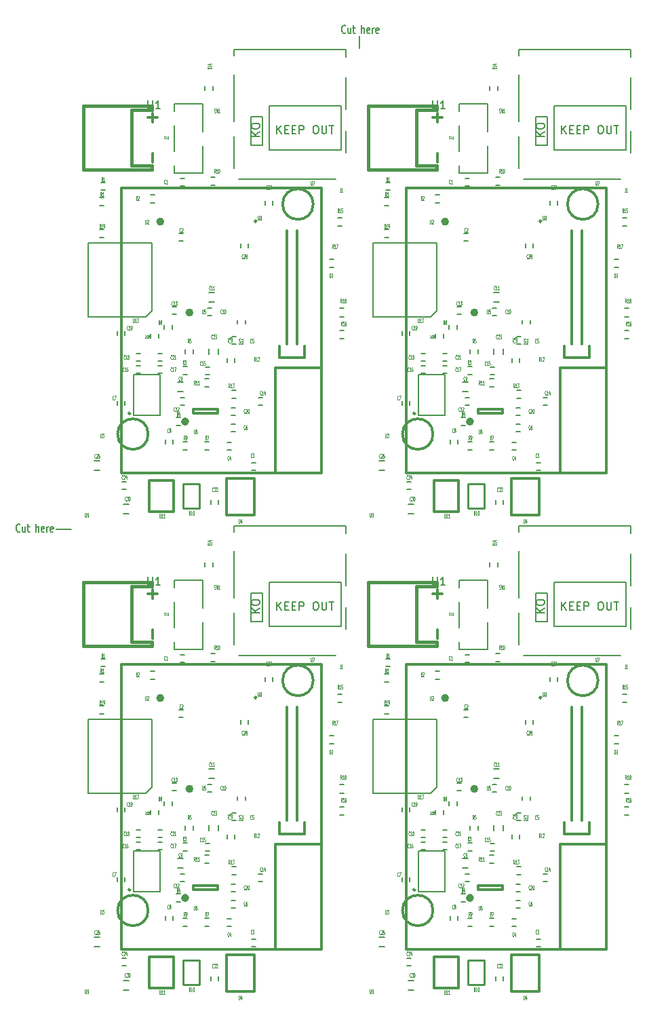
<source format=gbr>
G04 #@! TF.FileFunction,Legend,Top*
%FSLAX46Y46*%
G04 Gerber Fmt 4.6, Leading zero omitted, Abs format (unit mm)*
G04 Created by KiCad (PCBNEW 0.201601221447+6507~42~ubuntu15.10.1-product) date Fri 22 Jan 2016 07:17:06 PM EST*
%MOMM*%
G01*
G04 APERTURE LIST*
%ADD10C,0.100000*%
%ADD11C,0.200000*%
%ADD12C,0.190500*%
%ADD13C,0.254000*%
%ADD14C,0.150000*%
%ADD15C,0.307000*%
%ADD16C,0.250000*%
%ADD17C,0.127000*%
%ADD18C,0.381000*%
%ADD19C,0.500000*%
%ADD20C,0.300000*%
%ADD21C,0.025400*%
%ADD22C,0.304800*%
G04 APERTURE END LIST*
D10*
D11*
X48006000Y-10414000D02*
X48006000Y-11938000D01*
D12*
X46282428Y-10014857D02*
X46246142Y-10063238D01*
X46137285Y-10111619D01*
X46064714Y-10111619D01*
X45955857Y-10063238D01*
X45883285Y-9966476D01*
X45847000Y-9869714D01*
X45810714Y-9676190D01*
X45810714Y-9531048D01*
X45847000Y-9337524D01*
X45883285Y-9240762D01*
X45955857Y-9144000D01*
X46064714Y-9095619D01*
X46137285Y-9095619D01*
X46246142Y-9144000D01*
X46282428Y-9192381D01*
X46935571Y-9434286D02*
X46935571Y-10111619D01*
X46609000Y-9434286D02*
X46609000Y-9966476D01*
X46645285Y-10063238D01*
X46717857Y-10111619D01*
X46826714Y-10111619D01*
X46899285Y-10063238D01*
X46935571Y-10014857D01*
X47189571Y-9434286D02*
X47479857Y-9434286D01*
X47298429Y-9095619D02*
X47298429Y-9966476D01*
X47334714Y-10063238D01*
X47407286Y-10111619D01*
X47479857Y-10111619D01*
X48314429Y-10111619D02*
X48314429Y-9095619D01*
X48641000Y-10111619D02*
X48641000Y-9579429D01*
X48604714Y-9482667D01*
X48532143Y-9434286D01*
X48423286Y-9434286D01*
X48350714Y-9482667D01*
X48314429Y-9531048D01*
X49294143Y-10063238D02*
X49221572Y-10111619D01*
X49076429Y-10111619D01*
X49003858Y-10063238D01*
X48967572Y-9966476D01*
X48967572Y-9579429D01*
X49003858Y-9482667D01*
X49076429Y-9434286D01*
X49221572Y-9434286D01*
X49294143Y-9482667D01*
X49330429Y-9579429D01*
X49330429Y-9676190D01*
X48967572Y-9772952D01*
X49657001Y-10111619D02*
X49657001Y-9434286D01*
X49657001Y-9627810D02*
X49693286Y-9531048D01*
X49729572Y-9482667D01*
X49802143Y-9434286D01*
X49874715Y-9434286D01*
X50419000Y-10063238D02*
X50346429Y-10111619D01*
X50201286Y-10111619D01*
X50128715Y-10063238D01*
X50092429Y-9966476D01*
X50092429Y-9579429D01*
X50128715Y-9482667D01*
X50201286Y-9434286D01*
X50346429Y-9434286D01*
X50419000Y-9482667D01*
X50455286Y-9579429D01*
X50455286Y-9676190D01*
X50092429Y-9772952D01*
D11*
X10160000Y-72009000D02*
X12065000Y-72009000D01*
D12*
X5642428Y-72244857D02*
X5606142Y-72293238D01*
X5497285Y-72341619D01*
X5424714Y-72341619D01*
X5315857Y-72293238D01*
X5243285Y-72196476D01*
X5207000Y-72099714D01*
X5170714Y-71906190D01*
X5170714Y-71761048D01*
X5207000Y-71567524D01*
X5243285Y-71470762D01*
X5315857Y-71374000D01*
X5424714Y-71325619D01*
X5497285Y-71325619D01*
X5606142Y-71374000D01*
X5642428Y-71422381D01*
X6295571Y-71664286D02*
X6295571Y-72341619D01*
X5969000Y-71664286D02*
X5969000Y-72196476D01*
X6005285Y-72293238D01*
X6077857Y-72341619D01*
X6186714Y-72341619D01*
X6259285Y-72293238D01*
X6295571Y-72244857D01*
X6549571Y-71664286D02*
X6839857Y-71664286D01*
X6658429Y-71325619D02*
X6658429Y-72196476D01*
X6694714Y-72293238D01*
X6767286Y-72341619D01*
X6839857Y-72341619D01*
X7674429Y-72341619D02*
X7674429Y-71325619D01*
X8001000Y-72341619D02*
X8001000Y-71809429D01*
X7964714Y-71712667D01*
X7892143Y-71664286D01*
X7783286Y-71664286D01*
X7710714Y-71712667D01*
X7674429Y-71761048D01*
X8654143Y-72293238D02*
X8581572Y-72341619D01*
X8436429Y-72341619D01*
X8363858Y-72293238D01*
X8327572Y-72196476D01*
X8327572Y-71809429D01*
X8363858Y-71712667D01*
X8436429Y-71664286D01*
X8581572Y-71664286D01*
X8654143Y-71712667D01*
X8690429Y-71809429D01*
X8690429Y-71906190D01*
X8327572Y-72002952D01*
X9017001Y-72341619D02*
X9017001Y-71664286D01*
X9017001Y-71857810D02*
X9053286Y-71761048D01*
X9089572Y-71712667D01*
X9162143Y-71664286D01*
X9234715Y-71664286D01*
X9779000Y-72293238D02*
X9706429Y-72341619D01*
X9561286Y-72341619D01*
X9488715Y-72293238D01*
X9452429Y-72196476D01*
X9452429Y-71809429D01*
X9488715Y-71712667D01*
X9561286Y-71664286D01*
X9706429Y-71664286D01*
X9779000Y-71712667D01*
X9815286Y-71809429D01*
X9815286Y-71906190D01*
X9452429Y-72002952D01*
D13*
X54991000Y-116967000D02*
G75*
G03X54991000Y-116967000I-127000J0D01*
G01*
X70739000Y-92964000D02*
G75*
G03X70739000Y-92964000I-127000J0D01*
G01*
X54991000Y-57531000D02*
G75*
G03X54991000Y-57531000I-127000J0D01*
G01*
X70739000Y-33528000D02*
G75*
G03X70739000Y-33528000I-127000J0D01*
G01*
X19431000Y-116967000D02*
G75*
G03X19431000Y-116967000I-127000J0D01*
G01*
X35179000Y-92964000D02*
G75*
G03X35179000Y-92964000I-127000J0D01*
G01*
X35179000Y-33528000D02*
G75*
G03X35179000Y-33528000I-127000J0D01*
G01*
X19431000Y-57531000D02*
G75*
G03X19431000Y-57531000I-127000J0D01*
G01*
D14*
X69690000Y-96262000D02*
X69690000Y-95762000D01*
X68740000Y-95762000D02*
X68740000Y-96262000D01*
X71788000Y-90428000D02*
X71788000Y-90928000D01*
X72738000Y-90928000D02*
X72738000Y-90428000D01*
X51185000Y-95013000D02*
X51685000Y-95013000D01*
X51685000Y-93963000D02*
X51185000Y-93963000D01*
X57696000Y-104140000D02*
X56896000Y-104940000D01*
X56896000Y-104940000D02*
X49746000Y-104940000D01*
X49746000Y-104940000D02*
X49746000Y-95720000D01*
X49746000Y-95720000D02*
X57696000Y-95720000D01*
X57696000Y-95720000D02*
X57696000Y-104140000D01*
X54323000Y-107184000D02*
X54323000Y-106684000D01*
X53373000Y-106684000D02*
X53373000Y-107184000D01*
X60702000Y-103665000D02*
X60202000Y-103665000D01*
X60202000Y-104615000D02*
X60702000Y-104615000D01*
D15*
X60427000Y-129185000D02*
X60427000Y-125385000D01*
X57379000Y-129185000D02*
X60427000Y-129185000D01*
X57379000Y-125385000D02*
X57379000Y-129185000D01*
X60427000Y-125345000D02*
X57379000Y-125345000D01*
D16*
X63611000Y-125769000D02*
X63611000Y-128764000D01*
X61611000Y-128764000D02*
X63611000Y-128764000D01*
X61611000Y-125769000D02*
X61611000Y-128764000D01*
X63611000Y-125769000D02*
X61611000Y-125769000D01*
D15*
X70457000Y-125095000D02*
X66957000Y-125095000D01*
X70457000Y-129667000D02*
X70457000Y-125095000D01*
X70457000Y-129667000D02*
X66957000Y-129667000D01*
X66957000Y-125095000D02*
X66957000Y-129667000D01*
D14*
X81106200Y-104893600D02*
X81606200Y-104893600D01*
X81606200Y-103843600D02*
X81106200Y-103843600D01*
X79887000Y-98772200D02*
X80387000Y-98772200D01*
X80387000Y-97722200D02*
X79887000Y-97722200D01*
X81131600Y-107636800D02*
X81631600Y-107636800D01*
X81631600Y-106586800D02*
X81131600Y-106586800D01*
X81403000Y-92566000D02*
X80903000Y-92566000D01*
X80903000Y-93616000D02*
X81403000Y-93616000D01*
X64245000Y-76146000D02*
X64245000Y-76646000D01*
X65295000Y-76646000D02*
X65295000Y-76146000D01*
X65528000Y-87486000D02*
X65028000Y-87486000D01*
X65028000Y-88536000D02*
X65528000Y-88536000D01*
D17*
X71440000Y-79969000D02*
X70040000Y-79969000D01*
X70040000Y-79969000D02*
X70040000Y-83469000D01*
X71440000Y-79969000D02*
X71440000Y-83469000D01*
X81300000Y-84139000D02*
X81300000Y-78609000D01*
X81300000Y-84139000D02*
X72300000Y-84139000D01*
X72300000Y-78609000D02*
X72300000Y-84139000D01*
X81300000Y-78609000D02*
X72300000Y-78609000D01*
X80650000Y-87769000D02*
X68550000Y-87769000D01*
X67890000Y-86419000D02*
X67890000Y-82419000D01*
X67890000Y-80519000D02*
X67890000Y-74719000D01*
X67890000Y-72319000D02*
X67890000Y-71569000D01*
X81925000Y-71569000D02*
X67890000Y-71569000D01*
X81925000Y-72519000D02*
X81925000Y-71569000D01*
X81925000Y-84419000D02*
X81925000Y-81719000D01*
X81925000Y-79059000D02*
X81925000Y-75069000D01*
X71440000Y-83469000D02*
X70040000Y-83469000D01*
D18*
X49138840Y-78567280D02*
X49138840Y-86568280D01*
X49138840Y-86568280D02*
X57637680Y-86568280D01*
X57637680Y-86568280D02*
X57637680Y-86067900D01*
X57637680Y-86067900D02*
X55138320Y-86067900D01*
X55138320Y-86067900D02*
X55138320Y-79067660D01*
X55138320Y-79067660D02*
X57637680Y-79067660D01*
X57637680Y-79067660D02*
X57637680Y-78567280D01*
X57637680Y-78567280D02*
X49138840Y-78567280D01*
D17*
X60430000Y-79277000D02*
X60430000Y-78377000D01*
X60430000Y-84277000D02*
X60430000Y-81077000D01*
X64030000Y-78377000D02*
X60430000Y-78377000D01*
X64030000Y-81777000D02*
X64030000Y-78377000D01*
X64030000Y-86977000D02*
X64030000Y-83577000D01*
X60430000Y-86977000D02*
X64030000Y-86977000D01*
X60430000Y-86977000D02*
X60430000Y-86077000D01*
D14*
X69359000Y-105812400D02*
X69359000Y-105312400D01*
X68309000Y-105312400D02*
X68309000Y-105812400D01*
X55388000Y-112156000D02*
X55388000Y-117206000D01*
X55388000Y-117206000D02*
X58658000Y-117206000D01*
X58658000Y-117206000D02*
X58658000Y-112156000D01*
X58658000Y-112156000D02*
X55388000Y-112156000D01*
D15*
X62835000Y-116967000D02*
X62835000Y-116459000D01*
X65883000Y-116967000D02*
X62835000Y-116967000D01*
X65883000Y-116459000D02*
X65883000Y-116967000D01*
X62835000Y-116459000D02*
X65883000Y-116459000D01*
D19*
X62069000Y-117983000D02*
G75*
G03X62069000Y-117983000I-250000J0D01*
G01*
X62612000Y-104379000D02*
G75*
G03X62612000Y-104379000I-250000J0D01*
G01*
X58964600Y-93040200D02*
G75*
G03X58964600Y-93040200I-250000J0D01*
G01*
D14*
X68195000Y-114029000D02*
X67695000Y-114029000D01*
X67695000Y-115079000D02*
X68195000Y-115079000D01*
X64766000Y-112632000D02*
X64266000Y-112632000D01*
X64266000Y-113682000D02*
X64766000Y-113682000D01*
X61599000Y-121556000D02*
X62099000Y-121556000D01*
X62099000Y-120506000D02*
X61599000Y-120506000D01*
X59165000Y-105922000D02*
X59165000Y-106422000D01*
X60215000Y-106422000D02*
X60215000Y-105922000D01*
X64266000Y-121556000D02*
X64766000Y-121556000D01*
X64766000Y-120506000D02*
X64266000Y-120506000D01*
X58564000Y-107565000D02*
X58564000Y-107065000D01*
X57514000Y-107065000D02*
X57514000Y-107565000D01*
X61832000Y-108970000D02*
X61832000Y-109470000D01*
X62882000Y-109470000D02*
X62882000Y-108970000D01*
X61210000Y-117458000D02*
X60710000Y-117458000D01*
X60710000Y-118508000D02*
X61210000Y-118508000D01*
X61599000Y-112158000D02*
X62099000Y-112158000D01*
X62099000Y-111108000D02*
X61599000Y-111108000D01*
X57535000Y-90695000D02*
X58035000Y-90695000D01*
X58035000Y-89645000D02*
X57535000Y-89645000D01*
X51185000Y-91076000D02*
X51685000Y-91076000D01*
X51685000Y-90026000D02*
X51185000Y-90026000D01*
X51812000Y-88171000D02*
X51312000Y-88171000D01*
X51312000Y-89121000D02*
X51812000Y-89121000D01*
X54133000Y-128305000D02*
X54833000Y-128305000D01*
X54833000Y-129505000D02*
X54133000Y-129505000D01*
X67089000Y-110113000D02*
X67089000Y-110613000D01*
X68039000Y-110613000D02*
X68039000Y-110113000D01*
X51150000Y-124044000D02*
X50450000Y-124044000D01*
X50450000Y-122844000D02*
X51150000Y-122844000D01*
X53979000Y-126459000D02*
X54479000Y-126459000D01*
X54479000Y-125509000D02*
X53979000Y-125509000D01*
X64805000Y-109570000D02*
X64805000Y-108870000D01*
X66005000Y-108870000D02*
X66005000Y-109570000D01*
X66007000Y-128266000D02*
X66007000Y-127766000D01*
X65057000Y-127766000D02*
X65057000Y-128266000D01*
X58924000Y-109507000D02*
X58424000Y-109507000D01*
X58424000Y-110457000D02*
X58924000Y-110457000D01*
X68068000Y-116238000D02*
X67568000Y-116238000D01*
X67568000Y-117188000D02*
X68068000Y-117188000D01*
X55757000Y-110457000D02*
X56257000Y-110457000D01*
X56257000Y-109507000D02*
X55757000Y-109507000D01*
X58924000Y-111031000D02*
X58424000Y-111031000D01*
X58424000Y-111981000D02*
X58924000Y-111981000D01*
X55757000Y-111981000D02*
X56257000Y-111981000D01*
X56257000Y-111031000D02*
X55757000Y-111031000D01*
X64393000Y-112108000D02*
X64893000Y-112108000D01*
X64893000Y-111158000D02*
X64393000Y-111158000D01*
X71497000Y-114968000D02*
X70997000Y-114968000D01*
X70997000Y-115918000D02*
X71497000Y-115918000D01*
X61218000Y-115918000D02*
X61718000Y-115918000D01*
X61718000Y-114968000D02*
X61218000Y-114968000D01*
X64789000Y-101889000D02*
X65489000Y-101889000D01*
X65489000Y-103089000D02*
X64789000Y-103089000D01*
X61564000Y-114265000D02*
X60864000Y-114265000D01*
X60864000Y-113065000D02*
X61564000Y-113065000D01*
X60292000Y-120773000D02*
X60292000Y-120273000D01*
X59342000Y-120273000D02*
X59342000Y-120773000D01*
X54323000Y-115947000D02*
X54323000Y-115447000D01*
X53373000Y-115447000D02*
X53373000Y-115947000D01*
X67695000Y-108298000D02*
X68195000Y-108298000D01*
X68195000Y-107348000D02*
X67695000Y-107348000D01*
X67560000Y-120556000D02*
X67060000Y-120556000D01*
X67060000Y-121506000D02*
X67560000Y-121506000D01*
X61091000Y-95471000D02*
X61591000Y-95471000D01*
X61591000Y-94521000D02*
X61091000Y-94521000D01*
X61201400Y-88587600D02*
X61701400Y-88587600D01*
X61701400Y-87637600D02*
X61201400Y-87637600D01*
X70108000Y-124046000D02*
X70608000Y-124046000D01*
X70608000Y-123096000D02*
X70108000Y-123096000D01*
X68068000Y-118270000D02*
X67568000Y-118270000D01*
X67568000Y-119220000D02*
X68068000Y-119220000D01*
D20*
X75778800Y-108294000D02*
X75778800Y-94144000D01*
D15*
X73628000Y-110044000D02*
X76708000Y-110044000D01*
X76708000Y-110044000D02*
X76708000Y-108544000D01*
X73628000Y-108544000D02*
X73628000Y-110044000D01*
X73053000Y-111264000D02*
X73053000Y-124374000D01*
X73053000Y-111264000D02*
X78833000Y-111264000D01*
X57208000Y-119544000D02*
G75*
G03X57208000Y-119544000I-1905000J0D01*
G01*
X53833000Y-88874000D02*
X53833000Y-124374000D01*
X53833000Y-88874000D02*
X78833000Y-88874000D01*
X78833000Y-124374000D02*
X78833000Y-88874000D01*
X53833000Y-124374000D02*
X78833000Y-124374000D01*
X77808000Y-90854000D02*
G75*
G03X77808000Y-90854000I-1905000J0D01*
G01*
D20*
X74557200Y-108294000D02*
X74557200Y-94144000D01*
D14*
X65147000Y-103792000D02*
X64647000Y-103792000D01*
X64647000Y-104742000D02*
X65147000Y-104742000D01*
X69690000Y-36826000D02*
X69690000Y-36326000D01*
X68740000Y-36326000D02*
X68740000Y-36826000D01*
X71788000Y-30992000D02*
X71788000Y-31492000D01*
X72738000Y-31492000D02*
X72738000Y-30992000D01*
X51185000Y-35577000D02*
X51685000Y-35577000D01*
X51685000Y-34527000D02*
X51185000Y-34527000D01*
X57696000Y-44704000D02*
X56896000Y-45504000D01*
X56896000Y-45504000D02*
X49746000Y-45504000D01*
X49746000Y-45504000D02*
X49746000Y-36284000D01*
X49746000Y-36284000D02*
X57696000Y-36284000D01*
X57696000Y-36284000D02*
X57696000Y-44704000D01*
X54323000Y-47748000D02*
X54323000Y-47248000D01*
X53373000Y-47248000D02*
X53373000Y-47748000D01*
X60702000Y-44229000D02*
X60202000Y-44229000D01*
X60202000Y-45179000D02*
X60702000Y-45179000D01*
D15*
X60427000Y-69749000D02*
X60427000Y-65949000D01*
X57379000Y-69749000D02*
X60427000Y-69749000D01*
X57379000Y-65949000D02*
X57379000Y-69749000D01*
X60427000Y-65909000D02*
X57379000Y-65909000D01*
D16*
X63611000Y-66333000D02*
X63611000Y-69328000D01*
X61611000Y-69328000D02*
X63611000Y-69328000D01*
X61611000Y-66333000D02*
X61611000Y-69328000D01*
X63611000Y-66333000D02*
X61611000Y-66333000D01*
D15*
X70457000Y-65659000D02*
X66957000Y-65659000D01*
X70457000Y-70231000D02*
X70457000Y-65659000D01*
X70457000Y-70231000D02*
X66957000Y-70231000D01*
X66957000Y-65659000D02*
X66957000Y-70231000D01*
D14*
X81106200Y-45457600D02*
X81606200Y-45457600D01*
X81606200Y-44407600D02*
X81106200Y-44407600D01*
X79887000Y-39336200D02*
X80387000Y-39336200D01*
X80387000Y-38286200D02*
X79887000Y-38286200D01*
X81131600Y-48200800D02*
X81631600Y-48200800D01*
X81631600Y-47150800D02*
X81131600Y-47150800D01*
X81403000Y-33130000D02*
X80903000Y-33130000D01*
X80903000Y-34180000D02*
X81403000Y-34180000D01*
X64245000Y-16710000D02*
X64245000Y-17210000D01*
X65295000Y-17210000D02*
X65295000Y-16710000D01*
X65528000Y-28050000D02*
X65028000Y-28050000D01*
X65028000Y-29100000D02*
X65528000Y-29100000D01*
D17*
X71440000Y-20533000D02*
X70040000Y-20533000D01*
X70040000Y-20533000D02*
X70040000Y-24033000D01*
X71440000Y-20533000D02*
X71440000Y-24033000D01*
X81300000Y-24703000D02*
X81300000Y-19173000D01*
X81300000Y-24703000D02*
X72300000Y-24703000D01*
X72300000Y-19173000D02*
X72300000Y-24703000D01*
X81300000Y-19173000D02*
X72300000Y-19173000D01*
X80650000Y-28333000D02*
X68550000Y-28333000D01*
X67890000Y-26983000D02*
X67890000Y-22983000D01*
X67890000Y-21083000D02*
X67890000Y-15283000D01*
X67890000Y-12883000D02*
X67890000Y-12133000D01*
X81925000Y-12133000D02*
X67890000Y-12133000D01*
X81925000Y-13083000D02*
X81925000Y-12133000D01*
X81925000Y-24983000D02*
X81925000Y-22283000D01*
X81925000Y-19623000D02*
X81925000Y-15633000D01*
X71440000Y-24033000D02*
X70040000Y-24033000D01*
D18*
X49138840Y-19131280D02*
X49138840Y-27132280D01*
X49138840Y-27132280D02*
X57637680Y-27132280D01*
X57637680Y-27132280D02*
X57637680Y-26631900D01*
X57637680Y-26631900D02*
X55138320Y-26631900D01*
X55138320Y-26631900D02*
X55138320Y-19631660D01*
X55138320Y-19631660D02*
X57637680Y-19631660D01*
X57637680Y-19631660D02*
X57637680Y-19131280D01*
X57637680Y-19131280D02*
X49138840Y-19131280D01*
D17*
X60430000Y-19841000D02*
X60430000Y-18941000D01*
X60430000Y-24841000D02*
X60430000Y-21641000D01*
X64030000Y-18941000D02*
X60430000Y-18941000D01*
X64030000Y-22341000D02*
X64030000Y-18941000D01*
X64030000Y-27541000D02*
X64030000Y-24141000D01*
X60430000Y-27541000D02*
X64030000Y-27541000D01*
X60430000Y-27541000D02*
X60430000Y-26641000D01*
D14*
X69359000Y-46376400D02*
X69359000Y-45876400D01*
X68309000Y-45876400D02*
X68309000Y-46376400D01*
X55388000Y-52720000D02*
X55388000Y-57770000D01*
X55388000Y-57770000D02*
X58658000Y-57770000D01*
X58658000Y-57770000D02*
X58658000Y-52720000D01*
X58658000Y-52720000D02*
X55388000Y-52720000D01*
D15*
X62835000Y-57531000D02*
X62835000Y-57023000D01*
X65883000Y-57531000D02*
X62835000Y-57531000D01*
X65883000Y-57023000D02*
X65883000Y-57531000D01*
X62835000Y-57023000D02*
X65883000Y-57023000D01*
D19*
X62069000Y-58547000D02*
G75*
G03X62069000Y-58547000I-250000J0D01*
G01*
X62612000Y-44943000D02*
G75*
G03X62612000Y-44943000I-250000J0D01*
G01*
X58964600Y-33604200D02*
G75*
G03X58964600Y-33604200I-250000J0D01*
G01*
D14*
X68195000Y-54593000D02*
X67695000Y-54593000D01*
X67695000Y-55643000D02*
X68195000Y-55643000D01*
X64766000Y-53196000D02*
X64266000Y-53196000D01*
X64266000Y-54246000D02*
X64766000Y-54246000D01*
X61599000Y-62120000D02*
X62099000Y-62120000D01*
X62099000Y-61070000D02*
X61599000Y-61070000D01*
X59165000Y-46486000D02*
X59165000Y-46986000D01*
X60215000Y-46986000D02*
X60215000Y-46486000D01*
X64266000Y-62120000D02*
X64766000Y-62120000D01*
X64766000Y-61070000D02*
X64266000Y-61070000D01*
X58564000Y-48129000D02*
X58564000Y-47629000D01*
X57514000Y-47629000D02*
X57514000Y-48129000D01*
X61832000Y-49534000D02*
X61832000Y-50034000D01*
X62882000Y-50034000D02*
X62882000Y-49534000D01*
X61210000Y-58022000D02*
X60710000Y-58022000D01*
X60710000Y-59072000D02*
X61210000Y-59072000D01*
X61599000Y-52722000D02*
X62099000Y-52722000D01*
X62099000Y-51672000D02*
X61599000Y-51672000D01*
X57535000Y-31259000D02*
X58035000Y-31259000D01*
X58035000Y-30209000D02*
X57535000Y-30209000D01*
X51185000Y-31640000D02*
X51685000Y-31640000D01*
X51685000Y-30590000D02*
X51185000Y-30590000D01*
X51812000Y-28735000D02*
X51312000Y-28735000D01*
X51312000Y-29685000D02*
X51812000Y-29685000D01*
X54133000Y-68869000D02*
X54833000Y-68869000D01*
X54833000Y-70069000D02*
X54133000Y-70069000D01*
X67089000Y-50677000D02*
X67089000Y-51177000D01*
X68039000Y-51177000D02*
X68039000Y-50677000D01*
X51150000Y-64608000D02*
X50450000Y-64608000D01*
X50450000Y-63408000D02*
X51150000Y-63408000D01*
X53979000Y-67023000D02*
X54479000Y-67023000D01*
X54479000Y-66073000D02*
X53979000Y-66073000D01*
X64805000Y-50134000D02*
X64805000Y-49434000D01*
X66005000Y-49434000D02*
X66005000Y-50134000D01*
X66007000Y-68830000D02*
X66007000Y-68330000D01*
X65057000Y-68330000D02*
X65057000Y-68830000D01*
X58924000Y-50071000D02*
X58424000Y-50071000D01*
X58424000Y-51021000D02*
X58924000Y-51021000D01*
X68068000Y-56802000D02*
X67568000Y-56802000D01*
X67568000Y-57752000D02*
X68068000Y-57752000D01*
X55757000Y-51021000D02*
X56257000Y-51021000D01*
X56257000Y-50071000D02*
X55757000Y-50071000D01*
X58924000Y-51595000D02*
X58424000Y-51595000D01*
X58424000Y-52545000D02*
X58924000Y-52545000D01*
X55757000Y-52545000D02*
X56257000Y-52545000D01*
X56257000Y-51595000D02*
X55757000Y-51595000D01*
X64393000Y-52672000D02*
X64893000Y-52672000D01*
X64893000Y-51722000D02*
X64393000Y-51722000D01*
X71497000Y-55532000D02*
X70997000Y-55532000D01*
X70997000Y-56482000D02*
X71497000Y-56482000D01*
X61218000Y-56482000D02*
X61718000Y-56482000D01*
X61718000Y-55532000D02*
X61218000Y-55532000D01*
X64789000Y-42453000D02*
X65489000Y-42453000D01*
X65489000Y-43653000D02*
X64789000Y-43653000D01*
X61564000Y-54829000D02*
X60864000Y-54829000D01*
X60864000Y-53629000D02*
X61564000Y-53629000D01*
X60292000Y-61337000D02*
X60292000Y-60837000D01*
X59342000Y-60837000D02*
X59342000Y-61337000D01*
X54323000Y-56511000D02*
X54323000Y-56011000D01*
X53373000Y-56011000D02*
X53373000Y-56511000D01*
X67695000Y-48862000D02*
X68195000Y-48862000D01*
X68195000Y-47912000D02*
X67695000Y-47912000D01*
X67560000Y-61120000D02*
X67060000Y-61120000D01*
X67060000Y-62070000D02*
X67560000Y-62070000D01*
X61091000Y-36035000D02*
X61591000Y-36035000D01*
X61591000Y-35085000D02*
X61091000Y-35085000D01*
X61201400Y-29151600D02*
X61701400Y-29151600D01*
X61701400Y-28201600D02*
X61201400Y-28201600D01*
X70108000Y-64610000D02*
X70608000Y-64610000D01*
X70608000Y-63660000D02*
X70108000Y-63660000D01*
X68068000Y-58834000D02*
X67568000Y-58834000D01*
X67568000Y-59784000D02*
X68068000Y-59784000D01*
D20*
X75778800Y-48858000D02*
X75778800Y-34708000D01*
D15*
X73628000Y-50608000D02*
X76708000Y-50608000D01*
X76708000Y-50608000D02*
X76708000Y-49108000D01*
X73628000Y-49108000D02*
X73628000Y-50608000D01*
X73053000Y-51828000D02*
X73053000Y-64938000D01*
X73053000Y-51828000D02*
X78833000Y-51828000D01*
X57208000Y-60108000D02*
G75*
G03X57208000Y-60108000I-1905000J0D01*
G01*
X53833000Y-29438000D02*
X53833000Y-64938000D01*
X53833000Y-29438000D02*
X78833000Y-29438000D01*
X78833000Y-64938000D02*
X78833000Y-29438000D01*
X53833000Y-64938000D02*
X78833000Y-64938000D01*
X77808000Y-31418000D02*
G75*
G03X77808000Y-31418000I-1905000J0D01*
G01*
D20*
X74557200Y-48858000D02*
X74557200Y-34708000D01*
D14*
X65147000Y-44356000D02*
X64647000Y-44356000D01*
X64647000Y-45306000D02*
X65147000Y-45306000D01*
X34130000Y-96262000D02*
X34130000Y-95762000D01*
X33180000Y-95762000D02*
X33180000Y-96262000D01*
X36228000Y-90428000D02*
X36228000Y-90928000D01*
X37178000Y-90928000D02*
X37178000Y-90428000D01*
X15625000Y-95013000D02*
X16125000Y-95013000D01*
X16125000Y-93963000D02*
X15625000Y-93963000D01*
X22136000Y-104140000D02*
X21336000Y-104940000D01*
X21336000Y-104940000D02*
X14186000Y-104940000D01*
X14186000Y-104940000D02*
X14186000Y-95720000D01*
X14186000Y-95720000D02*
X22136000Y-95720000D01*
X22136000Y-95720000D02*
X22136000Y-104140000D01*
X18763000Y-107184000D02*
X18763000Y-106684000D01*
X17813000Y-106684000D02*
X17813000Y-107184000D01*
X25142000Y-103665000D02*
X24642000Y-103665000D01*
X24642000Y-104615000D02*
X25142000Y-104615000D01*
D15*
X24867000Y-129185000D02*
X24867000Y-125385000D01*
X21819000Y-129185000D02*
X24867000Y-129185000D01*
X21819000Y-125385000D02*
X21819000Y-129185000D01*
X24867000Y-125345000D02*
X21819000Y-125345000D01*
D16*
X28051000Y-125769000D02*
X28051000Y-128764000D01*
X26051000Y-128764000D02*
X28051000Y-128764000D01*
X26051000Y-125769000D02*
X26051000Y-128764000D01*
X28051000Y-125769000D02*
X26051000Y-125769000D01*
D15*
X34897000Y-125095000D02*
X31397000Y-125095000D01*
X34897000Y-129667000D02*
X34897000Y-125095000D01*
X34897000Y-129667000D02*
X31397000Y-129667000D01*
X31397000Y-125095000D02*
X31397000Y-129667000D01*
D14*
X45546200Y-104893600D02*
X46046200Y-104893600D01*
X46046200Y-103843600D02*
X45546200Y-103843600D01*
X44327000Y-98772200D02*
X44827000Y-98772200D01*
X44827000Y-97722200D02*
X44327000Y-97722200D01*
X45571600Y-107636800D02*
X46071600Y-107636800D01*
X46071600Y-106586800D02*
X45571600Y-106586800D01*
X45843000Y-92566000D02*
X45343000Y-92566000D01*
X45343000Y-93616000D02*
X45843000Y-93616000D01*
X28685000Y-76146000D02*
X28685000Y-76646000D01*
X29735000Y-76646000D02*
X29735000Y-76146000D01*
X29968000Y-87486000D02*
X29468000Y-87486000D01*
X29468000Y-88536000D02*
X29968000Y-88536000D01*
D17*
X35880000Y-79969000D02*
X34480000Y-79969000D01*
X34480000Y-79969000D02*
X34480000Y-83469000D01*
X35880000Y-79969000D02*
X35880000Y-83469000D01*
X45740000Y-84139000D02*
X45740000Y-78609000D01*
X45740000Y-84139000D02*
X36740000Y-84139000D01*
X36740000Y-78609000D02*
X36740000Y-84139000D01*
X45740000Y-78609000D02*
X36740000Y-78609000D01*
X45090000Y-87769000D02*
X32990000Y-87769000D01*
X32330000Y-86419000D02*
X32330000Y-82419000D01*
X32330000Y-80519000D02*
X32330000Y-74719000D01*
X32330000Y-72319000D02*
X32330000Y-71569000D01*
X46365000Y-71569000D02*
X32330000Y-71569000D01*
X46365000Y-72519000D02*
X46365000Y-71569000D01*
X46365000Y-84419000D02*
X46365000Y-81719000D01*
X46365000Y-79059000D02*
X46365000Y-75069000D01*
X35880000Y-83469000D02*
X34480000Y-83469000D01*
D18*
X13578840Y-78567280D02*
X13578840Y-86568280D01*
X13578840Y-86568280D02*
X22077680Y-86568280D01*
X22077680Y-86568280D02*
X22077680Y-86067900D01*
X22077680Y-86067900D02*
X19578320Y-86067900D01*
X19578320Y-86067900D02*
X19578320Y-79067660D01*
X19578320Y-79067660D02*
X22077680Y-79067660D01*
X22077680Y-79067660D02*
X22077680Y-78567280D01*
X22077680Y-78567280D02*
X13578840Y-78567280D01*
D17*
X24870000Y-79277000D02*
X24870000Y-78377000D01*
X24870000Y-84277000D02*
X24870000Y-81077000D01*
X28470000Y-78377000D02*
X24870000Y-78377000D01*
X28470000Y-81777000D02*
X28470000Y-78377000D01*
X28470000Y-86977000D02*
X28470000Y-83577000D01*
X24870000Y-86977000D02*
X28470000Y-86977000D01*
X24870000Y-86977000D02*
X24870000Y-86077000D01*
D14*
X33799000Y-105812400D02*
X33799000Y-105312400D01*
X32749000Y-105312400D02*
X32749000Y-105812400D01*
X19828000Y-112156000D02*
X19828000Y-117206000D01*
X19828000Y-117206000D02*
X23098000Y-117206000D01*
X23098000Y-117206000D02*
X23098000Y-112156000D01*
X23098000Y-112156000D02*
X19828000Y-112156000D01*
D15*
X27275000Y-116967000D02*
X27275000Y-116459000D01*
X30323000Y-116967000D02*
X27275000Y-116967000D01*
X30323000Y-116459000D02*
X30323000Y-116967000D01*
X27275000Y-116459000D02*
X30323000Y-116459000D01*
D19*
X26509000Y-117983000D02*
G75*
G03X26509000Y-117983000I-250000J0D01*
G01*
X27052000Y-104379000D02*
G75*
G03X27052000Y-104379000I-250000J0D01*
G01*
X23404600Y-93040200D02*
G75*
G03X23404600Y-93040200I-250000J0D01*
G01*
D14*
X32635000Y-114029000D02*
X32135000Y-114029000D01*
X32135000Y-115079000D02*
X32635000Y-115079000D01*
X29206000Y-112632000D02*
X28706000Y-112632000D01*
X28706000Y-113682000D02*
X29206000Y-113682000D01*
X26039000Y-121556000D02*
X26539000Y-121556000D01*
X26539000Y-120506000D02*
X26039000Y-120506000D01*
X23605000Y-105922000D02*
X23605000Y-106422000D01*
X24655000Y-106422000D02*
X24655000Y-105922000D01*
X28706000Y-121556000D02*
X29206000Y-121556000D01*
X29206000Y-120506000D02*
X28706000Y-120506000D01*
X23004000Y-107565000D02*
X23004000Y-107065000D01*
X21954000Y-107065000D02*
X21954000Y-107565000D01*
X26272000Y-108970000D02*
X26272000Y-109470000D01*
X27322000Y-109470000D02*
X27322000Y-108970000D01*
X25650000Y-117458000D02*
X25150000Y-117458000D01*
X25150000Y-118508000D02*
X25650000Y-118508000D01*
X26039000Y-112158000D02*
X26539000Y-112158000D01*
X26539000Y-111108000D02*
X26039000Y-111108000D01*
X21975000Y-90695000D02*
X22475000Y-90695000D01*
X22475000Y-89645000D02*
X21975000Y-89645000D01*
X15625000Y-91076000D02*
X16125000Y-91076000D01*
X16125000Y-90026000D02*
X15625000Y-90026000D01*
X16252000Y-88171000D02*
X15752000Y-88171000D01*
X15752000Y-89121000D02*
X16252000Y-89121000D01*
X18573000Y-128305000D02*
X19273000Y-128305000D01*
X19273000Y-129505000D02*
X18573000Y-129505000D01*
X31529000Y-110113000D02*
X31529000Y-110613000D01*
X32479000Y-110613000D02*
X32479000Y-110113000D01*
X15590000Y-124044000D02*
X14890000Y-124044000D01*
X14890000Y-122844000D02*
X15590000Y-122844000D01*
X18419000Y-126459000D02*
X18919000Y-126459000D01*
X18919000Y-125509000D02*
X18419000Y-125509000D01*
X29245000Y-109570000D02*
X29245000Y-108870000D01*
X30445000Y-108870000D02*
X30445000Y-109570000D01*
X30447000Y-128266000D02*
X30447000Y-127766000D01*
X29497000Y-127766000D02*
X29497000Y-128266000D01*
X23364000Y-109507000D02*
X22864000Y-109507000D01*
X22864000Y-110457000D02*
X23364000Y-110457000D01*
X32508000Y-116238000D02*
X32008000Y-116238000D01*
X32008000Y-117188000D02*
X32508000Y-117188000D01*
X20197000Y-110457000D02*
X20697000Y-110457000D01*
X20697000Y-109507000D02*
X20197000Y-109507000D01*
X23364000Y-111031000D02*
X22864000Y-111031000D01*
X22864000Y-111981000D02*
X23364000Y-111981000D01*
X20197000Y-111981000D02*
X20697000Y-111981000D01*
X20697000Y-111031000D02*
X20197000Y-111031000D01*
X28833000Y-112108000D02*
X29333000Y-112108000D01*
X29333000Y-111158000D02*
X28833000Y-111158000D01*
X35937000Y-114968000D02*
X35437000Y-114968000D01*
X35437000Y-115918000D02*
X35937000Y-115918000D01*
X25658000Y-115918000D02*
X26158000Y-115918000D01*
X26158000Y-114968000D02*
X25658000Y-114968000D01*
X29229000Y-101889000D02*
X29929000Y-101889000D01*
X29929000Y-103089000D02*
X29229000Y-103089000D01*
X26004000Y-114265000D02*
X25304000Y-114265000D01*
X25304000Y-113065000D02*
X26004000Y-113065000D01*
X24732000Y-120773000D02*
X24732000Y-120273000D01*
X23782000Y-120273000D02*
X23782000Y-120773000D01*
X18763000Y-115947000D02*
X18763000Y-115447000D01*
X17813000Y-115447000D02*
X17813000Y-115947000D01*
X32135000Y-108298000D02*
X32635000Y-108298000D01*
X32635000Y-107348000D02*
X32135000Y-107348000D01*
X32000000Y-120556000D02*
X31500000Y-120556000D01*
X31500000Y-121506000D02*
X32000000Y-121506000D01*
X25531000Y-95471000D02*
X26031000Y-95471000D01*
X26031000Y-94521000D02*
X25531000Y-94521000D01*
X25641400Y-88587600D02*
X26141400Y-88587600D01*
X26141400Y-87637600D02*
X25641400Y-87637600D01*
X34548000Y-124046000D02*
X35048000Y-124046000D01*
X35048000Y-123096000D02*
X34548000Y-123096000D01*
X32508000Y-118270000D02*
X32008000Y-118270000D01*
X32008000Y-119220000D02*
X32508000Y-119220000D01*
D20*
X40218800Y-108294000D02*
X40218800Y-94144000D01*
D15*
X38068000Y-110044000D02*
X41148000Y-110044000D01*
X41148000Y-110044000D02*
X41148000Y-108544000D01*
X38068000Y-108544000D02*
X38068000Y-110044000D01*
X37493000Y-111264000D02*
X37493000Y-124374000D01*
X37493000Y-111264000D02*
X43273000Y-111264000D01*
X21648000Y-119544000D02*
G75*
G03X21648000Y-119544000I-1905000J0D01*
G01*
X18273000Y-88874000D02*
X18273000Y-124374000D01*
X18273000Y-88874000D02*
X43273000Y-88874000D01*
X43273000Y-124374000D02*
X43273000Y-88874000D01*
X18273000Y-124374000D02*
X43273000Y-124374000D01*
X42248000Y-90854000D02*
G75*
G03X42248000Y-90854000I-1905000J0D01*
G01*
D20*
X38997200Y-108294000D02*
X38997200Y-94144000D01*
D14*
X29587000Y-103792000D02*
X29087000Y-103792000D01*
X29087000Y-104742000D02*
X29587000Y-104742000D01*
X29587000Y-44356000D02*
X29087000Y-44356000D01*
X29087000Y-45306000D02*
X29587000Y-45306000D01*
D20*
X40218800Y-48858000D02*
X40218800Y-34708000D01*
D15*
X38068000Y-50608000D02*
X41148000Y-50608000D01*
X41148000Y-50608000D02*
X41148000Y-49108000D01*
X38068000Y-49108000D02*
X38068000Y-50608000D01*
X37493000Y-51828000D02*
X37493000Y-64938000D01*
X37493000Y-51828000D02*
X43273000Y-51828000D01*
X21648000Y-60108000D02*
G75*
G03X21648000Y-60108000I-1905000J0D01*
G01*
X18273000Y-29438000D02*
X18273000Y-64938000D01*
X18273000Y-29438000D02*
X43273000Y-29438000D01*
X43273000Y-64938000D02*
X43273000Y-29438000D01*
X18273000Y-64938000D02*
X43273000Y-64938000D01*
X42248000Y-31418000D02*
G75*
G03X42248000Y-31418000I-1905000J0D01*
G01*
D20*
X38997200Y-48858000D02*
X38997200Y-34708000D01*
D14*
X32508000Y-58834000D02*
X32008000Y-58834000D01*
X32008000Y-59784000D02*
X32508000Y-59784000D01*
X34548000Y-64610000D02*
X35048000Y-64610000D01*
X35048000Y-63660000D02*
X34548000Y-63660000D01*
X25641400Y-29151600D02*
X26141400Y-29151600D01*
X26141400Y-28201600D02*
X25641400Y-28201600D01*
X25531000Y-36035000D02*
X26031000Y-36035000D01*
X26031000Y-35085000D02*
X25531000Y-35085000D01*
X32000000Y-61120000D02*
X31500000Y-61120000D01*
X31500000Y-62070000D02*
X32000000Y-62070000D01*
X32135000Y-48862000D02*
X32635000Y-48862000D01*
X32635000Y-47912000D02*
X32135000Y-47912000D01*
X18763000Y-56511000D02*
X18763000Y-56011000D01*
X17813000Y-56011000D02*
X17813000Y-56511000D01*
X24732000Y-61337000D02*
X24732000Y-60837000D01*
X23782000Y-60837000D02*
X23782000Y-61337000D01*
X26004000Y-54829000D02*
X25304000Y-54829000D01*
X25304000Y-53629000D02*
X26004000Y-53629000D01*
X29229000Y-42453000D02*
X29929000Y-42453000D01*
X29929000Y-43653000D02*
X29229000Y-43653000D01*
X25658000Y-56482000D02*
X26158000Y-56482000D01*
X26158000Y-55532000D02*
X25658000Y-55532000D01*
X35937000Y-55532000D02*
X35437000Y-55532000D01*
X35437000Y-56482000D02*
X35937000Y-56482000D01*
X28833000Y-52672000D02*
X29333000Y-52672000D01*
X29333000Y-51722000D02*
X28833000Y-51722000D01*
X20197000Y-52545000D02*
X20697000Y-52545000D01*
X20697000Y-51595000D02*
X20197000Y-51595000D01*
X23364000Y-51595000D02*
X22864000Y-51595000D01*
X22864000Y-52545000D02*
X23364000Y-52545000D01*
X20197000Y-51021000D02*
X20697000Y-51021000D01*
X20697000Y-50071000D02*
X20197000Y-50071000D01*
X32508000Y-56802000D02*
X32008000Y-56802000D01*
X32008000Y-57752000D02*
X32508000Y-57752000D01*
X23364000Y-50071000D02*
X22864000Y-50071000D01*
X22864000Y-51021000D02*
X23364000Y-51021000D01*
X30447000Y-68830000D02*
X30447000Y-68330000D01*
X29497000Y-68330000D02*
X29497000Y-68830000D01*
X29245000Y-50134000D02*
X29245000Y-49434000D01*
X30445000Y-49434000D02*
X30445000Y-50134000D01*
X18419000Y-67023000D02*
X18919000Y-67023000D01*
X18919000Y-66073000D02*
X18419000Y-66073000D01*
X15590000Y-64608000D02*
X14890000Y-64608000D01*
X14890000Y-63408000D02*
X15590000Y-63408000D01*
X31529000Y-50677000D02*
X31529000Y-51177000D01*
X32479000Y-51177000D02*
X32479000Y-50677000D01*
X18573000Y-68869000D02*
X19273000Y-68869000D01*
X19273000Y-70069000D02*
X18573000Y-70069000D01*
X16252000Y-28735000D02*
X15752000Y-28735000D01*
X15752000Y-29685000D02*
X16252000Y-29685000D01*
X15625000Y-31640000D02*
X16125000Y-31640000D01*
X16125000Y-30590000D02*
X15625000Y-30590000D01*
X21975000Y-31259000D02*
X22475000Y-31259000D01*
X22475000Y-30209000D02*
X21975000Y-30209000D01*
X26039000Y-52722000D02*
X26539000Y-52722000D01*
X26539000Y-51672000D02*
X26039000Y-51672000D01*
X25650000Y-58022000D02*
X25150000Y-58022000D01*
X25150000Y-59072000D02*
X25650000Y-59072000D01*
X26272000Y-49534000D02*
X26272000Y-50034000D01*
X27322000Y-50034000D02*
X27322000Y-49534000D01*
X23004000Y-48129000D02*
X23004000Y-47629000D01*
X21954000Y-47629000D02*
X21954000Y-48129000D01*
X28706000Y-62120000D02*
X29206000Y-62120000D01*
X29206000Y-61070000D02*
X28706000Y-61070000D01*
X23605000Y-46486000D02*
X23605000Y-46986000D01*
X24655000Y-46986000D02*
X24655000Y-46486000D01*
X26039000Y-62120000D02*
X26539000Y-62120000D01*
X26539000Y-61070000D02*
X26039000Y-61070000D01*
X29206000Y-53196000D02*
X28706000Y-53196000D01*
X28706000Y-54246000D02*
X29206000Y-54246000D01*
X32635000Y-54593000D02*
X32135000Y-54593000D01*
X32135000Y-55643000D02*
X32635000Y-55643000D01*
D19*
X23404600Y-33604200D02*
G75*
G03X23404600Y-33604200I-250000J0D01*
G01*
X27052000Y-44943000D02*
G75*
G03X27052000Y-44943000I-250000J0D01*
G01*
D15*
X27275000Y-57531000D02*
X27275000Y-57023000D01*
X30323000Y-57531000D02*
X27275000Y-57531000D01*
X30323000Y-57023000D02*
X30323000Y-57531000D01*
X27275000Y-57023000D02*
X30323000Y-57023000D01*
D19*
X26509000Y-58547000D02*
G75*
G03X26509000Y-58547000I-250000J0D01*
G01*
D14*
X19828000Y-52720000D02*
X19828000Y-57770000D01*
X19828000Y-57770000D02*
X23098000Y-57770000D01*
X23098000Y-57770000D02*
X23098000Y-52720000D01*
X23098000Y-52720000D02*
X19828000Y-52720000D01*
X33799000Y-46376400D02*
X33799000Y-45876400D01*
X32749000Y-45876400D02*
X32749000Y-46376400D01*
D17*
X24870000Y-19841000D02*
X24870000Y-18941000D01*
X24870000Y-24841000D02*
X24870000Y-21641000D01*
X28470000Y-18941000D02*
X24870000Y-18941000D01*
X28470000Y-22341000D02*
X28470000Y-18941000D01*
X28470000Y-27541000D02*
X28470000Y-24141000D01*
X24870000Y-27541000D02*
X28470000Y-27541000D01*
X24870000Y-27541000D02*
X24870000Y-26641000D01*
D18*
X13578840Y-19131280D02*
X13578840Y-27132280D01*
X13578840Y-27132280D02*
X22077680Y-27132280D01*
X22077680Y-27132280D02*
X22077680Y-26631900D01*
X22077680Y-26631900D02*
X19578320Y-26631900D01*
X19578320Y-26631900D02*
X19578320Y-19631660D01*
X19578320Y-19631660D02*
X22077680Y-19631660D01*
X22077680Y-19631660D02*
X22077680Y-19131280D01*
X22077680Y-19131280D02*
X13578840Y-19131280D01*
D17*
X35880000Y-20533000D02*
X34480000Y-20533000D01*
X34480000Y-20533000D02*
X34480000Y-24033000D01*
X35880000Y-20533000D02*
X35880000Y-24033000D01*
X45740000Y-24703000D02*
X45740000Y-19173000D01*
X45740000Y-24703000D02*
X36740000Y-24703000D01*
X36740000Y-19173000D02*
X36740000Y-24703000D01*
X45740000Y-19173000D02*
X36740000Y-19173000D01*
X45090000Y-28333000D02*
X32990000Y-28333000D01*
X32330000Y-26983000D02*
X32330000Y-22983000D01*
X32330000Y-21083000D02*
X32330000Y-15283000D01*
X32330000Y-12883000D02*
X32330000Y-12133000D01*
X46365000Y-12133000D02*
X32330000Y-12133000D01*
X46365000Y-13083000D02*
X46365000Y-12133000D01*
X46365000Y-24983000D02*
X46365000Y-22283000D01*
X46365000Y-19623000D02*
X46365000Y-15633000D01*
X35880000Y-24033000D02*
X34480000Y-24033000D01*
D14*
X29968000Y-28050000D02*
X29468000Y-28050000D01*
X29468000Y-29100000D02*
X29968000Y-29100000D01*
X28685000Y-16710000D02*
X28685000Y-17210000D01*
X29735000Y-17210000D02*
X29735000Y-16710000D01*
X45843000Y-33130000D02*
X45343000Y-33130000D01*
X45343000Y-34180000D02*
X45843000Y-34180000D01*
X45571600Y-48200800D02*
X46071600Y-48200800D01*
X46071600Y-47150800D02*
X45571600Y-47150800D01*
X44327000Y-39336200D02*
X44827000Y-39336200D01*
X44827000Y-38286200D02*
X44327000Y-38286200D01*
X45546200Y-45457600D02*
X46046200Y-45457600D01*
X46046200Y-44407600D02*
X45546200Y-44407600D01*
D15*
X34897000Y-65659000D02*
X31397000Y-65659000D01*
X34897000Y-70231000D02*
X34897000Y-65659000D01*
X34897000Y-70231000D02*
X31397000Y-70231000D01*
X31397000Y-65659000D02*
X31397000Y-70231000D01*
D16*
X28051000Y-66333000D02*
X28051000Y-69328000D01*
X26051000Y-69328000D02*
X28051000Y-69328000D01*
X26051000Y-66333000D02*
X26051000Y-69328000D01*
X28051000Y-66333000D02*
X26051000Y-66333000D01*
D15*
X24867000Y-69749000D02*
X24867000Y-65949000D01*
X21819000Y-69749000D02*
X24867000Y-69749000D01*
X21819000Y-65949000D02*
X21819000Y-69749000D01*
X24867000Y-65909000D02*
X21819000Y-65909000D01*
D14*
X25142000Y-44229000D02*
X24642000Y-44229000D01*
X24642000Y-45179000D02*
X25142000Y-45179000D01*
X18763000Y-47748000D02*
X18763000Y-47248000D01*
X17813000Y-47248000D02*
X17813000Y-47748000D01*
X22136000Y-44704000D02*
X21336000Y-45504000D01*
X21336000Y-45504000D02*
X14186000Y-45504000D01*
X14186000Y-45504000D02*
X14186000Y-36284000D01*
X14186000Y-36284000D02*
X22136000Y-36284000D01*
X22136000Y-36284000D02*
X22136000Y-44704000D01*
X15625000Y-35577000D02*
X16125000Y-35577000D01*
X16125000Y-34527000D02*
X15625000Y-34527000D01*
X36228000Y-30992000D02*
X36228000Y-31492000D01*
X37178000Y-31492000D02*
X37178000Y-30992000D01*
X34130000Y-36826000D02*
X34130000Y-36326000D01*
X33180000Y-36326000D02*
X33180000Y-36826000D01*
X57150095Y-77930381D02*
X57150095Y-78739905D01*
X57197714Y-78835143D01*
X57245333Y-78882762D01*
X57340571Y-78930381D01*
X57531048Y-78930381D01*
X57626286Y-78882762D01*
X57673905Y-78835143D01*
X57721524Y-78739905D01*
X57721524Y-77930381D01*
X58721524Y-78930381D02*
X58150095Y-78930381D01*
X58435809Y-78930381D02*
X58435809Y-77930381D01*
X58340571Y-78073238D01*
X58245333Y-78168476D01*
X58150095Y-78216095D01*
D21*
X69051714Y-97590429D02*
X69039619Y-97614619D01*
X69003333Y-97638810D01*
X68979143Y-97638810D01*
X68942857Y-97614619D01*
X68918666Y-97566238D01*
X68906571Y-97517857D01*
X68894476Y-97421095D01*
X68894476Y-97348524D01*
X68906571Y-97251762D01*
X68918666Y-97203381D01*
X68942857Y-97155000D01*
X68979143Y-97130810D01*
X69003333Y-97130810D01*
X69039619Y-97155000D01*
X69051714Y-97179190D01*
X69148476Y-97179190D02*
X69160571Y-97155000D01*
X69184762Y-97130810D01*
X69245238Y-97130810D01*
X69269428Y-97155000D01*
X69281524Y-97179190D01*
X69293619Y-97227571D01*
X69293619Y-97275952D01*
X69281524Y-97348524D01*
X69136381Y-97638810D01*
X69293619Y-97638810D01*
X69438762Y-97348524D02*
X69414571Y-97324333D01*
X69402476Y-97300143D01*
X69390381Y-97251762D01*
X69390381Y-97227571D01*
X69402476Y-97179190D01*
X69414571Y-97155000D01*
X69438762Y-97130810D01*
X69487143Y-97130810D01*
X69511333Y-97155000D01*
X69523429Y-97179190D01*
X69535524Y-97227571D01*
X69535524Y-97251762D01*
X69523429Y-97300143D01*
X69511333Y-97324333D01*
X69487143Y-97348524D01*
X69438762Y-97348524D01*
X69414571Y-97372714D01*
X69402476Y-97396905D01*
X69390381Y-97445286D01*
X69390381Y-97542048D01*
X69402476Y-97590429D01*
X69414571Y-97614619D01*
X69438762Y-97638810D01*
X69487143Y-97638810D01*
X69511333Y-97614619D01*
X69523429Y-97590429D01*
X69535524Y-97542048D01*
X69535524Y-97445286D01*
X69523429Y-97396905D01*
X69511333Y-97372714D01*
X69487143Y-97348524D01*
X72099714Y-88954429D02*
X72087619Y-88978619D01*
X72051333Y-89002810D01*
X72027143Y-89002810D01*
X71990857Y-88978619D01*
X71966666Y-88930238D01*
X71954571Y-88881857D01*
X71942476Y-88785095D01*
X71942476Y-88712524D01*
X71954571Y-88615762D01*
X71966666Y-88567381D01*
X71990857Y-88519000D01*
X72027143Y-88494810D01*
X72051333Y-88494810D01*
X72087619Y-88519000D01*
X72099714Y-88543190D01*
X72196476Y-88543190D02*
X72208571Y-88519000D01*
X72232762Y-88494810D01*
X72293238Y-88494810D01*
X72317428Y-88519000D01*
X72329524Y-88543190D01*
X72341619Y-88591571D01*
X72341619Y-88639952D01*
X72329524Y-88712524D01*
X72184381Y-89002810D01*
X72341619Y-89002810D01*
X72426286Y-88494810D02*
X72595619Y-88494810D01*
X72486762Y-89002810D01*
X51271714Y-93828810D02*
X51187047Y-93586905D01*
X51126571Y-93828810D02*
X51126571Y-93320810D01*
X51223333Y-93320810D01*
X51247524Y-93345000D01*
X51259619Y-93369190D01*
X51271714Y-93417571D01*
X51271714Y-93490143D01*
X51259619Y-93538524D01*
X51247524Y-93562714D01*
X51223333Y-93586905D01*
X51126571Y-93586905D01*
X51513619Y-93828810D02*
X51368476Y-93828810D01*
X51441047Y-93828810D02*
X51441047Y-93320810D01*
X51416857Y-93393381D01*
X51392666Y-93441762D01*
X51368476Y-93465952D01*
X51634571Y-93828810D02*
X51682952Y-93828810D01*
X51707143Y-93804619D01*
X51719238Y-93780429D01*
X51743429Y-93707857D01*
X51755524Y-93611095D01*
X51755524Y-93417571D01*
X51743429Y-93369190D01*
X51731333Y-93345000D01*
X51707143Y-93320810D01*
X51658762Y-93320810D01*
X51634571Y-93345000D01*
X51622476Y-93369190D01*
X51610381Y-93417571D01*
X51610381Y-93538524D01*
X51622476Y-93586905D01*
X51634571Y-93611095D01*
X51658762Y-93635286D01*
X51707143Y-93635286D01*
X51731333Y-93611095D01*
X51743429Y-93586905D01*
X51755524Y-93538524D01*
X55311524Y-105131810D02*
X55311524Y-105543048D01*
X55323619Y-105591429D01*
X55335715Y-105615619D01*
X55359905Y-105639810D01*
X55408286Y-105639810D01*
X55432477Y-105615619D01*
X55444572Y-105591429D01*
X55456667Y-105543048D01*
X55456667Y-105131810D01*
X55710667Y-105639810D02*
X55565524Y-105639810D01*
X55638095Y-105639810D02*
X55638095Y-105131810D01*
X55613905Y-105204381D01*
X55589714Y-105252762D01*
X55565524Y-105276952D01*
X55795334Y-105131810D02*
X55952572Y-105131810D01*
X55867905Y-105325333D01*
X55904191Y-105325333D01*
X55928381Y-105349524D01*
X55940477Y-105373714D01*
X55952572Y-105422095D01*
X55952572Y-105543048D01*
X55940477Y-105591429D01*
X55928381Y-105615619D01*
X55904191Y-105639810D01*
X55831619Y-105639810D01*
X55807429Y-105615619D01*
X55795334Y-105591429D01*
X54700714Y-106480429D02*
X54688619Y-106504619D01*
X54652333Y-106528810D01*
X54628143Y-106528810D01*
X54591857Y-106504619D01*
X54567666Y-106456238D01*
X54555571Y-106407857D01*
X54543476Y-106311095D01*
X54543476Y-106238524D01*
X54555571Y-106141762D01*
X54567666Y-106093381D01*
X54591857Y-106045000D01*
X54628143Y-106020810D01*
X54652333Y-106020810D01*
X54688619Y-106045000D01*
X54700714Y-106069190D01*
X54942619Y-106528810D02*
X54797476Y-106528810D01*
X54870047Y-106528810D02*
X54870047Y-106020810D01*
X54845857Y-106093381D01*
X54821666Y-106141762D01*
X54797476Y-106165952D01*
X55063571Y-106528810D02*
X55111952Y-106528810D01*
X55136143Y-106504619D01*
X55148238Y-106480429D01*
X55172429Y-106407857D01*
X55184524Y-106311095D01*
X55184524Y-106117571D01*
X55172429Y-106069190D01*
X55160333Y-106045000D01*
X55136143Y-106020810D01*
X55087762Y-106020810D01*
X55063571Y-106045000D01*
X55051476Y-106069190D01*
X55039381Y-106117571D01*
X55039381Y-106238524D01*
X55051476Y-106286905D01*
X55063571Y-106311095D01*
X55087762Y-106335286D01*
X55136143Y-106335286D01*
X55160333Y-106311095D01*
X55172429Y-106286905D01*
X55184524Y-106238524D01*
X60288714Y-103432429D02*
X60276619Y-103456619D01*
X60240333Y-103480810D01*
X60216143Y-103480810D01*
X60179857Y-103456619D01*
X60155666Y-103408238D01*
X60143571Y-103359857D01*
X60131476Y-103263095D01*
X60131476Y-103190524D01*
X60143571Y-103093762D01*
X60155666Y-103045381D01*
X60179857Y-102997000D01*
X60216143Y-102972810D01*
X60240333Y-102972810D01*
X60276619Y-102997000D01*
X60288714Y-103021190D01*
X60530619Y-103480810D02*
X60385476Y-103480810D01*
X60458047Y-103480810D02*
X60458047Y-102972810D01*
X60433857Y-103045381D01*
X60409666Y-103093762D01*
X60385476Y-103117952D01*
X60615286Y-102972810D02*
X60772524Y-102972810D01*
X60687857Y-103166333D01*
X60724143Y-103166333D01*
X60748333Y-103190524D01*
X60760429Y-103214714D01*
X60772524Y-103263095D01*
X60772524Y-103384048D01*
X60760429Y-103432429D01*
X60748333Y-103456619D01*
X60724143Y-103480810D01*
X60651571Y-103480810D01*
X60627381Y-103456619D01*
X60615286Y-103432429D01*
X58613524Y-129515810D02*
X58613524Y-129927048D01*
X58625619Y-129975429D01*
X58637715Y-129999619D01*
X58661905Y-130023810D01*
X58710286Y-130023810D01*
X58734477Y-129999619D01*
X58746572Y-129975429D01*
X58758667Y-129927048D01*
X58758667Y-129515810D01*
X59012667Y-130023810D02*
X58867524Y-130023810D01*
X58940095Y-130023810D02*
X58940095Y-129515810D01*
X58915905Y-129588381D01*
X58891714Y-129636762D01*
X58867524Y-129660952D01*
X59254572Y-130023810D02*
X59109429Y-130023810D01*
X59182000Y-130023810D02*
X59182000Y-129515810D01*
X59157810Y-129588381D01*
X59133619Y-129636762D01*
X59109429Y-129660952D01*
X62296524Y-129134810D02*
X62296524Y-129546048D01*
X62308619Y-129594429D01*
X62320715Y-129618619D01*
X62344905Y-129642810D01*
X62393286Y-129642810D01*
X62417477Y-129618619D01*
X62429572Y-129594429D01*
X62441667Y-129546048D01*
X62441667Y-129134810D01*
X62695667Y-129642810D02*
X62550524Y-129642810D01*
X62623095Y-129642810D02*
X62623095Y-129134810D01*
X62598905Y-129207381D01*
X62574714Y-129255762D01*
X62550524Y-129279952D01*
X62852905Y-129134810D02*
X62877096Y-129134810D01*
X62901286Y-129159000D01*
X62913381Y-129183190D01*
X62925477Y-129231571D01*
X62937572Y-129328333D01*
X62937572Y-129449286D01*
X62925477Y-129546048D01*
X62913381Y-129594429D01*
X62901286Y-129618619D01*
X62877096Y-129642810D01*
X62852905Y-129642810D01*
X62828715Y-129618619D01*
X62816619Y-129594429D01*
X62804524Y-129546048D01*
X62792429Y-129449286D01*
X62792429Y-129328333D01*
X62804524Y-129231571D01*
X62816619Y-129183190D01*
X62828715Y-129159000D01*
X62852905Y-129134810D01*
X68513476Y-130150810D02*
X68513476Y-130562048D01*
X68525571Y-130610429D01*
X68537667Y-130634619D01*
X68561857Y-130658810D01*
X68610238Y-130658810D01*
X68634429Y-130634619D01*
X68646524Y-130610429D01*
X68658619Y-130562048D01*
X68658619Y-130150810D01*
X68888428Y-130320143D02*
X68888428Y-130658810D01*
X68827952Y-130126619D02*
X68767476Y-130489476D01*
X68924714Y-130489476D01*
X81388914Y-103176010D02*
X81304247Y-102934105D01*
X81243771Y-103176010D02*
X81243771Y-102668010D01*
X81340533Y-102668010D01*
X81364724Y-102692200D01*
X81376819Y-102716390D01*
X81388914Y-102764771D01*
X81388914Y-102837343D01*
X81376819Y-102885724D01*
X81364724Y-102909914D01*
X81340533Y-102934105D01*
X81243771Y-102934105D01*
X81630819Y-103176010D02*
X81485676Y-103176010D01*
X81558247Y-103176010D02*
X81558247Y-102668010D01*
X81534057Y-102740581D01*
X81509866Y-102788962D01*
X81485676Y-102813152D01*
X81775962Y-102885724D02*
X81751771Y-102861533D01*
X81739676Y-102837343D01*
X81727581Y-102788962D01*
X81727581Y-102764771D01*
X81739676Y-102716390D01*
X81751771Y-102692200D01*
X81775962Y-102668010D01*
X81824343Y-102668010D01*
X81848533Y-102692200D01*
X81860629Y-102716390D01*
X81872724Y-102764771D01*
X81872724Y-102788962D01*
X81860629Y-102837343D01*
X81848533Y-102861533D01*
X81824343Y-102885724D01*
X81775962Y-102885724D01*
X81751771Y-102909914D01*
X81739676Y-102934105D01*
X81727581Y-102982486D01*
X81727581Y-103079248D01*
X81739676Y-103127629D01*
X81751771Y-103151819D01*
X81775962Y-103176010D01*
X81824343Y-103176010D01*
X81848533Y-103151819D01*
X81860629Y-103127629D01*
X81872724Y-103079248D01*
X81872724Y-102982486D01*
X81860629Y-102934105D01*
X81848533Y-102909914D01*
X81824343Y-102885724D01*
X80354714Y-96368810D02*
X80270047Y-96126905D01*
X80209571Y-96368810D02*
X80209571Y-95860810D01*
X80306333Y-95860810D01*
X80330524Y-95885000D01*
X80342619Y-95909190D01*
X80354714Y-95957571D01*
X80354714Y-96030143D01*
X80342619Y-96078524D01*
X80330524Y-96102714D01*
X80306333Y-96126905D01*
X80209571Y-96126905D01*
X80596619Y-96368810D02*
X80451476Y-96368810D01*
X80524047Y-96368810D02*
X80524047Y-95860810D01*
X80499857Y-95933381D01*
X80475666Y-95981762D01*
X80451476Y-96005952D01*
X80681286Y-95860810D02*
X80850619Y-95860810D01*
X80741762Y-96368810D01*
X81439714Y-105995410D02*
X81355047Y-105753505D01*
X81294571Y-105995410D02*
X81294571Y-105487410D01*
X81391333Y-105487410D01*
X81415524Y-105511600D01*
X81427619Y-105535790D01*
X81439714Y-105584171D01*
X81439714Y-105656743D01*
X81427619Y-105705124D01*
X81415524Y-105729314D01*
X81391333Y-105753505D01*
X81294571Y-105753505D01*
X81681619Y-105995410D02*
X81536476Y-105995410D01*
X81609047Y-105995410D02*
X81609047Y-105487410D01*
X81584857Y-105559981D01*
X81560666Y-105608362D01*
X81536476Y-105632552D01*
X81899333Y-105487410D02*
X81850952Y-105487410D01*
X81826762Y-105511600D01*
X81814667Y-105535790D01*
X81790476Y-105608362D01*
X81778381Y-105705124D01*
X81778381Y-105898648D01*
X81790476Y-105947029D01*
X81802571Y-105971219D01*
X81826762Y-105995410D01*
X81875143Y-105995410D01*
X81899333Y-105971219D01*
X81911429Y-105947029D01*
X81923524Y-105898648D01*
X81923524Y-105777695D01*
X81911429Y-105729314D01*
X81899333Y-105705124D01*
X81875143Y-105680933D01*
X81826762Y-105680933D01*
X81802571Y-105705124D01*
X81790476Y-105729314D01*
X81778381Y-105777695D01*
X79847924Y-99975610D02*
X79847924Y-99467610D01*
X79908400Y-99467610D01*
X79944686Y-99491800D01*
X79968877Y-99540181D01*
X79980972Y-99588562D01*
X79993067Y-99685324D01*
X79993067Y-99757895D01*
X79980972Y-99854657D01*
X79968877Y-99903038D01*
X79944686Y-99951419D01*
X79908400Y-99975610D01*
X79847924Y-99975610D01*
X80089829Y-99515990D02*
X80101924Y-99491800D01*
X80126115Y-99467610D01*
X80186591Y-99467610D01*
X80210781Y-99491800D01*
X80222877Y-99515990D01*
X80234972Y-99564371D01*
X80234972Y-99612752D01*
X80222877Y-99685324D01*
X80077734Y-99975610D01*
X80234972Y-99975610D01*
X80989714Y-91923810D02*
X80905047Y-91681905D01*
X80844571Y-91923810D02*
X80844571Y-91415810D01*
X80941333Y-91415810D01*
X80965524Y-91440000D01*
X80977619Y-91464190D01*
X80989714Y-91512571D01*
X80989714Y-91585143D01*
X80977619Y-91633524D01*
X80965524Y-91657714D01*
X80941333Y-91681905D01*
X80844571Y-91681905D01*
X81231619Y-91923810D02*
X81086476Y-91923810D01*
X81159047Y-91923810D02*
X81159047Y-91415810D01*
X81134857Y-91488381D01*
X81110666Y-91536762D01*
X81086476Y-91560952D01*
X81461429Y-91415810D02*
X81340476Y-91415810D01*
X81328381Y-91657714D01*
X81340476Y-91633524D01*
X81364667Y-91609333D01*
X81425143Y-91609333D01*
X81449333Y-91633524D01*
X81461429Y-91657714D01*
X81473524Y-91706095D01*
X81473524Y-91827048D01*
X81461429Y-91875429D01*
X81449333Y-91899619D01*
X81425143Y-91923810D01*
X81364667Y-91923810D01*
X81340476Y-91899619D01*
X81328381Y-91875429D01*
X65126810Y-73823286D02*
X64884905Y-73907953D01*
X65126810Y-73968429D02*
X64618810Y-73968429D01*
X64618810Y-73871667D01*
X64643000Y-73847476D01*
X64667190Y-73835381D01*
X64715571Y-73823286D01*
X64788143Y-73823286D01*
X64836524Y-73835381D01*
X64860714Y-73847476D01*
X64884905Y-73871667D01*
X64884905Y-73968429D01*
X65126810Y-73581381D02*
X65126810Y-73726524D01*
X65126810Y-73653953D02*
X64618810Y-73653953D01*
X64691381Y-73678143D01*
X64739762Y-73702334D01*
X64763952Y-73726524D01*
X64788143Y-73363667D02*
X65126810Y-73363667D01*
X64594619Y-73424143D02*
X64957476Y-73484619D01*
X64957476Y-73327381D01*
X65622714Y-86970810D02*
X65538047Y-86728905D01*
X65477571Y-86970810D02*
X65477571Y-86462810D01*
X65574333Y-86462810D01*
X65598524Y-86487000D01*
X65610619Y-86511190D01*
X65622714Y-86559571D01*
X65622714Y-86632143D01*
X65610619Y-86680524D01*
X65598524Y-86704714D01*
X65574333Y-86728905D01*
X65477571Y-86728905D01*
X65864619Y-86970810D02*
X65719476Y-86970810D01*
X65792047Y-86970810D02*
X65792047Y-86462810D01*
X65767857Y-86535381D01*
X65743666Y-86583762D01*
X65719476Y-86607952D01*
X66021857Y-86462810D02*
X66046048Y-86462810D01*
X66070238Y-86487000D01*
X66082333Y-86511190D01*
X66094429Y-86559571D01*
X66106524Y-86656333D01*
X66106524Y-86777286D01*
X66094429Y-86874048D01*
X66082333Y-86922429D01*
X66070238Y-86946619D01*
X66046048Y-86970810D01*
X66021857Y-86970810D01*
X65997667Y-86946619D01*
X65985571Y-86922429D01*
X65973476Y-86874048D01*
X65961381Y-86777286D01*
X65961381Y-86656333D01*
X65973476Y-86559571D01*
X65985571Y-86511190D01*
X65997667Y-86487000D01*
X66021857Y-86462810D01*
X81195334Y-88875810D02*
X81195334Y-89238667D01*
X81183238Y-89311238D01*
X81159048Y-89359619D01*
X81122762Y-89383810D01*
X81098572Y-89383810D01*
X81449334Y-89383810D02*
X81304191Y-89383810D01*
X81376762Y-89383810D02*
X81376762Y-88875810D01*
X81352572Y-88948381D01*
X81328381Y-88996762D01*
X81304191Y-89020952D01*
D14*
X71102381Y-82384714D02*
X70102381Y-82384714D01*
X71102381Y-81813285D02*
X70530952Y-82241857D01*
X70102381Y-81813285D02*
X70673810Y-82384714D01*
X70102381Y-81194238D02*
X70102381Y-81003761D01*
X70150000Y-80908523D01*
X70245238Y-80813285D01*
X70435714Y-80765666D01*
X70769048Y-80765666D01*
X70959524Y-80813285D01*
X71054762Y-80908523D01*
X71102381Y-81003761D01*
X71102381Y-81194238D01*
X71054762Y-81289476D01*
X70959524Y-81384714D01*
X70769048Y-81432333D01*
X70435714Y-81432333D01*
X70245238Y-81384714D01*
X70150000Y-81289476D01*
X70102381Y-81194238D01*
X73273809Y-82051381D02*
X73273809Y-81051381D01*
X73845238Y-82051381D02*
X73416666Y-81479952D01*
X73845238Y-81051381D02*
X73273809Y-81622810D01*
X74273809Y-81527571D02*
X74607143Y-81527571D01*
X74750000Y-82051381D02*
X74273809Y-82051381D01*
X74273809Y-81051381D01*
X74750000Y-81051381D01*
X75178571Y-81527571D02*
X75511905Y-81527571D01*
X75654762Y-82051381D02*
X75178571Y-82051381D01*
X75178571Y-81051381D01*
X75654762Y-81051381D01*
X76083333Y-82051381D02*
X76083333Y-81051381D01*
X76464286Y-81051381D01*
X76559524Y-81099000D01*
X76607143Y-81146619D01*
X76654762Y-81241857D01*
X76654762Y-81384714D01*
X76607143Y-81479952D01*
X76559524Y-81527571D01*
X76464286Y-81575190D01*
X76083333Y-81575190D01*
X78035714Y-81051381D02*
X78226191Y-81051381D01*
X78321429Y-81099000D01*
X78416667Y-81194238D01*
X78464286Y-81384714D01*
X78464286Y-81718048D01*
X78416667Y-81908524D01*
X78321429Y-82003762D01*
X78226191Y-82051381D01*
X78035714Y-82051381D01*
X77940476Y-82003762D01*
X77845238Y-81908524D01*
X77797619Y-81718048D01*
X77797619Y-81384714D01*
X77845238Y-81194238D01*
X77940476Y-81099000D01*
X78035714Y-81051381D01*
X78892857Y-81051381D02*
X78892857Y-81860905D01*
X78940476Y-81956143D01*
X78988095Y-82003762D01*
X79083333Y-82051381D01*
X79273810Y-82051381D01*
X79369048Y-82003762D01*
X79416667Y-81956143D01*
X79464286Y-81860905D01*
X79464286Y-81051381D01*
X79797619Y-81051381D02*
X80369048Y-81051381D01*
X80083333Y-82051381D02*
X80083333Y-81051381D01*
D21*
X70926476Y-92304810D02*
X70926476Y-92716048D01*
X70938571Y-92764429D01*
X70950667Y-92788619D01*
X70974857Y-92812810D01*
X71023238Y-92812810D01*
X71047429Y-92788619D01*
X71059524Y-92764429D01*
X71071619Y-92716048D01*
X71071619Y-92304810D01*
X71228857Y-92522524D02*
X71204666Y-92498333D01*
X71192571Y-92474143D01*
X71180476Y-92425762D01*
X71180476Y-92401571D01*
X71192571Y-92353190D01*
X71204666Y-92329000D01*
X71228857Y-92304810D01*
X71277238Y-92304810D01*
X71301428Y-92329000D01*
X71313524Y-92353190D01*
X71325619Y-92401571D01*
X71325619Y-92425762D01*
X71313524Y-92474143D01*
X71301428Y-92498333D01*
X71277238Y-92522524D01*
X71228857Y-92522524D01*
X71204666Y-92546714D01*
X71192571Y-92570905D01*
X71180476Y-92619286D01*
X71180476Y-92716048D01*
X71192571Y-92764429D01*
X71204666Y-92788619D01*
X71228857Y-92812810D01*
X71277238Y-92812810D01*
X71301428Y-92788619D01*
X71313524Y-92764429D01*
X71325619Y-92716048D01*
X71325619Y-92619286D01*
X71313524Y-92570905D01*
X71301428Y-92546714D01*
X71277238Y-92522524D01*
X59210650Y-82642446D02*
X59573507Y-82642446D01*
X59646078Y-82654542D01*
X59694459Y-82678732D01*
X59718650Y-82715018D01*
X59718650Y-82739208D01*
X59259030Y-82533589D02*
X59234840Y-82521494D01*
X59210650Y-82497303D01*
X59210650Y-82436827D01*
X59234840Y-82412637D01*
X59259030Y-82400541D01*
X59307411Y-82388446D01*
X59355792Y-82388446D01*
X59428364Y-82400541D01*
X59718650Y-82545684D01*
X59718650Y-82388446D01*
D22*
X57746537Y-85647711D02*
X57746537Y-84486568D01*
X57746537Y-80648991D02*
X57746537Y-79487848D01*
X58327109Y-80068419D02*
X57165966Y-80068419D01*
D21*
X65472733Y-79428219D02*
X65509019Y-79452410D01*
X65569495Y-79452410D01*
X65593685Y-79428219D01*
X65605781Y-79404029D01*
X65617876Y-79355648D01*
X65617876Y-79307267D01*
X65605781Y-79258886D01*
X65593685Y-79234695D01*
X65569495Y-79210505D01*
X65521114Y-79186314D01*
X65496923Y-79162124D01*
X65484828Y-79137933D01*
X65472733Y-79089552D01*
X65472733Y-79041171D01*
X65484828Y-78992790D01*
X65496923Y-78968600D01*
X65521114Y-78944410D01*
X65581590Y-78944410D01*
X65617876Y-78968600D01*
X65702543Y-78944410D02*
X65763019Y-79452410D01*
X65811400Y-79089552D01*
X65859781Y-79452410D01*
X65920257Y-78944410D01*
X66150067Y-79452410D02*
X66004924Y-79452410D01*
X66077495Y-79452410D02*
X66077495Y-78944410D01*
X66053305Y-79016981D01*
X66029114Y-79065362D01*
X66004924Y-79089552D01*
X69063810Y-108138686D02*
X68821905Y-108223353D01*
X69063810Y-108283829D02*
X68555810Y-108283829D01*
X68555810Y-108187067D01*
X68580000Y-108162876D01*
X68604190Y-108150781D01*
X68652571Y-108138686D01*
X68725143Y-108138686D01*
X68773524Y-108150781D01*
X68797714Y-108162876D01*
X68821905Y-108187067D01*
X68821905Y-108283829D01*
X69063810Y-107896781D02*
X69063810Y-108041924D01*
X69063810Y-107969353D02*
X68555810Y-107969353D01*
X68628381Y-107993543D01*
X68676762Y-108017734D01*
X68700952Y-108041924D01*
X68604190Y-107800019D02*
X68580000Y-107787924D01*
X68555810Y-107763733D01*
X68555810Y-107703257D01*
X68580000Y-107679067D01*
X68604190Y-107666971D01*
X68652571Y-107654876D01*
X68700952Y-107654876D01*
X68773524Y-107666971D01*
X69063810Y-107812114D01*
X69063810Y-107654876D01*
X49336476Y-129388810D02*
X49336476Y-129800048D01*
X49348571Y-129848429D01*
X49360667Y-129872619D01*
X49384857Y-129896810D01*
X49433238Y-129896810D01*
X49457429Y-129872619D01*
X49469524Y-129848429D01*
X49481619Y-129800048D01*
X49481619Y-129388810D01*
X49614666Y-129896810D02*
X49663047Y-129896810D01*
X49687238Y-129872619D01*
X49699333Y-129848429D01*
X49723524Y-129775857D01*
X49735619Y-129679095D01*
X49735619Y-129485571D01*
X49723524Y-129437190D01*
X49711428Y-129413000D01*
X49687238Y-129388810D01*
X49638857Y-129388810D01*
X49614666Y-129413000D01*
X49602571Y-129437190D01*
X49590476Y-129485571D01*
X49590476Y-129606524D01*
X49602571Y-129654905D01*
X49614666Y-129679095D01*
X49638857Y-129703286D01*
X49687238Y-129703286D01*
X49711428Y-129679095D01*
X49723524Y-129654905D01*
X49735619Y-129606524D01*
X77530476Y-87986810D02*
X77530476Y-88398048D01*
X77542571Y-88446429D01*
X77554667Y-88470619D01*
X77578857Y-88494810D01*
X77627238Y-88494810D01*
X77651429Y-88470619D01*
X77663524Y-88446429D01*
X77675619Y-88398048D01*
X77675619Y-87986810D01*
X77772381Y-87986810D02*
X77941714Y-87986810D01*
X77832857Y-88494810D01*
X70424524Y-109957810D02*
X70424524Y-110369048D01*
X70436619Y-110417429D01*
X70448715Y-110441619D01*
X70472905Y-110465810D01*
X70521286Y-110465810D01*
X70545477Y-110441619D01*
X70557572Y-110417429D01*
X70569667Y-110369048D01*
X70569667Y-109957810D01*
X70823667Y-110465810D02*
X70678524Y-110465810D01*
X70751095Y-110465810D02*
X70751095Y-109957810D01*
X70726905Y-110030381D01*
X70702714Y-110078762D01*
X70678524Y-110102952D01*
X70920429Y-110006190D02*
X70932524Y-109982000D01*
X70956715Y-109957810D01*
X71017191Y-109957810D01*
X71041381Y-109982000D01*
X71053477Y-110006190D01*
X71065572Y-110054571D01*
X71065572Y-110102952D01*
X71053477Y-110175524D01*
X70908334Y-110465810D01*
X71065572Y-110465810D01*
X62925476Y-118974810D02*
X62925476Y-119386048D01*
X62937571Y-119434429D01*
X62949667Y-119458619D01*
X62973857Y-119482810D01*
X63022238Y-119482810D01*
X63046429Y-119458619D01*
X63058524Y-119434429D01*
X63070619Y-119386048D01*
X63070619Y-118974810D01*
X63300428Y-118974810D02*
X63252047Y-118974810D01*
X63227857Y-118999000D01*
X63215762Y-119023190D01*
X63191571Y-119095762D01*
X63179476Y-119192524D01*
X63179476Y-119386048D01*
X63191571Y-119434429D01*
X63203666Y-119458619D01*
X63227857Y-119482810D01*
X63276238Y-119482810D01*
X63300428Y-119458619D01*
X63312524Y-119434429D01*
X63324619Y-119386048D01*
X63324619Y-119265095D01*
X63312524Y-119216714D01*
X63300428Y-119192524D01*
X63276238Y-119168333D01*
X63227857Y-119168333D01*
X63203666Y-119192524D01*
X63191571Y-119216714D01*
X63179476Y-119265095D01*
X63946476Y-104003810D02*
X63946476Y-104415048D01*
X63958571Y-104463429D01*
X63970667Y-104487619D01*
X63994857Y-104511810D01*
X64043238Y-104511810D01*
X64067429Y-104487619D01*
X64079524Y-104463429D01*
X64091619Y-104415048D01*
X64091619Y-104003810D01*
X64333524Y-104003810D02*
X64212571Y-104003810D01*
X64200476Y-104245714D01*
X64212571Y-104221524D01*
X64236762Y-104197333D01*
X64297238Y-104197333D01*
X64321428Y-104221524D01*
X64333524Y-104245714D01*
X64345619Y-104294095D01*
X64345619Y-104415048D01*
X64333524Y-104463429D01*
X64321428Y-104487619D01*
X64297238Y-104511810D01*
X64236762Y-104511810D01*
X64212571Y-104487619D01*
X64200476Y-104463429D01*
X56829476Y-92812810D02*
X56829476Y-93224048D01*
X56841571Y-93272429D01*
X56853667Y-93296619D01*
X56877857Y-93320810D01*
X56926238Y-93320810D01*
X56950429Y-93296619D01*
X56962524Y-93272429D01*
X56974619Y-93224048D01*
X56974619Y-92812810D01*
X57083476Y-92861190D02*
X57095571Y-92837000D01*
X57119762Y-92812810D01*
X57180238Y-92812810D01*
X57204428Y-92837000D01*
X57216524Y-92861190D01*
X57228619Y-92909571D01*
X57228619Y-92957952D01*
X57216524Y-93030524D01*
X57071381Y-93320810D01*
X57228619Y-93320810D01*
X67400714Y-113767810D02*
X67316047Y-113525905D01*
X67255571Y-113767810D02*
X67255571Y-113259810D01*
X67352333Y-113259810D01*
X67376524Y-113284000D01*
X67388619Y-113308190D01*
X67400714Y-113356571D01*
X67400714Y-113429143D01*
X67388619Y-113477524D01*
X67376524Y-113501714D01*
X67352333Y-113525905D01*
X67255571Y-113525905D01*
X67642619Y-113767810D02*
X67497476Y-113767810D01*
X67570047Y-113767810D02*
X67570047Y-113259810D01*
X67545857Y-113332381D01*
X67521666Y-113380762D01*
X67497476Y-113404952D01*
X67727286Y-113259810D02*
X67884524Y-113259810D01*
X67799857Y-113453333D01*
X67836143Y-113453333D01*
X67860333Y-113477524D01*
X67872429Y-113501714D01*
X67884524Y-113550095D01*
X67884524Y-113671048D01*
X67872429Y-113719429D01*
X67860333Y-113743619D01*
X67836143Y-113767810D01*
X67763571Y-113767810D01*
X67739381Y-113743619D01*
X67727286Y-113719429D01*
X63082714Y-113386810D02*
X62998047Y-113144905D01*
X62937571Y-113386810D02*
X62937571Y-112878810D01*
X63034333Y-112878810D01*
X63058524Y-112903000D01*
X63070619Y-112927190D01*
X63082714Y-112975571D01*
X63082714Y-113048143D01*
X63070619Y-113096524D01*
X63058524Y-113120714D01*
X63034333Y-113144905D01*
X62937571Y-113144905D01*
X63324619Y-113386810D02*
X63179476Y-113386810D01*
X63252047Y-113386810D02*
X63252047Y-112878810D01*
X63227857Y-112951381D01*
X63203666Y-112999762D01*
X63179476Y-113023952D01*
X63566524Y-113386810D02*
X63421381Y-113386810D01*
X63493952Y-113386810D02*
X63493952Y-112878810D01*
X63469762Y-112951381D01*
X63445571Y-112999762D01*
X63421381Y-113023952D01*
X61806667Y-120244810D02*
X61722000Y-120002905D01*
X61661524Y-120244810D02*
X61661524Y-119736810D01*
X61758286Y-119736810D01*
X61782477Y-119761000D01*
X61794572Y-119785190D01*
X61806667Y-119833571D01*
X61806667Y-119906143D01*
X61794572Y-119954524D01*
X61782477Y-119978714D01*
X61758286Y-120002905D01*
X61661524Y-120002905D01*
X61927619Y-120244810D02*
X61976000Y-120244810D01*
X62000191Y-120220619D01*
X62012286Y-120196429D01*
X62036477Y-120123857D01*
X62048572Y-120027095D01*
X62048572Y-119833571D01*
X62036477Y-119785190D01*
X62024381Y-119761000D01*
X62000191Y-119736810D01*
X61951810Y-119736810D01*
X61927619Y-119761000D01*
X61915524Y-119785190D01*
X61903429Y-119833571D01*
X61903429Y-119954524D01*
X61915524Y-120002905D01*
X61927619Y-120027095D01*
X61951810Y-120051286D01*
X62000191Y-120051286D01*
X62024381Y-120027095D01*
X62036477Y-120002905D01*
X62048572Y-119954524D01*
X58631667Y-105893810D02*
X58547000Y-105651905D01*
X58486524Y-105893810D02*
X58486524Y-105385810D01*
X58583286Y-105385810D01*
X58607477Y-105410000D01*
X58619572Y-105434190D01*
X58631667Y-105482571D01*
X58631667Y-105555143D01*
X58619572Y-105603524D01*
X58607477Y-105627714D01*
X58583286Y-105651905D01*
X58486524Y-105651905D01*
X58776810Y-105603524D02*
X58752619Y-105579333D01*
X58740524Y-105555143D01*
X58728429Y-105506762D01*
X58728429Y-105482571D01*
X58740524Y-105434190D01*
X58752619Y-105410000D01*
X58776810Y-105385810D01*
X58825191Y-105385810D01*
X58849381Y-105410000D01*
X58861477Y-105434190D01*
X58873572Y-105482571D01*
X58873572Y-105506762D01*
X58861477Y-105555143D01*
X58849381Y-105579333D01*
X58825191Y-105603524D01*
X58776810Y-105603524D01*
X58752619Y-105627714D01*
X58740524Y-105651905D01*
X58728429Y-105700286D01*
X58728429Y-105797048D01*
X58740524Y-105845429D01*
X58752619Y-105869619D01*
X58776810Y-105893810D01*
X58825191Y-105893810D01*
X58849381Y-105869619D01*
X58861477Y-105845429D01*
X58873572Y-105797048D01*
X58873572Y-105700286D01*
X58861477Y-105651905D01*
X58849381Y-105627714D01*
X58825191Y-105603524D01*
X64473667Y-120244810D02*
X64389000Y-120002905D01*
X64328524Y-120244810D02*
X64328524Y-119736810D01*
X64425286Y-119736810D01*
X64449477Y-119761000D01*
X64461572Y-119785190D01*
X64473667Y-119833571D01*
X64473667Y-119906143D01*
X64461572Y-119954524D01*
X64449477Y-119978714D01*
X64425286Y-120002905D01*
X64328524Y-120002905D01*
X64558334Y-119736810D02*
X64727667Y-119736810D01*
X64618810Y-120244810D01*
X57379810Y-107415333D02*
X57137905Y-107500000D01*
X57379810Y-107560476D02*
X56871810Y-107560476D01*
X56871810Y-107463714D01*
X56896000Y-107439523D01*
X56920190Y-107427428D01*
X56968571Y-107415333D01*
X57041143Y-107415333D01*
X57089524Y-107427428D01*
X57113714Y-107439523D01*
X57137905Y-107463714D01*
X57137905Y-107560476D01*
X56871810Y-107197619D02*
X56871810Y-107246000D01*
X56896000Y-107270190D01*
X56920190Y-107282285D01*
X56992762Y-107306476D01*
X57089524Y-107318571D01*
X57283048Y-107318571D01*
X57331429Y-107306476D01*
X57355619Y-107294381D01*
X57379810Y-107270190D01*
X57379810Y-107221809D01*
X57355619Y-107197619D01*
X57331429Y-107185523D01*
X57283048Y-107173428D01*
X57162095Y-107173428D01*
X57113714Y-107185523D01*
X57089524Y-107197619D01*
X57065333Y-107221809D01*
X57065333Y-107270190D01*
X57089524Y-107294381D01*
X57113714Y-107306476D01*
X57162095Y-107318571D01*
X62314667Y-108179810D02*
X62230000Y-107937905D01*
X62169524Y-108179810D02*
X62169524Y-107671810D01*
X62266286Y-107671810D01*
X62290477Y-107696000D01*
X62302572Y-107720190D01*
X62314667Y-107768571D01*
X62314667Y-107841143D01*
X62302572Y-107889524D01*
X62290477Y-107913714D01*
X62266286Y-107937905D01*
X62169524Y-107937905D01*
X62544477Y-107671810D02*
X62423524Y-107671810D01*
X62411429Y-107913714D01*
X62423524Y-107889524D01*
X62447715Y-107865333D01*
X62508191Y-107865333D01*
X62532381Y-107889524D01*
X62544477Y-107913714D01*
X62556572Y-107962095D01*
X62556572Y-108083048D01*
X62544477Y-108131429D01*
X62532381Y-108155619D01*
X62508191Y-108179810D01*
X62447715Y-108179810D01*
X62423524Y-108155619D01*
X62411429Y-108131429D01*
X60917667Y-117323810D02*
X60833000Y-117081905D01*
X60772524Y-117323810D02*
X60772524Y-116815810D01*
X60869286Y-116815810D01*
X60893477Y-116840000D01*
X60905572Y-116864190D01*
X60917667Y-116912571D01*
X60917667Y-116985143D01*
X60905572Y-117033524D01*
X60893477Y-117057714D01*
X60869286Y-117081905D01*
X60772524Y-117081905D01*
X61135381Y-116985143D02*
X61135381Y-117323810D01*
X61074905Y-116791619D02*
X61014429Y-117154476D01*
X61171667Y-117154476D01*
X61679667Y-110846810D02*
X61595000Y-110604905D01*
X61534524Y-110846810D02*
X61534524Y-110338810D01*
X61631286Y-110338810D01*
X61655477Y-110363000D01*
X61667572Y-110387190D01*
X61679667Y-110435571D01*
X61679667Y-110508143D01*
X61667572Y-110556524D01*
X61655477Y-110580714D01*
X61631286Y-110604905D01*
X61534524Y-110604905D01*
X61764334Y-110338810D02*
X61921572Y-110338810D01*
X61836905Y-110532333D01*
X61873191Y-110532333D01*
X61897381Y-110556524D01*
X61909477Y-110580714D01*
X61921572Y-110629095D01*
X61921572Y-110750048D01*
X61909477Y-110798429D01*
X61897381Y-110822619D01*
X61873191Y-110846810D01*
X61800619Y-110846810D01*
X61776429Y-110822619D01*
X61764334Y-110798429D01*
X55837667Y-90349010D02*
X55753000Y-90107105D01*
X55692524Y-90349010D02*
X55692524Y-89841010D01*
X55789286Y-89841010D01*
X55813477Y-89865200D01*
X55825572Y-89889390D01*
X55837667Y-89937771D01*
X55837667Y-90010343D01*
X55825572Y-90058724D01*
X55813477Y-90082914D01*
X55789286Y-90107105D01*
X55692524Y-90107105D01*
X55934429Y-89889390D02*
X55946524Y-89865200D01*
X55970715Y-89841010D01*
X56031191Y-89841010D01*
X56055381Y-89865200D01*
X56067477Y-89889390D01*
X56079572Y-89937771D01*
X56079572Y-89986152D01*
X56067477Y-90058724D01*
X55922334Y-90349010D01*
X56079572Y-90349010D01*
X51392667Y-89891810D02*
X51308000Y-89649905D01*
X51247524Y-89891810D02*
X51247524Y-89383810D01*
X51344286Y-89383810D01*
X51368477Y-89408000D01*
X51380572Y-89432190D01*
X51392667Y-89480571D01*
X51392667Y-89553143D01*
X51380572Y-89601524D01*
X51368477Y-89625714D01*
X51344286Y-89649905D01*
X51247524Y-89649905D01*
X51634572Y-89891810D02*
X51489429Y-89891810D01*
X51562000Y-89891810D02*
X51562000Y-89383810D01*
X51537810Y-89456381D01*
X51513619Y-89504762D01*
X51489429Y-89528952D01*
X51374524Y-87986810D02*
X51374524Y-87478810D01*
X51435000Y-87478810D01*
X51471286Y-87503000D01*
X51495477Y-87551381D01*
X51507572Y-87599762D01*
X51519667Y-87696524D01*
X51519667Y-87769095D01*
X51507572Y-87865857D01*
X51495477Y-87914238D01*
X51471286Y-87962619D01*
X51435000Y-87986810D01*
X51374524Y-87986810D01*
X51761572Y-87986810D02*
X51616429Y-87986810D01*
X51689000Y-87986810D02*
X51689000Y-87478810D01*
X51664810Y-87551381D01*
X51640619Y-87599762D01*
X51616429Y-87623952D01*
X54446714Y-127816429D02*
X54434619Y-127840619D01*
X54398333Y-127864810D01*
X54374143Y-127864810D01*
X54337857Y-127840619D01*
X54313666Y-127792238D01*
X54301571Y-127743857D01*
X54289476Y-127647095D01*
X54289476Y-127574524D01*
X54301571Y-127477762D01*
X54313666Y-127429381D01*
X54337857Y-127381000D01*
X54374143Y-127356810D01*
X54398333Y-127356810D01*
X54434619Y-127381000D01*
X54446714Y-127405190D01*
X54531381Y-127356810D02*
X54688619Y-127356810D01*
X54603952Y-127550333D01*
X54640238Y-127550333D01*
X54664428Y-127574524D01*
X54676524Y-127598714D01*
X54688619Y-127647095D01*
X54688619Y-127768048D01*
X54676524Y-127816429D01*
X54664428Y-127840619D01*
X54640238Y-127864810D01*
X54567666Y-127864810D01*
X54543476Y-127840619D01*
X54531381Y-127816429D01*
X54845857Y-127356810D02*
X54870048Y-127356810D01*
X54894238Y-127381000D01*
X54906333Y-127405190D01*
X54918429Y-127453571D01*
X54930524Y-127550333D01*
X54930524Y-127671286D01*
X54918429Y-127768048D01*
X54906333Y-127816429D01*
X54894238Y-127840619D01*
X54870048Y-127864810D01*
X54845857Y-127864810D01*
X54821667Y-127840619D01*
X54809571Y-127816429D01*
X54797476Y-127768048D01*
X54785381Y-127671286D01*
X54785381Y-127550333D01*
X54797476Y-127453571D01*
X54809571Y-127405190D01*
X54821667Y-127381000D01*
X54845857Y-127356810D01*
X67618429Y-107986286D02*
X67642619Y-107998381D01*
X67666810Y-108034667D01*
X67666810Y-108058857D01*
X67642619Y-108095143D01*
X67594238Y-108119334D01*
X67545857Y-108131429D01*
X67449095Y-108143524D01*
X67376524Y-108143524D01*
X67279762Y-108131429D01*
X67231381Y-108119334D01*
X67183000Y-108095143D01*
X67158810Y-108058857D01*
X67158810Y-108034667D01*
X67183000Y-107998381D01*
X67207190Y-107986286D01*
X67207190Y-107889524D02*
X67183000Y-107877429D01*
X67158810Y-107853238D01*
X67158810Y-107792762D01*
X67183000Y-107768572D01*
X67207190Y-107756476D01*
X67255571Y-107744381D01*
X67303952Y-107744381D01*
X67376524Y-107756476D01*
X67666810Y-107901619D01*
X67666810Y-107744381D01*
X67158810Y-107526667D02*
X67158810Y-107575048D01*
X67183000Y-107599238D01*
X67207190Y-107611333D01*
X67279762Y-107635524D01*
X67376524Y-107647619D01*
X67570048Y-107647619D01*
X67618429Y-107635524D01*
X67642619Y-107623429D01*
X67666810Y-107599238D01*
X67666810Y-107550857D01*
X67642619Y-107526667D01*
X67618429Y-107514571D01*
X67570048Y-107502476D01*
X67449095Y-107502476D01*
X67400714Y-107514571D01*
X67376524Y-107526667D01*
X67352333Y-107550857D01*
X67352333Y-107599238D01*
X67376524Y-107623429D01*
X67400714Y-107635524D01*
X67449095Y-107647619D01*
X50636714Y-122482429D02*
X50624619Y-122506619D01*
X50588333Y-122530810D01*
X50564143Y-122530810D01*
X50527857Y-122506619D01*
X50503666Y-122458238D01*
X50491571Y-122409857D01*
X50479476Y-122313095D01*
X50479476Y-122240524D01*
X50491571Y-122143762D01*
X50503666Y-122095381D01*
X50527857Y-122047000D01*
X50564143Y-122022810D01*
X50588333Y-122022810D01*
X50624619Y-122047000D01*
X50636714Y-122071190D01*
X50733476Y-122071190D02*
X50745571Y-122047000D01*
X50769762Y-122022810D01*
X50830238Y-122022810D01*
X50854428Y-122047000D01*
X50866524Y-122071190D01*
X50878619Y-122119571D01*
X50878619Y-122167952D01*
X50866524Y-122240524D01*
X50721381Y-122530810D01*
X50878619Y-122530810D01*
X51108429Y-122022810D02*
X50987476Y-122022810D01*
X50975381Y-122264714D01*
X50987476Y-122240524D01*
X51011667Y-122216333D01*
X51072143Y-122216333D01*
X51096333Y-122240524D01*
X51108429Y-122264714D01*
X51120524Y-122313095D01*
X51120524Y-122434048D01*
X51108429Y-122482429D01*
X51096333Y-122506619D01*
X51072143Y-122530810D01*
X51011667Y-122530810D01*
X50987476Y-122506619D01*
X50975381Y-122482429D01*
X54065714Y-125149429D02*
X54053619Y-125173619D01*
X54017333Y-125197810D01*
X53993143Y-125197810D01*
X53956857Y-125173619D01*
X53932666Y-125125238D01*
X53920571Y-125076857D01*
X53908476Y-124980095D01*
X53908476Y-124907524D01*
X53920571Y-124810762D01*
X53932666Y-124762381D01*
X53956857Y-124714000D01*
X53993143Y-124689810D01*
X54017333Y-124689810D01*
X54053619Y-124714000D01*
X54065714Y-124738190D01*
X54162476Y-124738190D02*
X54174571Y-124714000D01*
X54198762Y-124689810D01*
X54259238Y-124689810D01*
X54283428Y-124714000D01*
X54295524Y-124738190D01*
X54307619Y-124786571D01*
X54307619Y-124834952D01*
X54295524Y-124907524D01*
X54150381Y-125197810D01*
X54307619Y-125197810D01*
X54525333Y-124859143D02*
X54525333Y-125197810D01*
X54464857Y-124665619D02*
X54404381Y-125028476D01*
X54561619Y-125028476D01*
X65241714Y-107623429D02*
X65229619Y-107647619D01*
X65193333Y-107671810D01*
X65169143Y-107671810D01*
X65132857Y-107647619D01*
X65108666Y-107599238D01*
X65096571Y-107550857D01*
X65084476Y-107454095D01*
X65084476Y-107381524D01*
X65096571Y-107284762D01*
X65108666Y-107236381D01*
X65132857Y-107188000D01*
X65169143Y-107163810D01*
X65193333Y-107163810D01*
X65229619Y-107188000D01*
X65241714Y-107212190D01*
X65338476Y-107212190D02*
X65350571Y-107188000D01*
X65374762Y-107163810D01*
X65435238Y-107163810D01*
X65459428Y-107188000D01*
X65471524Y-107212190D01*
X65483619Y-107260571D01*
X65483619Y-107308952D01*
X65471524Y-107381524D01*
X65326381Y-107671810D01*
X65483619Y-107671810D01*
X65568286Y-107163810D02*
X65725524Y-107163810D01*
X65640857Y-107357333D01*
X65677143Y-107357333D01*
X65701333Y-107381524D01*
X65713429Y-107405714D01*
X65725524Y-107454095D01*
X65725524Y-107575048D01*
X65713429Y-107623429D01*
X65701333Y-107647619D01*
X65677143Y-107671810D01*
X65604571Y-107671810D01*
X65580381Y-107647619D01*
X65568286Y-107623429D01*
X65368714Y-126673429D02*
X65356619Y-126697619D01*
X65320333Y-126721810D01*
X65296143Y-126721810D01*
X65259857Y-126697619D01*
X65235666Y-126649238D01*
X65223571Y-126600857D01*
X65211476Y-126504095D01*
X65211476Y-126431524D01*
X65223571Y-126334762D01*
X65235666Y-126286381D01*
X65259857Y-126238000D01*
X65296143Y-126213810D01*
X65320333Y-126213810D01*
X65356619Y-126238000D01*
X65368714Y-126262190D01*
X65465476Y-126262190D02*
X65477571Y-126238000D01*
X65501762Y-126213810D01*
X65562238Y-126213810D01*
X65586428Y-126238000D01*
X65598524Y-126262190D01*
X65610619Y-126310571D01*
X65610619Y-126358952D01*
X65598524Y-126431524D01*
X65453381Y-126721810D01*
X65610619Y-126721810D01*
X65707381Y-126262190D02*
X65719476Y-126238000D01*
X65743667Y-126213810D01*
X65804143Y-126213810D01*
X65828333Y-126238000D01*
X65840429Y-126262190D01*
X65852524Y-126310571D01*
X65852524Y-126358952D01*
X65840429Y-126431524D01*
X65695286Y-126721810D01*
X65852524Y-126721810D01*
X60161714Y-110163429D02*
X60149619Y-110187619D01*
X60113333Y-110211810D01*
X60089143Y-110211810D01*
X60052857Y-110187619D01*
X60028666Y-110139238D01*
X60016571Y-110090857D01*
X60004476Y-109994095D01*
X60004476Y-109921524D01*
X60016571Y-109824762D01*
X60028666Y-109776381D01*
X60052857Y-109728000D01*
X60089143Y-109703810D01*
X60113333Y-109703810D01*
X60149619Y-109728000D01*
X60161714Y-109752190D01*
X60258476Y-109752190D02*
X60270571Y-109728000D01*
X60294762Y-109703810D01*
X60355238Y-109703810D01*
X60379428Y-109728000D01*
X60391524Y-109752190D01*
X60403619Y-109800571D01*
X60403619Y-109848952D01*
X60391524Y-109921524D01*
X60246381Y-110211810D01*
X60403619Y-110211810D01*
X60645524Y-110211810D02*
X60500381Y-110211810D01*
X60572952Y-110211810D02*
X60572952Y-109703810D01*
X60548762Y-109776381D01*
X60524571Y-109824762D01*
X60500381Y-109848952D01*
X69305714Y-116894429D02*
X69293619Y-116918619D01*
X69257333Y-116942810D01*
X69233143Y-116942810D01*
X69196857Y-116918619D01*
X69172666Y-116870238D01*
X69160571Y-116821857D01*
X69148476Y-116725095D01*
X69148476Y-116652524D01*
X69160571Y-116555762D01*
X69172666Y-116507381D01*
X69196857Y-116459000D01*
X69233143Y-116434810D01*
X69257333Y-116434810D01*
X69293619Y-116459000D01*
X69305714Y-116483190D01*
X69402476Y-116483190D02*
X69414571Y-116459000D01*
X69438762Y-116434810D01*
X69499238Y-116434810D01*
X69523428Y-116459000D01*
X69535524Y-116483190D01*
X69547619Y-116531571D01*
X69547619Y-116579952D01*
X69535524Y-116652524D01*
X69390381Y-116942810D01*
X69547619Y-116942810D01*
X69704857Y-116434810D02*
X69729048Y-116434810D01*
X69753238Y-116459000D01*
X69765333Y-116483190D01*
X69777429Y-116531571D01*
X69789524Y-116628333D01*
X69789524Y-116749286D01*
X69777429Y-116846048D01*
X69765333Y-116894429D01*
X69753238Y-116918619D01*
X69729048Y-116942810D01*
X69704857Y-116942810D01*
X69680667Y-116918619D01*
X69668571Y-116894429D01*
X69656476Y-116846048D01*
X69644381Y-116749286D01*
X69644381Y-116628333D01*
X69656476Y-116531571D01*
X69668571Y-116483190D01*
X69680667Y-116459000D01*
X69704857Y-116434810D01*
X54319714Y-110163429D02*
X54307619Y-110187619D01*
X54271333Y-110211810D01*
X54247143Y-110211810D01*
X54210857Y-110187619D01*
X54186666Y-110139238D01*
X54174571Y-110090857D01*
X54162476Y-109994095D01*
X54162476Y-109921524D01*
X54174571Y-109824762D01*
X54186666Y-109776381D01*
X54210857Y-109728000D01*
X54247143Y-109703810D01*
X54271333Y-109703810D01*
X54307619Y-109728000D01*
X54319714Y-109752190D01*
X54561619Y-110211810D02*
X54416476Y-110211810D01*
X54489047Y-110211810D02*
X54489047Y-109703810D01*
X54464857Y-109776381D01*
X54440666Y-109824762D01*
X54416476Y-109848952D01*
X54706762Y-109921524D02*
X54682571Y-109897333D01*
X54670476Y-109873143D01*
X54658381Y-109824762D01*
X54658381Y-109800571D01*
X54670476Y-109752190D01*
X54682571Y-109728000D01*
X54706762Y-109703810D01*
X54755143Y-109703810D01*
X54779333Y-109728000D01*
X54791429Y-109752190D01*
X54803524Y-109800571D01*
X54803524Y-109824762D01*
X54791429Y-109873143D01*
X54779333Y-109897333D01*
X54755143Y-109921524D01*
X54706762Y-109921524D01*
X54682571Y-109945714D01*
X54670476Y-109969905D01*
X54658381Y-110018286D01*
X54658381Y-110115048D01*
X54670476Y-110163429D01*
X54682571Y-110187619D01*
X54706762Y-110211810D01*
X54755143Y-110211810D01*
X54779333Y-110187619D01*
X54791429Y-110163429D01*
X54803524Y-110115048D01*
X54803524Y-110018286D01*
X54791429Y-109969905D01*
X54779333Y-109945714D01*
X54755143Y-109921524D01*
X60161714Y-111687429D02*
X60149619Y-111711619D01*
X60113333Y-111735810D01*
X60089143Y-111735810D01*
X60052857Y-111711619D01*
X60028666Y-111663238D01*
X60016571Y-111614857D01*
X60004476Y-111518095D01*
X60004476Y-111445524D01*
X60016571Y-111348762D01*
X60028666Y-111300381D01*
X60052857Y-111252000D01*
X60089143Y-111227810D01*
X60113333Y-111227810D01*
X60149619Y-111252000D01*
X60161714Y-111276190D01*
X60403619Y-111735810D02*
X60258476Y-111735810D01*
X60331047Y-111735810D02*
X60331047Y-111227810D01*
X60306857Y-111300381D01*
X60282666Y-111348762D01*
X60258476Y-111372952D01*
X60488286Y-111227810D02*
X60657619Y-111227810D01*
X60548762Y-111735810D01*
X54192714Y-111687429D02*
X54180619Y-111711619D01*
X54144333Y-111735810D01*
X54120143Y-111735810D01*
X54083857Y-111711619D01*
X54059666Y-111663238D01*
X54047571Y-111614857D01*
X54035476Y-111518095D01*
X54035476Y-111445524D01*
X54047571Y-111348762D01*
X54059666Y-111300381D01*
X54083857Y-111252000D01*
X54120143Y-111227810D01*
X54144333Y-111227810D01*
X54180619Y-111252000D01*
X54192714Y-111276190D01*
X54434619Y-111735810D02*
X54289476Y-111735810D01*
X54362047Y-111735810D02*
X54362047Y-111227810D01*
X54337857Y-111300381D01*
X54313666Y-111348762D01*
X54289476Y-111372952D01*
X54652333Y-111227810D02*
X54603952Y-111227810D01*
X54579762Y-111252000D01*
X54567667Y-111276190D01*
X54543476Y-111348762D01*
X54531381Y-111445524D01*
X54531381Y-111639048D01*
X54543476Y-111687429D01*
X54555571Y-111711619D01*
X54579762Y-111735810D01*
X54628143Y-111735810D01*
X54652333Y-111711619D01*
X54664429Y-111687429D01*
X54676524Y-111639048D01*
X54676524Y-111518095D01*
X54664429Y-111469714D01*
X54652333Y-111445524D01*
X54628143Y-111421333D01*
X54579762Y-111421333D01*
X54555571Y-111445524D01*
X54543476Y-111469714D01*
X54531381Y-111518095D01*
X63844714Y-110925429D02*
X63832619Y-110949619D01*
X63796333Y-110973810D01*
X63772143Y-110973810D01*
X63735857Y-110949619D01*
X63711666Y-110901238D01*
X63699571Y-110852857D01*
X63687476Y-110756095D01*
X63687476Y-110683524D01*
X63699571Y-110586762D01*
X63711666Y-110538381D01*
X63735857Y-110490000D01*
X63772143Y-110465810D01*
X63796333Y-110465810D01*
X63832619Y-110490000D01*
X63844714Y-110514190D01*
X64086619Y-110973810D02*
X63941476Y-110973810D01*
X64014047Y-110973810D02*
X64014047Y-110465810D01*
X63989857Y-110538381D01*
X63965666Y-110586762D01*
X63941476Y-110610952D01*
X64316429Y-110465810D02*
X64195476Y-110465810D01*
X64183381Y-110707714D01*
X64195476Y-110683524D01*
X64219667Y-110659333D01*
X64280143Y-110659333D01*
X64304333Y-110683524D01*
X64316429Y-110707714D01*
X64328524Y-110756095D01*
X64328524Y-110877048D01*
X64316429Y-110925429D01*
X64304333Y-110949619D01*
X64280143Y-110973810D01*
X64219667Y-110973810D01*
X64195476Y-110949619D01*
X64183381Y-110925429D01*
X71337714Y-114608429D02*
X71325619Y-114632619D01*
X71289333Y-114656810D01*
X71265143Y-114656810D01*
X71228857Y-114632619D01*
X71204666Y-114584238D01*
X71192571Y-114535857D01*
X71180476Y-114439095D01*
X71180476Y-114366524D01*
X71192571Y-114269762D01*
X71204666Y-114221381D01*
X71228857Y-114173000D01*
X71265143Y-114148810D01*
X71289333Y-114148810D01*
X71325619Y-114173000D01*
X71337714Y-114197190D01*
X71579619Y-114656810D02*
X71434476Y-114656810D01*
X71507047Y-114656810D02*
X71507047Y-114148810D01*
X71482857Y-114221381D01*
X71458666Y-114269762D01*
X71434476Y-114293952D01*
X71797333Y-114318143D02*
X71797333Y-114656810D01*
X71736857Y-114124619D02*
X71676381Y-114487476D01*
X71833619Y-114487476D01*
X60542714Y-116640429D02*
X60530619Y-116664619D01*
X60494333Y-116688810D01*
X60470143Y-116688810D01*
X60433857Y-116664619D01*
X60409666Y-116616238D01*
X60397571Y-116567857D01*
X60385476Y-116471095D01*
X60385476Y-116398524D01*
X60397571Y-116301762D01*
X60409666Y-116253381D01*
X60433857Y-116205000D01*
X60470143Y-116180810D01*
X60494333Y-116180810D01*
X60530619Y-116205000D01*
X60542714Y-116229190D01*
X60784619Y-116688810D02*
X60639476Y-116688810D01*
X60712047Y-116688810D02*
X60712047Y-116180810D01*
X60687857Y-116253381D01*
X60663666Y-116301762D01*
X60639476Y-116325952D01*
X60881381Y-116229190D02*
X60893476Y-116205000D01*
X60917667Y-116180810D01*
X60978143Y-116180810D01*
X61002333Y-116205000D01*
X61014429Y-116229190D01*
X61026524Y-116277571D01*
X61026524Y-116325952D01*
X61014429Y-116398524D01*
X60869286Y-116688810D01*
X61026524Y-116688810D01*
X64987714Y-101527429D02*
X64975619Y-101551619D01*
X64939333Y-101575810D01*
X64915143Y-101575810D01*
X64878857Y-101551619D01*
X64854666Y-101503238D01*
X64842571Y-101454857D01*
X64830476Y-101358095D01*
X64830476Y-101285524D01*
X64842571Y-101188762D01*
X64854666Y-101140381D01*
X64878857Y-101092000D01*
X64915143Y-101067810D01*
X64939333Y-101067810D01*
X64975619Y-101092000D01*
X64987714Y-101116190D01*
X65229619Y-101575810D02*
X65084476Y-101575810D01*
X65157047Y-101575810D02*
X65157047Y-101067810D01*
X65132857Y-101140381D01*
X65108666Y-101188762D01*
X65084476Y-101212952D01*
X65471524Y-101575810D02*
X65326381Y-101575810D01*
X65398952Y-101575810D02*
X65398952Y-101067810D01*
X65374762Y-101140381D01*
X65350571Y-101188762D01*
X65326381Y-101212952D01*
X61171667Y-112830429D02*
X61159572Y-112854619D01*
X61123286Y-112878810D01*
X61099096Y-112878810D01*
X61062810Y-112854619D01*
X61038619Y-112806238D01*
X61026524Y-112757857D01*
X61014429Y-112661095D01*
X61014429Y-112588524D01*
X61026524Y-112491762D01*
X61038619Y-112443381D01*
X61062810Y-112395000D01*
X61099096Y-112370810D01*
X61123286Y-112370810D01*
X61159572Y-112395000D01*
X61171667Y-112419190D01*
X61292619Y-112878810D02*
X61341000Y-112878810D01*
X61365191Y-112854619D01*
X61377286Y-112830429D01*
X61401477Y-112757857D01*
X61413572Y-112661095D01*
X61413572Y-112467571D01*
X61401477Y-112419190D01*
X61389381Y-112395000D01*
X61365191Y-112370810D01*
X61316810Y-112370810D01*
X61292619Y-112395000D01*
X61280524Y-112419190D01*
X61268429Y-112467571D01*
X61268429Y-112588524D01*
X61280524Y-112636905D01*
X61292619Y-112661095D01*
X61316810Y-112685286D01*
X61365191Y-112685286D01*
X61389381Y-112661095D01*
X61401477Y-112636905D01*
X61413572Y-112588524D01*
X59774667Y-119307429D02*
X59762572Y-119331619D01*
X59726286Y-119355810D01*
X59702096Y-119355810D01*
X59665810Y-119331619D01*
X59641619Y-119283238D01*
X59629524Y-119234857D01*
X59617429Y-119138095D01*
X59617429Y-119065524D01*
X59629524Y-118968762D01*
X59641619Y-118920381D01*
X59665810Y-118872000D01*
X59702096Y-118847810D01*
X59726286Y-118847810D01*
X59762572Y-118872000D01*
X59774667Y-118896190D01*
X59919810Y-119065524D02*
X59895619Y-119041333D01*
X59883524Y-119017143D01*
X59871429Y-118968762D01*
X59871429Y-118944571D01*
X59883524Y-118896190D01*
X59895619Y-118872000D01*
X59919810Y-118847810D01*
X59968191Y-118847810D01*
X59992381Y-118872000D01*
X60004477Y-118896190D01*
X60016572Y-118944571D01*
X60016572Y-118968762D01*
X60004477Y-119017143D01*
X59992381Y-119041333D01*
X59968191Y-119065524D01*
X59919810Y-119065524D01*
X59895619Y-119089714D01*
X59883524Y-119113905D01*
X59871429Y-119162286D01*
X59871429Y-119259048D01*
X59883524Y-119307429D01*
X59895619Y-119331619D01*
X59919810Y-119355810D01*
X59968191Y-119355810D01*
X59992381Y-119331619D01*
X60004477Y-119307429D01*
X60016572Y-119259048D01*
X60016572Y-119162286D01*
X60004477Y-119113905D01*
X59992381Y-119089714D01*
X59968191Y-119065524D01*
X52916667Y-115243429D02*
X52904572Y-115267619D01*
X52868286Y-115291810D01*
X52844096Y-115291810D01*
X52807810Y-115267619D01*
X52783619Y-115219238D01*
X52771524Y-115170857D01*
X52759429Y-115074095D01*
X52759429Y-115001524D01*
X52771524Y-114904762D01*
X52783619Y-114856381D01*
X52807810Y-114808000D01*
X52844096Y-114783810D01*
X52868286Y-114783810D01*
X52904572Y-114808000D01*
X52916667Y-114832190D01*
X53001334Y-114783810D02*
X53170667Y-114783810D01*
X53061810Y-115291810D01*
X70112467Y-108131429D02*
X70100372Y-108155619D01*
X70064086Y-108179810D01*
X70039896Y-108179810D01*
X70003610Y-108155619D01*
X69979419Y-108107238D01*
X69967324Y-108058857D01*
X69955229Y-107962095D01*
X69955229Y-107889524D01*
X69967324Y-107792762D01*
X69979419Y-107744381D01*
X70003610Y-107696000D01*
X70039896Y-107671810D01*
X70064086Y-107671810D01*
X70100372Y-107696000D01*
X70112467Y-107720190D01*
X70342277Y-107671810D02*
X70221324Y-107671810D01*
X70209229Y-107913714D01*
X70221324Y-107889524D01*
X70245515Y-107865333D01*
X70305991Y-107865333D01*
X70330181Y-107889524D01*
X70342277Y-107913714D01*
X70354372Y-107962095D01*
X70354372Y-108083048D01*
X70342277Y-108131429D01*
X70330181Y-108155619D01*
X70305991Y-108179810D01*
X70245515Y-108179810D01*
X70221324Y-108155619D01*
X70209229Y-108131429D01*
X67267667Y-122736429D02*
X67255572Y-122760619D01*
X67219286Y-122784810D01*
X67195096Y-122784810D01*
X67158810Y-122760619D01*
X67134619Y-122712238D01*
X67122524Y-122663857D01*
X67110429Y-122567095D01*
X67110429Y-122494524D01*
X67122524Y-122397762D01*
X67134619Y-122349381D01*
X67158810Y-122301000D01*
X67195096Y-122276810D01*
X67219286Y-122276810D01*
X67255572Y-122301000D01*
X67267667Y-122325190D01*
X67485381Y-122446143D02*
X67485381Y-122784810D01*
X67424905Y-122252619D02*
X67364429Y-122615476D01*
X67521667Y-122615476D01*
X61298667Y-94288429D02*
X61286572Y-94312619D01*
X61250286Y-94336810D01*
X61226096Y-94336810D01*
X61189810Y-94312619D01*
X61165619Y-94264238D01*
X61153524Y-94215857D01*
X61141429Y-94119095D01*
X61141429Y-94046524D01*
X61153524Y-93949762D01*
X61165619Y-93901381D01*
X61189810Y-93853000D01*
X61226096Y-93828810D01*
X61250286Y-93828810D01*
X61286572Y-93853000D01*
X61298667Y-93877190D01*
X61395429Y-93877190D02*
X61407524Y-93853000D01*
X61431715Y-93828810D01*
X61492191Y-93828810D01*
X61516381Y-93853000D01*
X61528477Y-93877190D01*
X61540572Y-93925571D01*
X61540572Y-93973952D01*
X61528477Y-94046524D01*
X61383334Y-94336810D01*
X61540572Y-94336810D01*
X59368267Y-88243229D02*
X59356172Y-88267419D01*
X59319886Y-88291610D01*
X59295696Y-88291610D01*
X59259410Y-88267419D01*
X59235219Y-88219038D01*
X59223124Y-88170657D01*
X59211029Y-88073895D01*
X59211029Y-88001324D01*
X59223124Y-87904562D01*
X59235219Y-87856181D01*
X59259410Y-87807800D01*
X59295696Y-87783610D01*
X59319886Y-87783610D01*
X59356172Y-87807800D01*
X59368267Y-87831990D01*
X59610172Y-88291610D02*
X59465029Y-88291610D01*
X59537600Y-88291610D02*
X59537600Y-87783610D01*
X59513410Y-87856181D01*
X59489219Y-87904562D01*
X59465029Y-87928752D01*
X70163267Y-122431629D02*
X70151172Y-122455819D01*
X70114886Y-122480010D01*
X70090696Y-122480010D01*
X70054410Y-122455819D01*
X70030219Y-122407438D01*
X70018124Y-122359057D01*
X70006029Y-122262295D01*
X70006029Y-122189724D01*
X70018124Y-122092962D01*
X70030219Y-122044581D01*
X70054410Y-121996200D01*
X70090696Y-121972010D01*
X70114886Y-121972010D01*
X70151172Y-121996200D01*
X70163267Y-122020390D01*
X70247934Y-121972010D02*
X70405172Y-121972010D01*
X70320505Y-122165533D01*
X70356791Y-122165533D01*
X70380981Y-122189724D01*
X70393077Y-122213914D01*
X70405172Y-122262295D01*
X70405172Y-122383248D01*
X70393077Y-122431629D01*
X70380981Y-122455819D01*
X70356791Y-122480010D01*
X70284219Y-122480010D01*
X70260029Y-122455819D01*
X70247934Y-122431629D01*
X69299667Y-118926429D02*
X69287572Y-118950619D01*
X69251286Y-118974810D01*
X69227096Y-118974810D01*
X69190810Y-118950619D01*
X69166619Y-118902238D01*
X69154524Y-118853857D01*
X69142429Y-118757095D01*
X69142429Y-118684524D01*
X69154524Y-118587762D01*
X69166619Y-118539381D01*
X69190810Y-118491000D01*
X69227096Y-118466810D01*
X69251286Y-118466810D01*
X69287572Y-118491000D01*
X69299667Y-118515190D01*
X69517381Y-118466810D02*
X69469000Y-118466810D01*
X69444810Y-118491000D01*
X69432715Y-118515190D01*
X69408524Y-118587762D01*
X69396429Y-118684524D01*
X69396429Y-118878048D01*
X69408524Y-118926429D01*
X69420619Y-118950619D01*
X69444810Y-118974810D01*
X69493191Y-118974810D01*
X69517381Y-118950619D01*
X69529477Y-118926429D01*
X69541572Y-118878048D01*
X69541572Y-118757095D01*
X69529477Y-118708714D01*
X69517381Y-118684524D01*
X69493191Y-118660333D01*
X69444810Y-118660333D01*
X69420619Y-118684524D01*
X69408524Y-118708714D01*
X69396429Y-118757095D01*
X51241476Y-119482810D02*
X51241476Y-119894048D01*
X51253571Y-119942429D01*
X51265667Y-119966619D01*
X51289857Y-119990810D01*
X51338238Y-119990810D01*
X51362429Y-119966619D01*
X51374524Y-119942429D01*
X51386619Y-119894048D01*
X51386619Y-119482810D01*
X51483381Y-119482810D02*
X51640619Y-119482810D01*
X51555952Y-119676333D01*
X51592238Y-119676333D01*
X51616428Y-119700524D01*
X51628524Y-119724714D01*
X51640619Y-119773095D01*
X51640619Y-119894048D01*
X51628524Y-119942429D01*
X51616428Y-119966619D01*
X51592238Y-119990810D01*
X51519666Y-119990810D01*
X51495476Y-119966619D01*
X51483381Y-119942429D01*
X66384714Y-104448429D02*
X66372619Y-104472619D01*
X66336333Y-104496810D01*
X66312143Y-104496810D01*
X66275857Y-104472619D01*
X66251666Y-104424238D01*
X66239571Y-104375857D01*
X66227476Y-104279095D01*
X66227476Y-104206524D01*
X66239571Y-104109762D01*
X66251666Y-104061381D01*
X66275857Y-104013000D01*
X66312143Y-103988810D01*
X66336333Y-103988810D01*
X66372619Y-104013000D01*
X66384714Y-104037190D01*
X66626619Y-104496810D02*
X66481476Y-104496810D01*
X66554047Y-104496810D02*
X66554047Y-103988810D01*
X66529857Y-104061381D01*
X66505666Y-104109762D01*
X66481476Y-104133952D01*
X66783857Y-103988810D02*
X66808048Y-103988810D01*
X66832238Y-104013000D01*
X66844333Y-104037190D01*
X66856429Y-104085571D01*
X66868524Y-104182333D01*
X66868524Y-104303286D01*
X66856429Y-104400048D01*
X66844333Y-104448429D01*
X66832238Y-104472619D01*
X66808048Y-104496810D01*
X66783857Y-104496810D01*
X66759667Y-104472619D01*
X66747571Y-104448429D01*
X66735476Y-104400048D01*
X66723381Y-104303286D01*
X66723381Y-104182333D01*
X66735476Y-104085571D01*
X66747571Y-104037190D01*
X66759667Y-104013000D01*
X66783857Y-103988810D01*
D14*
X57150095Y-18494381D02*
X57150095Y-19303905D01*
X57197714Y-19399143D01*
X57245333Y-19446762D01*
X57340571Y-19494381D01*
X57531048Y-19494381D01*
X57626286Y-19446762D01*
X57673905Y-19399143D01*
X57721524Y-19303905D01*
X57721524Y-18494381D01*
X58721524Y-19494381D02*
X58150095Y-19494381D01*
X58435809Y-19494381D02*
X58435809Y-18494381D01*
X58340571Y-18637238D01*
X58245333Y-18732476D01*
X58150095Y-18780095D01*
D21*
X69051714Y-38154429D02*
X69039619Y-38178619D01*
X69003333Y-38202810D01*
X68979143Y-38202810D01*
X68942857Y-38178619D01*
X68918666Y-38130238D01*
X68906571Y-38081857D01*
X68894476Y-37985095D01*
X68894476Y-37912524D01*
X68906571Y-37815762D01*
X68918666Y-37767381D01*
X68942857Y-37719000D01*
X68979143Y-37694810D01*
X69003333Y-37694810D01*
X69039619Y-37719000D01*
X69051714Y-37743190D01*
X69148476Y-37743190D02*
X69160571Y-37719000D01*
X69184762Y-37694810D01*
X69245238Y-37694810D01*
X69269428Y-37719000D01*
X69281524Y-37743190D01*
X69293619Y-37791571D01*
X69293619Y-37839952D01*
X69281524Y-37912524D01*
X69136381Y-38202810D01*
X69293619Y-38202810D01*
X69438762Y-37912524D02*
X69414571Y-37888333D01*
X69402476Y-37864143D01*
X69390381Y-37815762D01*
X69390381Y-37791571D01*
X69402476Y-37743190D01*
X69414571Y-37719000D01*
X69438762Y-37694810D01*
X69487143Y-37694810D01*
X69511333Y-37719000D01*
X69523429Y-37743190D01*
X69535524Y-37791571D01*
X69535524Y-37815762D01*
X69523429Y-37864143D01*
X69511333Y-37888333D01*
X69487143Y-37912524D01*
X69438762Y-37912524D01*
X69414571Y-37936714D01*
X69402476Y-37960905D01*
X69390381Y-38009286D01*
X69390381Y-38106048D01*
X69402476Y-38154429D01*
X69414571Y-38178619D01*
X69438762Y-38202810D01*
X69487143Y-38202810D01*
X69511333Y-38178619D01*
X69523429Y-38154429D01*
X69535524Y-38106048D01*
X69535524Y-38009286D01*
X69523429Y-37960905D01*
X69511333Y-37936714D01*
X69487143Y-37912524D01*
X72099714Y-29518429D02*
X72087619Y-29542619D01*
X72051333Y-29566810D01*
X72027143Y-29566810D01*
X71990857Y-29542619D01*
X71966666Y-29494238D01*
X71954571Y-29445857D01*
X71942476Y-29349095D01*
X71942476Y-29276524D01*
X71954571Y-29179762D01*
X71966666Y-29131381D01*
X71990857Y-29083000D01*
X72027143Y-29058810D01*
X72051333Y-29058810D01*
X72087619Y-29083000D01*
X72099714Y-29107190D01*
X72196476Y-29107190D02*
X72208571Y-29083000D01*
X72232762Y-29058810D01*
X72293238Y-29058810D01*
X72317428Y-29083000D01*
X72329524Y-29107190D01*
X72341619Y-29155571D01*
X72341619Y-29203952D01*
X72329524Y-29276524D01*
X72184381Y-29566810D01*
X72341619Y-29566810D01*
X72426286Y-29058810D02*
X72595619Y-29058810D01*
X72486762Y-29566810D01*
X51271714Y-34392810D02*
X51187047Y-34150905D01*
X51126571Y-34392810D02*
X51126571Y-33884810D01*
X51223333Y-33884810D01*
X51247524Y-33909000D01*
X51259619Y-33933190D01*
X51271714Y-33981571D01*
X51271714Y-34054143D01*
X51259619Y-34102524D01*
X51247524Y-34126714D01*
X51223333Y-34150905D01*
X51126571Y-34150905D01*
X51513619Y-34392810D02*
X51368476Y-34392810D01*
X51441047Y-34392810D02*
X51441047Y-33884810D01*
X51416857Y-33957381D01*
X51392666Y-34005762D01*
X51368476Y-34029952D01*
X51634571Y-34392810D02*
X51682952Y-34392810D01*
X51707143Y-34368619D01*
X51719238Y-34344429D01*
X51743429Y-34271857D01*
X51755524Y-34175095D01*
X51755524Y-33981571D01*
X51743429Y-33933190D01*
X51731333Y-33909000D01*
X51707143Y-33884810D01*
X51658762Y-33884810D01*
X51634571Y-33909000D01*
X51622476Y-33933190D01*
X51610381Y-33981571D01*
X51610381Y-34102524D01*
X51622476Y-34150905D01*
X51634571Y-34175095D01*
X51658762Y-34199286D01*
X51707143Y-34199286D01*
X51731333Y-34175095D01*
X51743429Y-34150905D01*
X51755524Y-34102524D01*
X55311524Y-45695810D02*
X55311524Y-46107048D01*
X55323619Y-46155429D01*
X55335715Y-46179619D01*
X55359905Y-46203810D01*
X55408286Y-46203810D01*
X55432477Y-46179619D01*
X55444572Y-46155429D01*
X55456667Y-46107048D01*
X55456667Y-45695810D01*
X55710667Y-46203810D02*
X55565524Y-46203810D01*
X55638095Y-46203810D02*
X55638095Y-45695810D01*
X55613905Y-45768381D01*
X55589714Y-45816762D01*
X55565524Y-45840952D01*
X55795334Y-45695810D02*
X55952572Y-45695810D01*
X55867905Y-45889333D01*
X55904191Y-45889333D01*
X55928381Y-45913524D01*
X55940477Y-45937714D01*
X55952572Y-45986095D01*
X55952572Y-46107048D01*
X55940477Y-46155429D01*
X55928381Y-46179619D01*
X55904191Y-46203810D01*
X55831619Y-46203810D01*
X55807429Y-46179619D01*
X55795334Y-46155429D01*
X54700714Y-47044429D02*
X54688619Y-47068619D01*
X54652333Y-47092810D01*
X54628143Y-47092810D01*
X54591857Y-47068619D01*
X54567666Y-47020238D01*
X54555571Y-46971857D01*
X54543476Y-46875095D01*
X54543476Y-46802524D01*
X54555571Y-46705762D01*
X54567666Y-46657381D01*
X54591857Y-46609000D01*
X54628143Y-46584810D01*
X54652333Y-46584810D01*
X54688619Y-46609000D01*
X54700714Y-46633190D01*
X54942619Y-47092810D02*
X54797476Y-47092810D01*
X54870047Y-47092810D02*
X54870047Y-46584810D01*
X54845857Y-46657381D01*
X54821666Y-46705762D01*
X54797476Y-46729952D01*
X55063571Y-47092810D02*
X55111952Y-47092810D01*
X55136143Y-47068619D01*
X55148238Y-47044429D01*
X55172429Y-46971857D01*
X55184524Y-46875095D01*
X55184524Y-46681571D01*
X55172429Y-46633190D01*
X55160333Y-46609000D01*
X55136143Y-46584810D01*
X55087762Y-46584810D01*
X55063571Y-46609000D01*
X55051476Y-46633190D01*
X55039381Y-46681571D01*
X55039381Y-46802524D01*
X55051476Y-46850905D01*
X55063571Y-46875095D01*
X55087762Y-46899286D01*
X55136143Y-46899286D01*
X55160333Y-46875095D01*
X55172429Y-46850905D01*
X55184524Y-46802524D01*
X60288714Y-43996429D02*
X60276619Y-44020619D01*
X60240333Y-44044810D01*
X60216143Y-44044810D01*
X60179857Y-44020619D01*
X60155666Y-43972238D01*
X60143571Y-43923857D01*
X60131476Y-43827095D01*
X60131476Y-43754524D01*
X60143571Y-43657762D01*
X60155666Y-43609381D01*
X60179857Y-43561000D01*
X60216143Y-43536810D01*
X60240333Y-43536810D01*
X60276619Y-43561000D01*
X60288714Y-43585190D01*
X60530619Y-44044810D02*
X60385476Y-44044810D01*
X60458047Y-44044810D02*
X60458047Y-43536810D01*
X60433857Y-43609381D01*
X60409666Y-43657762D01*
X60385476Y-43681952D01*
X60615286Y-43536810D02*
X60772524Y-43536810D01*
X60687857Y-43730333D01*
X60724143Y-43730333D01*
X60748333Y-43754524D01*
X60760429Y-43778714D01*
X60772524Y-43827095D01*
X60772524Y-43948048D01*
X60760429Y-43996429D01*
X60748333Y-44020619D01*
X60724143Y-44044810D01*
X60651571Y-44044810D01*
X60627381Y-44020619D01*
X60615286Y-43996429D01*
X58613524Y-70079810D02*
X58613524Y-70491048D01*
X58625619Y-70539429D01*
X58637715Y-70563619D01*
X58661905Y-70587810D01*
X58710286Y-70587810D01*
X58734477Y-70563619D01*
X58746572Y-70539429D01*
X58758667Y-70491048D01*
X58758667Y-70079810D01*
X59012667Y-70587810D02*
X58867524Y-70587810D01*
X58940095Y-70587810D02*
X58940095Y-70079810D01*
X58915905Y-70152381D01*
X58891714Y-70200762D01*
X58867524Y-70224952D01*
X59254572Y-70587810D02*
X59109429Y-70587810D01*
X59182000Y-70587810D02*
X59182000Y-70079810D01*
X59157810Y-70152381D01*
X59133619Y-70200762D01*
X59109429Y-70224952D01*
X62296524Y-69698810D02*
X62296524Y-70110048D01*
X62308619Y-70158429D01*
X62320715Y-70182619D01*
X62344905Y-70206810D01*
X62393286Y-70206810D01*
X62417477Y-70182619D01*
X62429572Y-70158429D01*
X62441667Y-70110048D01*
X62441667Y-69698810D01*
X62695667Y-70206810D02*
X62550524Y-70206810D01*
X62623095Y-70206810D02*
X62623095Y-69698810D01*
X62598905Y-69771381D01*
X62574714Y-69819762D01*
X62550524Y-69843952D01*
X62852905Y-69698810D02*
X62877096Y-69698810D01*
X62901286Y-69723000D01*
X62913381Y-69747190D01*
X62925477Y-69795571D01*
X62937572Y-69892333D01*
X62937572Y-70013286D01*
X62925477Y-70110048D01*
X62913381Y-70158429D01*
X62901286Y-70182619D01*
X62877096Y-70206810D01*
X62852905Y-70206810D01*
X62828715Y-70182619D01*
X62816619Y-70158429D01*
X62804524Y-70110048D01*
X62792429Y-70013286D01*
X62792429Y-69892333D01*
X62804524Y-69795571D01*
X62816619Y-69747190D01*
X62828715Y-69723000D01*
X62852905Y-69698810D01*
X68513476Y-70714810D02*
X68513476Y-71126048D01*
X68525571Y-71174429D01*
X68537667Y-71198619D01*
X68561857Y-71222810D01*
X68610238Y-71222810D01*
X68634429Y-71198619D01*
X68646524Y-71174429D01*
X68658619Y-71126048D01*
X68658619Y-70714810D01*
X68888428Y-70884143D02*
X68888428Y-71222810D01*
X68827952Y-70690619D02*
X68767476Y-71053476D01*
X68924714Y-71053476D01*
X81388914Y-43740010D02*
X81304247Y-43498105D01*
X81243771Y-43740010D02*
X81243771Y-43232010D01*
X81340533Y-43232010D01*
X81364724Y-43256200D01*
X81376819Y-43280390D01*
X81388914Y-43328771D01*
X81388914Y-43401343D01*
X81376819Y-43449724D01*
X81364724Y-43473914D01*
X81340533Y-43498105D01*
X81243771Y-43498105D01*
X81630819Y-43740010D02*
X81485676Y-43740010D01*
X81558247Y-43740010D02*
X81558247Y-43232010D01*
X81534057Y-43304581D01*
X81509866Y-43352962D01*
X81485676Y-43377152D01*
X81775962Y-43449724D02*
X81751771Y-43425533D01*
X81739676Y-43401343D01*
X81727581Y-43352962D01*
X81727581Y-43328771D01*
X81739676Y-43280390D01*
X81751771Y-43256200D01*
X81775962Y-43232010D01*
X81824343Y-43232010D01*
X81848533Y-43256200D01*
X81860629Y-43280390D01*
X81872724Y-43328771D01*
X81872724Y-43352962D01*
X81860629Y-43401343D01*
X81848533Y-43425533D01*
X81824343Y-43449724D01*
X81775962Y-43449724D01*
X81751771Y-43473914D01*
X81739676Y-43498105D01*
X81727581Y-43546486D01*
X81727581Y-43643248D01*
X81739676Y-43691629D01*
X81751771Y-43715819D01*
X81775962Y-43740010D01*
X81824343Y-43740010D01*
X81848533Y-43715819D01*
X81860629Y-43691629D01*
X81872724Y-43643248D01*
X81872724Y-43546486D01*
X81860629Y-43498105D01*
X81848533Y-43473914D01*
X81824343Y-43449724D01*
X80354714Y-36932810D02*
X80270047Y-36690905D01*
X80209571Y-36932810D02*
X80209571Y-36424810D01*
X80306333Y-36424810D01*
X80330524Y-36449000D01*
X80342619Y-36473190D01*
X80354714Y-36521571D01*
X80354714Y-36594143D01*
X80342619Y-36642524D01*
X80330524Y-36666714D01*
X80306333Y-36690905D01*
X80209571Y-36690905D01*
X80596619Y-36932810D02*
X80451476Y-36932810D01*
X80524047Y-36932810D02*
X80524047Y-36424810D01*
X80499857Y-36497381D01*
X80475666Y-36545762D01*
X80451476Y-36569952D01*
X80681286Y-36424810D02*
X80850619Y-36424810D01*
X80741762Y-36932810D01*
X81439714Y-46559410D02*
X81355047Y-46317505D01*
X81294571Y-46559410D02*
X81294571Y-46051410D01*
X81391333Y-46051410D01*
X81415524Y-46075600D01*
X81427619Y-46099790D01*
X81439714Y-46148171D01*
X81439714Y-46220743D01*
X81427619Y-46269124D01*
X81415524Y-46293314D01*
X81391333Y-46317505D01*
X81294571Y-46317505D01*
X81681619Y-46559410D02*
X81536476Y-46559410D01*
X81609047Y-46559410D02*
X81609047Y-46051410D01*
X81584857Y-46123981D01*
X81560666Y-46172362D01*
X81536476Y-46196552D01*
X81899333Y-46051410D02*
X81850952Y-46051410D01*
X81826762Y-46075600D01*
X81814667Y-46099790D01*
X81790476Y-46172362D01*
X81778381Y-46269124D01*
X81778381Y-46462648D01*
X81790476Y-46511029D01*
X81802571Y-46535219D01*
X81826762Y-46559410D01*
X81875143Y-46559410D01*
X81899333Y-46535219D01*
X81911429Y-46511029D01*
X81923524Y-46462648D01*
X81923524Y-46341695D01*
X81911429Y-46293314D01*
X81899333Y-46269124D01*
X81875143Y-46244933D01*
X81826762Y-46244933D01*
X81802571Y-46269124D01*
X81790476Y-46293314D01*
X81778381Y-46341695D01*
X79847924Y-40539610D02*
X79847924Y-40031610D01*
X79908400Y-40031610D01*
X79944686Y-40055800D01*
X79968877Y-40104181D01*
X79980972Y-40152562D01*
X79993067Y-40249324D01*
X79993067Y-40321895D01*
X79980972Y-40418657D01*
X79968877Y-40467038D01*
X79944686Y-40515419D01*
X79908400Y-40539610D01*
X79847924Y-40539610D01*
X80089829Y-40079990D02*
X80101924Y-40055800D01*
X80126115Y-40031610D01*
X80186591Y-40031610D01*
X80210781Y-40055800D01*
X80222877Y-40079990D01*
X80234972Y-40128371D01*
X80234972Y-40176752D01*
X80222877Y-40249324D01*
X80077734Y-40539610D01*
X80234972Y-40539610D01*
X80989714Y-32487810D02*
X80905047Y-32245905D01*
X80844571Y-32487810D02*
X80844571Y-31979810D01*
X80941333Y-31979810D01*
X80965524Y-32004000D01*
X80977619Y-32028190D01*
X80989714Y-32076571D01*
X80989714Y-32149143D01*
X80977619Y-32197524D01*
X80965524Y-32221714D01*
X80941333Y-32245905D01*
X80844571Y-32245905D01*
X81231619Y-32487810D02*
X81086476Y-32487810D01*
X81159047Y-32487810D02*
X81159047Y-31979810D01*
X81134857Y-32052381D01*
X81110666Y-32100762D01*
X81086476Y-32124952D01*
X81461429Y-31979810D02*
X81340476Y-31979810D01*
X81328381Y-32221714D01*
X81340476Y-32197524D01*
X81364667Y-32173333D01*
X81425143Y-32173333D01*
X81449333Y-32197524D01*
X81461429Y-32221714D01*
X81473524Y-32270095D01*
X81473524Y-32391048D01*
X81461429Y-32439429D01*
X81449333Y-32463619D01*
X81425143Y-32487810D01*
X81364667Y-32487810D01*
X81340476Y-32463619D01*
X81328381Y-32439429D01*
X65126810Y-14387286D02*
X64884905Y-14471953D01*
X65126810Y-14532429D02*
X64618810Y-14532429D01*
X64618810Y-14435667D01*
X64643000Y-14411476D01*
X64667190Y-14399381D01*
X64715571Y-14387286D01*
X64788143Y-14387286D01*
X64836524Y-14399381D01*
X64860714Y-14411476D01*
X64884905Y-14435667D01*
X64884905Y-14532429D01*
X65126810Y-14145381D02*
X65126810Y-14290524D01*
X65126810Y-14217953D02*
X64618810Y-14217953D01*
X64691381Y-14242143D01*
X64739762Y-14266334D01*
X64763952Y-14290524D01*
X64788143Y-13927667D02*
X65126810Y-13927667D01*
X64594619Y-13988143D02*
X64957476Y-14048619D01*
X64957476Y-13891381D01*
X65622714Y-27534810D02*
X65538047Y-27292905D01*
X65477571Y-27534810D02*
X65477571Y-27026810D01*
X65574333Y-27026810D01*
X65598524Y-27051000D01*
X65610619Y-27075190D01*
X65622714Y-27123571D01*
X65622714Y-27196143D01*
X65610619Y-27244524D01*
X65598524Y-27268714D01*
X65574333Y-27292905D01*
X65477571Y-27292905D01*
X65864619Y-27534810D02*
X65719476Y-27534810D01*
X65792047Y-27534810D02*
X65792047Y-27026810D01*
X65767857Y-27099381D01*
X65743666Y-27147762D01*
X65719476Y-27171952D01*
X66021857Y-27026810D02*
X66046048Y-27026810D01*
X66070238Y-27051000D01*
X66082333Y-27075190D01*
X66094429Y-27123571D01*
X66106524Y-27220333D01*
X66106524Y-27341286D01*
X66094429Y-27438048D01*
X66082333Y-27486429D01*
X66070238Y-27510619D01*
X66046048Y-27534810D01*
X66021857Y-27534810D01*
X65997667Y-27510619D01*
X65985571Y-27486429D01*
X65973476Y-27438048D01*
X65961381Y-27341286D01*
X65961381Y-27220333D01*
X65973476Y-27123571D01*
X65985571Y-27075190D01*
X65997667Y-27051000D01*
X66021857Y-27026810D01*
X81195334Y-29439810D02*
X81195334Y-29802667D01*
X81183238Y-29875238D01*
X81159048Y-29923619D01*
X81122762Y-29947810D01*
X81098572Y-29947810D01*
X81449334Y-29947810D02*
X81304191Y-29947810D01*
X81376762Y-29947810D02*
X81376762Y-29439810D01*
X81352572Y-29512381D01*
X81328381Y-29560762D01*
X81304191Y-29584952D01*
D14*
X71102381Y-22948714D02*
X70102381Y-22948714D01*
X71102381Y-22377285D02*
X70530952Y-22805857D01*
X70102381Y-22377285D02*
X70673810Y-22948714D01*
X70102381Y-21758238D02*
X70102381Y-21567761D01*
X70150000Y-21472523D01*
X70245238Y-21377285D01*
X70435714Y-21329666D01*
X70769048Y-21329666D01*
X70959524Y-21377285D01*
X71054762Y-21472523D01*
X71102381Y-21567761D01*
X71102381Y-21758238D01*
X71054762Y-21853476D01*
X70959524Y-21948714D01*
X70769048Y-21996333D01*
X70435714Y-21996333D01*
X70245238Y-21948714D01*
X70150000Y-21853476D01*
X70102381Y-21758238D01*
X73273809Y-22615381D02*
X73273809Y-21615381D01*
X73845238Y-22615381D02*
X73416666Y-22043952D01*
X73845238Y-21615381D02*
X73273809Y-22186810D01*
X74273809Y-22091571D02*
X74607143Y-22091571D01*
X74750000Y-22615381D02*
X74273809Y-22615381D01*
X74273809Y-21615381D01*
X74750000Y-21615381D01*
X75178571Y-22091571D02*
X75511905Y-22091571D01*
X75654762Y-22615381D02*
X75178571Y-22615381D01*
X75178571Y-21615381D01*
X75654762Y-21615381D01*
X76083333Y-22615381D02*
X76083333Y-21615381D01*
X76464286Y-21615381D01*
X76559524Y-21663000D01*
X76607143Y-21710619D01*
X76654762Y-21805857D01*
X76654762Y-21948714D01*
X76607143Y-22043952D01*
X76559524Y-22091571D01*
X76464286Y-22139190D01*
X76083333Y-22139190D01*
X78035714Y-21615381D02*
X78226191Y-21615381D01*
X78321429Y-21663000D01*
X78416667Y-21758238D01*
X78464286Y-21948714D01*
X78464286Y-22282048D01*
X78416667Y-22472524D01*
X78321429Y-22567762D01*
X78226191Y-22615381D01*
X78035714Y-22615381D01*
X77940476Y-22567762D01*
X77845238Y-22472524D01*
X77797619Y-22282048D01*
X77797619Y-21948714D01*
X77845238Y-21758238D01*
X77940476Y-21663000D01*
X78035714Y-21615381D01*
X78892857Y-21615381D02*
X78892857Y-22424905D01*
X78940476Y-22520143D01*
X78988095Y-22567762D01*
X79083333Y-22615381D01*
X79273810Y-22615381D01*
X79369048Y-22567762D01*
X79416667Y-22520143D01*
X79464286Y-22424905D01*
X79464286Y-21615381D01*
X79797619Y-21615381D02*
X80369048Y-21615381D01*
X80083333Y-22615381D02*
X80083333Y-21615381D01*
D21*
X70926476Y-32868810D02*
X70926476Y-33280048D01*
X70938571Y-33328429D01*
X70950667Y-33352619D01*
X70974857Y-33376810D01*
X71023238Y-33376810D01*
X71047429Y-33352619D01*
X71059524Y-33328429D01*
X71071619Y-33280048D01*
X71071619Y-32868810D01*
X71228857Y-33086524D02*
X71204666Y-33062333D01*
X71192571Y-33038143D01*
X71180476Y-32989762D01*
X71180476Y-32965571D01*
X71192571Y-32917190D01*
X71204666Y-32893000D01*
X71228857Y-32868810D01*
X71277238Y-32868810D01*
X71301428Y-32893000D01*
X71313524Y-32917190D01*
X71325619Y-32965571D01*
X71325619Y-32989762D01*
X71313524Y-33038143D01*
X71301428Y-33062333D01*
X71277238Y-33086524D01*
X71228857Y-33086524D01*
X71204666Y-33110714D01*
X71192571Y-33134905D01*
X71180476Y-33183286D01*
X71180476Y-33280048D01*
X71192571Y-33328429D01*
X71204666Y-33352619D01*
X71228857Y-33376810D01*
X71277238Y-33376810D01*
X71301428Y-33352619D01*
X71313524Y-33328429D01*
X71325619Y-33280048D01*
X71325619Y-33183286D01*
X71313524Y-33134905D01*
X71301428Y-33110714D01*
X71277238Y-33086524D01*
X59210650Y-23206446D02*
X59573507Y-23206446D01*
X59646078Y-23218542D01*
X59694459Y-23242732D01*
X59718650Y-23279018D01*
X59718650Y-23303208D01*
X59259030Y-23097589D02*
X59234840Y-23085494D01*
X59210650Y-23061303D01*
X59210650Y-23000827D01*
X59234840Y-22976637D01*
X59259030Y-22964541D01*
X59307411Y-22952446D01*
X59355792Y-22952446D01*
X59428364Y-22964541D01*
X59718650Y-23109684D01*
X59718650Y-22952446D01*
D22*
X57746537Y-26211711D02*
X57746537Y-25050568D01*
X57746537Y-21212991D02*
X57746537Y-20051848D01*
X58327109Y-20632419D02*
X57165966Y-20632419D01*
D21*
X65472733Y-19992219D02*
X65509019Y-20016410D01*
X65569495Y-20016410D01*
X65593685Y-19992219D01*
X65605781Y-19968029D01*
X65617876Y-19919648D01*
X65617876Y-19871267D01*
X65605781Y-19822886D01*
X65593685Y-19798695D01*
X65569495Y-19774505D01*
X65521114Y-19750314D01*
X65496923Y-19726124D01*
X65484828Y-19701933D01*
X65472733Y-19653552D01*
X65472733Y-19605171D01*
X65484828Y-19556790D01*
X65496923Y-19532600D01*
X65521114Y-19508410D01*
X65581590Y-19508410D01*
X65617876Y-19532600D01*
X65702543Y-19508410D02*
X65763019Y-20016410D01*
X65811400Y-19653552D01*
X65859781Y-20016410D01*
X65920257Y-19508410D01*
X66150067Y-20016410D02*
X66004924Y-20016410D01*
X66077495Y-20016410D02*
X66077495Y-19508410D01*
X66053305Y-19580981D01*
X66029114Y-19629362D01*
X66004924Y-19653552D01*
X69063810Y-48702686D02*
X68821905Y-48787353D01*
X69063810Y-48847829D02*
X68555810Y-48847829D01*
X68555810Y-48751067D01*
X68580000Y-48726876D01*
X68604190Y-48714781D01*
X68652571Y-48702686D01*
X68725143Y-48702686D01*
X68773524Y-48714781D01*
X68797714Y-48726876D01*
X68821905Y-48751067D01*
X68821905Y-48847829D01*
X69063810Y-48460781D02*
X69063810Y-48605924D01*
X69063810Y-48533353D02*
X68555810Y-48533353D01*
X68628381Y-48557543D01*
X68676762Y-48581734D01*
X68700952Y-48605924D01*
X68604190Y-48364019D02*
X68580000Y-48351924D01*
X68555810Y-48327733D01*
X68555810Y-48267257D01*
X68580000Y-48243067D01*
X68604190Y-48230971D01*
X68652571Y-48218876D01*
X68700952Y-48218876D01*
X68773524Y-48230971D01*
X69063810Y-48376114D01*
X69063810Y-48218876D01*
X49336476Y-69952810D02*
X49336476Y-70364048D01*
X49348571Y-70412429D01*
X49360667Y-70436619D01*
X49384857Y-70460810D01*
X49433238Y-70460810D01*
X49457429Y-70436619D01*
X49469524Y-70412429D01*
X49481619Y-70364048D01*
X49481619Y-69952810D01*
X49614666Y-70460810D02*
X49663047Y-70460810D01*
X49687238Y-70436619D01*
X49699333Y-70412429D01*
X49723524Y-70339857D01*
X49735619Y-70243095D01*
X49735619Y-70049571D01*
X49723524Y-70001190D01*
X49711428Y-69977000D01*
X49687238Y-69952810D01*
X49638857Y-69952810D01*
X49614666Y-69977000D01*
X49602571Y-70001190D01*
X49590476Y-70049571D01*
X49590476Y-70170524D01*
X49602571Y-70218905D01*
X49614666Y-70243095D01*
X49638857Y-70267286D01*
X49687238Y-70267286D01*
X49711428Y-70243095D01*
X49723524Y-70218905D01*
X49735619Y-70170524D01*
X77530476Y-28550810D02*
X77530476Y-28962048D01*
X77542571Y-29010429D01*
X77554667Y-29034619D01*
X77578857Y-29058810D01*
X77627238Y-29058810D01*
X77651429Y-29034619D01*
X77663524Y-29010429D01*
X77675619Y-28962048D01*
X77675619Y-28550810D01*
X77772381Y-28550810D02*
X77941714Y-28550810D01*
X77832857Y-29058810D01*
X70424524Y-50521810D02*
X70424524Y-50933048D01*
X70436619Y-50981429D01*
X70448715Y-51005619D01*
X70472905Y-51029810D01*
X70521286Y-51029810D01*
X70545477Y-51005619D01*
X70557572Y-50981429D01*
X70569667Y-50933048D01*
X70569667Y-50521810D01*
X70823667Y-51029810D02*
X70678524Y-51029810D01*
X70751095Y-51029810D02*
X70751095Y-50521810D01*
X70726905Y-50594381D01*
X70702714Y-50642762D01*
X70678524Y-50666952D01*
X70920429Y-50570190D02*
X70932524Y-50546000D01*
X70956715Y-50521810D01*
X71017191Y-50521810D01*
X71041381Y-50546000D01*
X71053477Y-50570190D01*
X71065572Y-50618571D01*
X71065572Y-50666952D01*
X71053477Y-50739524D01*
X70908334Y-51029810D01*
X71065572Y-51029810D01*
X62925476Y-59538810D02*
X62925476Y-59950048D01*
X62937571Y-59998429D01*
X62949667Y-60022619D01*
X62973857Y-60046810D01*
X63022238Y-60046810D01*
X63046429Y-60022619D01*
X63058524Y-59998429D01*
X63070619Y-59950048D01*
X63070619Y-59538810D01*
X63300428Y-59538810D02*
X63252047Y-59538810D01*
X63227857Y-59563000D01*
X63215762Y-59587190D01*
X63191571Y-59659762D01*
X63179476Y-59756524D01*
X63179476Y-59950048D01*
X63191571Y-59998429D01*
X63203666Y-60022619D01*
X63227857Y-60046810D01*
X63276238Y-60046810D01*
X63300428Y-60022619D01*
X63312524Y-59998429D01*
X63324619Y-59950048D01*
X63324619Y-59829095D01*
X63312524Y-59780714D01*
X63300428Y-59756524D01*
X63276238Y-59732333D01*
X63227857Y-59732333D01*
X63203666Y-59756524D01*
X63191571Y-59780714D01*
X63179476Y-59829095D01*
X63946476Y-44567810D02*
X63946476Y-44979048D01*
X63958571Y-45027429D01*
X63970667Y-45051619D01*
X63994857Y-45075810D01*
X64043238Y-45075810D01*
X64067429Y-45051619D01*
X64079524Y-45027429D01*
X64091619Y-44979048D01*
X64091619Y-44567810D01*
X64333524Y-44567810D02*
X64212571Y-44567810D01*
X64200476Y-44809714D01*
X64212571Y-44785524D01*
X64236762Y-44761333D01*
X64297238Y-44761333D01*
X64321428Y-44785524D01*
X64333524Y-44809714D01*
X64345619Y-44858095D01*
X64345619Y-44979048D01*
X64333524Y-45027429D01*
X64321428Y-45051619D01*
X64297238Y-45075810D01*
X64236762Y-45075810D01*
X64212571Y-45051619D01*
X64200476Y-45027429D01*
X56829476Y-33376810D02*
X56829476Y-33788048D01*
X56841571Y-33836429D01*
X56853667Y-33860619D01*
X56877857Y-33884810D01*
X56926238Y-33884810D01*
X56950429Y-33860619D01*
X56962524Y-33836429D01*
X56974619Y-33788048D01*
X56974619Y-33376810D01*
X57083476Y-33425190D02*
X57095571Y-33401000D01*
X57119762Y-33376810D01*
X57180238Y-33376810D01*
X57204428Y-33401000D01*
X57216524Y-33425190D01*
X57228619Y-33473571D01*
X57228619Y-33521952D01*
X57216524Y-33594524D01*
X57071381Y-33884810D01*
X57228619Y-33884810D01*
X67400714Y-54331810D02*
X67316047Y-54089905D01*
X67255571Y-54331810D02*
X67255571Y-53823810D01*
X67352333Y-53823810D01*
X67376524Y-53848000D01*
X67388619Y-53872190D01*
X67400714Y-53920571D01*
X67400714Y-53993143D01*
X67388619Y-54041524D01*
X67376524Y-54065714D01*
X67352333Y-54089905D01*
X67255571Y-54089905D01*
X67642619Y-54331810D02*
X67497476Y-54331810D01*
X67570047Y-54331810D02*
X67570047Y-53823810D01*
X67545857Y-53896381D01*
X67521666Y-53944762D01*
X67497476Y-53968952D01*
X67727286Y-53823810D02*
X67884524Y-53823810D01*
X67799857Y-54017333D01*
X67836143Y-54017333D01*
X67860333Y-54041524D01*
X67872429Y-54065714D01*
X67884524Y-54114095D01*
X67884524Y-54235048D01*
X67872429Y-54283429D01*
X67860333Y-54307619D01*
X67836143Y-54331810D01*
X67763571Y-54331810D01*
X67739381Y-54307619D01*
X67727286Y-54283429D01*
X63082714Y-53950810D02*
X62998047Y-53708905D01*
X62937571Y-53950810D02*
X62937571Y-53442810D01*
X63034333Y-53442810D01*
X63058524Y-53467000D01*
X63070619Y-53491190D01*
X63082714Y-53539571D01*
X63082714Y-53612143D01*
X63070619Y-53660524D01*
X63058524Y-53684714D01*
X63034333Y-53708905D01*
X62937571Y-53708905D01*
X63324619Y-53950810D02*
X63179476Y-53950810D01*
X63252047Y-53950810D02*
X63252047Y-53442810D01*
X63227857Y-53515381D01*
X63203666Y-53563762D01*
X63179476Y-53587952D01*
X63566524Y-53950810D02*
X63421381Y-53950810D01*
X63493952Y-53950810D02*
X63493952Y-53442810D01*
X63469762Y-53515381D01*
X63445571Y-53563762D01*
X63421381Y-53587952D01*
X61806667Y-60808810D02*
X61722000Y-60566905D01*
X61661524Y-60808810D02*
X61661524Y-60300810D01*
X61758286Y-60300810D01*
X61782477Y-60325000D01*
X61794572Y-60349190D01*
X61806667Y-60397571D01*
X61806667Y-60470143D01*
X61794572Y-60518524D01*
X61782477Y-60542714D01*
X61758286Y-60566905D01*
X61661524Y-60566905D01*
X61927619Y-60808810D02*
X61976000Y-60808810D01*
X62000191Y-60784619D01*
X62012286Y-60760429D01*
X62036477Y-60687857D01*
X62048572Y-60591095D01*
X62048572Y-60397571D01*
X62036477Y-60349190D01*
X62024381Y-60325000D01*
X62000191Y-60300810D01*
X61951810Y-60300810D01*
X61927619Y-60325000D01*
X61915524Y-60349190D01*
X61903429Y-60397571D01*
X61903429Y-60518524D01*
X61915524Y-60566905D01*
X61927619Y-60591095D01*
X61951810Y-60615286D01*
X62000191Y-60615286D01*
X62024381Y-60591095D01*
X62036477Y-60566905D01*
X62048572Y-60518524D01*
X58631667Y-46457810D02*
X58547000Y-46215905D01*
X58486524Y-46457810D02*
X58486524Y-45949810D01*
X58583286Y-45949810D01*
X58607477Y-45974000D01*
X58619572Y-45998190D01*
X58631667Y-46046571D01*
X58631667Y-46119143D01*
X58619572Y-46167524D01*
X58607477Y-46191714D01*
X58583286Y-46215905D01*
X58486524Y-46215905D01*
X58776810Y-46167524D02*
X58752619Y-46143333D01*
X58740524Y-46119143D01*
X58728429Y-46070762D01*
X58728429Y-46046571D01*
X58740524Y-45998190D01*
X58752619Y-45974000D01*
X58776810Y-45949810D01*
X58825191Y-45949810D01*
X58849381Y-45974000D01*
X58861477Y-45998190D01*
X58873572Y-46046571D01*
X58873572Y-46070762D01*
X58861477Y-46119143D01*
X58849381Y-46143333D01*
X58825191Y-46167524D01*
X58776810Y-46167524D01*
X58752619Y-46191714D01*
X58740524Y-46215905D01*
X58728429Y-46264286D01*
X58728429Y-46361048D01*
X58740524Y-46409429D01*
X58752619Y-46433619D01*
X58776810Y-46457810D01*
X58825191Y-46457810D01*
X58849381Y-46433619D01*
X58861477Y-46409429D01*
X58873572Y-46361048D01*
X58873572Y-46264286D01*
X58861477Y-46215905D01*
X58849381Y-46191714D01*
X58825191Y-46167524D01*
X64473667Y-60808810D02*
X64389000Y-60566905D01*
X64328524Y-60808810D02*
X64328524Y-60300810D01*
X64425286Y-60300810D01*
X64449477Y-60325000D01*
X64461572Y-60349190D01*
X64473667Y-60397571D01*
X64473667Y-60470143D01*
X64461572Y-60518524D01*
X64449477Y-60542714D01*
X64425286Y-60566905D01*
X64328524Y-60566905D01*
X64558334Y-60300810D02*
X64727667Y-60300810D01*
X64618810Y-60808810D01*
X57379810Y-47979333D02*
X57137905Y-48064000D01*
X57379810Y-48124476D02*
X56871810Y-48124476D01*
X56871810Y-48027714D01*
X56896000Y-48003523D01*
X56920190Y-47991428D01*
X56968571Y-47979333D01*
X57041143Y-47979333D01*
X57089524Y-47991428D01*
X57113714Y-48003523D01*
X57137905Y-48027714D01*
X57137905Y-48124476D01*
X56871810Y-47761619D02*
X56871810Y-47810000D01*
X56896000Y-47834190D01*
X56920190Y-47846285D01*
X56992762Y-47870476D01*
X57089524Y-47882571D01*
X57283048Y-47882571D01*
X57331429Y-47870476D01*
X57355619Y-47858381D01*
X57379810Y-47834190D01*
X57379810Y-47785809D01*
X57355619Y-47761619D01*
X57331429Y-47749523D01*
X57283048Y-47737428D01*
X57162095Y-47737428D01*
X57113714Y-47749523D01*
X57089524Y-47761619D01*
X57065333Y-47785809D01*
X57065333Y-47834190D01*
X57089524Y-47858381D01*
X57113714Y-47870476D01*
X57162095Y-47882571D01*
X62314667Y-48743810D02*
X62230000Y-48501905D01*
X62169524Y-48743810D02*
X62169524Y-48235810D01*
X62266286Y-48235810D01*
X62290477Y-48260000D01*
X62302572Y-48284190D01*
X62314667Y-48332571D01*
X62314667Y-48405143D01*
X62302572Y-48453524D01*
X62290477Y-48477714D01*
X62266286Y-48501905D01*
X62169524Y-48501905D01*
X62544477Y-48235810D02*
X62423524Y-48235810D01*
X62411429Y-48477714D01*
X62423524Y-48453524D01*
X62447715Y-48429333D01*
X62508191Y-48429333D01*
X62532381Y-48453524D01*
X62544477Y-48477714D01*
X62556572Y-48526095D01*
X62556572Y-48647048D01*
X62544477Y-48695429D01*
X62532381Y-48719619D01*
X62508191Y-48743810D01*
X62447715Y-48743810D01*
X62423524Y-48719619D01*
X62411429Y-48695429D01*
X60917667Y-57887810D02*
X60833000Y-57645905D01*
X60772524Y-57887810D02*
X60772524Y-57379810D01*
X60869286Y-57379810D01*
X60893477Y-57404000D01*
X60905572Y-57428190D01*
X60917667Y-57476571D01*
X60917667Y-57549143D01*
X60905572Y-57597524D01*
X60893477Y-57621714D01*
X60869286Y-57645905D01*
X60772524Y-57645905D01*
X61135381Y-57549143D02*
X61135381Y-57887810D01*
X61074905Y-57355619D02*
X61014429Y-57718476D01*
X61171667Y-57718476D01*
X61679667Y-51410810D02*
X61595000Y-51168905D01*
X61534524Y-51410810D02*
X61534524Y-50902810D01*
X61631286Y-50902810D01*
X61655477Y-50927000D01*
X61667572Y-50951190D01*
X61679667Y-50999571D01*
X61679667Y-51072143D01*
X61667572Y-51120524D01*
X61655477Y-51144714D01*
X61631286Y-51168905D01*
X61534524Y-51168905D01*
X61764334Y-50902810D02*
X61921572Y-50902810D01*
X61836905Y-51096333D01*
X61873191Y-51096333D01*
X61897381Y-51120524D01*
X61909477Y-51144714D01*
X61921572Y-51193095D01*
X61921572Y-51314048D01*
X61909477Y-51362429D01*
X61897381Y-51386619D01*
X61873191Y-51410810D01*
X61800619Y-51410810D01*
X61776429Y-51386619D01*
X61764334Y-51362429D01*
X55837667Y-30913010D02*
X55753000Y-30671105D01*
X55692524Y-30913010D02*
X55692524Y-30405010D01*
X55789286Y-30405010D01*
X55813477Y-30429200D01*
X55825572Y-30453390D01*
X55837667Y-30501771D01*
X55837667Y-30574343D01*
X55825572Y-30622724D01*
X55813477Y-30646914D01*
X55789286Y-30671105D01*
X55692524Y-30671105D01*
X55934429Y-30453390D02*
X55946524Y-30429200D01*
X55970715Y-30405010D01*
X56031191Y-30405010D01*
X56055381Y-30429200D01*
X56067477Y-30453390D01*
X56079572Y-30501771D01*
X56079572Y-30550152D01*
X56067477Y-30622724D01*
X55922334Y-30913010D01*
X56079572Y-30913010D01*
X51392667Y-30455810D02*
X51308000Y-30213905D01*
X51247524Y-30455810D02*
X51247524Y-29947810D01*
X51344286Y-29947810D01*
X51368477Y-29972000D01*
X51380572Y-29996190D01*
X51392667Y-30044571D01*
X51392667Y-30117143D01*
X51380572Y-30165524D01*
X51368477Y-30189714D01*
X51344286Y-30213905D01*
X51247524Y-30213905D01*
X51634572Y-30455810D02*
X51489429Y-30455810D01*
X51562000Y-30455810D02*
X51562000Y-29947810D01*
X51537810Y-30020381D01*
X51513619Y-30068762D01*
X51489429Y-30092952D01*
X51374524Y-28550810D02*
X51374524Y-28042810D01*
X51435000Y-28042810D01*
X51471286Y-28067000D01*
X51495477Y-28115381D01*
X51507572Y-28163762D01*
X51519667Y-28260524D01*
X51519667Y-28333095D01*
X51507572Y-28429857D01*
X51495477Y-28478238D01*
X51471286Y-28526619D01*
X51435000Y-28550810D01*
X51374524Y-28550810D01*
X51761572Y-28550810D02*
X51616429Y-28550810D01*
X51689000Y-28550810D02*
X51689000Y-28042810D01*
X51664810Y-28115381D01*
X51640619Y-28163762D01*
X51616429Y-28187952D01*
X54446714Y-68380429D02*
X54434619Y-68404619D01*
X54398333Y-68428810D01*
X54374143Y-68428810D01*
X54337857Y-68404619D01*
X54313666Y-68356238D01*
X54301571Y-68307857D01*
X54289476Y-68211095D01*
X54289476Y-68138524D01*
X54301571Y-68041762D01*
X54313666Y-67993381D01*
X54337857Y-67945000D01*
X54374143Y-67920810D01*
X54398333Y-67920810D01*
X54434619Y-67945000D01*
X54446714Y-67969190D01*
X54531381Y-67920810D02*
X54688619Y-67920810D01*
X54603952Y-68114333D01*
X54640238Y-68114333D01*
X54664428Y-68138524D01*
X54676524Y-68162714D01*
X54688619Y-68211095D01*
X54688619Y-68332048D01*
X54676524Y-68380429D01*
X54664428Y-68404619D01*
X54640238Y-68428810D01*
X54567666Y-68428810D01*
X54543476Y-68404619D01*
X54531381Y-68380429D01*
X54845857Y-67920810D02*
X54870048Y-67920810D01*
X54894238Y-67945000D01*
X54906333Y-67969190D01*
X54918429Y-68017571D01*
X54930524Y-68114333D01*
X54930524Y-68235286D01*
X54918429Y-68332048D01*
X54906333Y-68380429D01*
X54894238Y-68404619D01*
X54870048Y-68428810D01*
X54845857Y-68428810D01*
X54821667Y-68404619D01*
X54809571Y-68380429D01*
X54797476Y-68332048D01*
X54785381Y-68235286D01*
X54785381Y-68114333D01*
X54797476Y-68017571D01*
X54809571Y-67969190D01*
X54821667Y-67945000D01*
X54845857Y-67920810D01*
X67618429Y-48550286D02*
X67642619Y-48562381D01*
X67666810Y-48598667D01*
X67666810Y-48622857D01*
X67642619Y-48659143D01*
X67594238Y-48683334D01*
X67545857Y-48695429D01*
X67449095Y-48707524D01*
X67376524Y-48707524D01*
X67279762Y-48695429D01*
X67231381Y-48683334D01*
X67183000Y-48659143D01*
X67158810Y-48622857D01*
X67158810Y-48598667D01*
X67183000Y-48562381D01*
X67207190Y-48550286D01*
X67207190Y-48453524D02*
X67183000Y-48441429D01*
X67158810Y-48417238D01*
X67158810Y-48356762D01*
X67183000Y-48332572D01*
X67207190Y-48320476D01*
X67255571Y-48308381D01*
X67303952Y-48308381D01*
X67376524Y-48320476D01*
X67666810Y-48465619D01*
X67666810Y-48308381D01*
X67158810Y-48090667D02*
X67158810Y-48139048D01*
X67183000Y-48163238D01*
X67207190Y-48175333D01*
X67279762Y-48199524D01*
X67376524Y-48211619D01*
X67570048Y-48211619D01*
X67618429Y-48199524D01*
X67642619Y-48187429D01*
X67666810Y-48163238D01*
X67666810Y-48114857D01*
X67642619Y-48090667D01*
X67618429Y-48078571D01*
X67570048Y-48066476D01*
X67449095Y-48066476D01*
X67400714Y-48078571D01*
X67376524Y-48090667D01*
X67352333Y-48114857D01*
X67352333Y-48163238D01*
X67376524Y-48187429D01*
X67400714Y-48199524D01*
X67449095Y-48211619D01*
X50636714Y-63046429D02*
X50624619Y-63070619D01*
X50588333Y-63094810D01*
X50564143Y-63094810D01*
X50527857Y-63070619D01*
X50503666Y-63022238D01*
X50491571Y-62973857D01*
X50479476Y-62877095D01*
X50479476Y-62804524D01*
X50491571Y-62707762D01*
X50503666Y-62659381D01*
X50527857Y-62611000D01*
X50564143Y-62586810D01*
X50588333Y-62586810D01*
X50624619Y-62611000D01*
X50636714Y-62635190D01*
X50733476Y-62635190D02*
X50745571Y-62611000D01*
X50769762Y-62586810D01*
X50830238Y-62586810D01*
X50854428Y-62611000D01*
X50866524Y-62635190D01*
X50878619Y-62683571D01*
X50878619Y-62731952D01*
X50866524Y-62804524D01*
X50721381Y-63094810D01*
X50878619Y-63094810D01*
X51108429Y-62586810D02*
X50987476Y-62586810D01*
X50975381Y-62828714D01*
X50987476Y-62804524D01*
X51011667Y-62780333D01*
X51072143Y-62780333D01*
X51096333Y-62804524D01*
X51108429Y-62828714D01*
X51120524Y-62877095D01*
X51120524Y-62998048D01*
X51108429Y-63046429D01*
X51096333Y-63070619D01*
X51072143Y-63094810D01*
X51011667Y-63094810D01*
X50987476Y-63070619D01*
X50975381Y-63046429D01*
X54065714Y-65713429D02*
X54053619Y-65737619D01*
X54017333Y-65761810D01*
X53993143Y-65761810D01*
X53956857Y-65737619D01*
X53932666Y-65689238D01*
X53920571Y-65640857D01*
X53908476Y-65544095D01*
X53908476Y-65471524D01*
X53920571Y-65374762D01*
X53932666Y-65326381D01*
X53956857Y-65278000D01*
X53993143Y-65253810D01*
X54017333Y-65253810D01*
X54053619Y-65278000D01*
X54065714Y-65302190D01*
X54162476Y-65302190D02*
X54174571Y-65278000D01*
X54198762Y-65253810D01*
X54259238Y-65253810D01*
X54283428Y-65278000D01*
X54295524Y-65302190D01*
X54307619Y-65350571D01*
X54307619Y-65398952D01*
X54295524Y-65471524D01*
X54150381Y-65761810D01*
X54307619Y-65761810D01*
X54525333Y-65423143D02*
X54525333Y-65761810D01*
X54464857Y-65229619D02*
X54404381Y-65592476D01*
X54561619Y-65592476D01*
X65241714Y-48187429D02*
X65229619Y-48211619D01*
X65193333Y-48235810D01*
X65169143Y-48235810D01*
X65132857Y-48211619D01*
X65108666Y-48163238D01*
X65096571Y-48114857D01*
X65084476Y-48018095D01*
X65084476Y-47945524D01*
X65096571Y-47848762D01*
X65108666Y-47800381D01*
X65132857Y-47752000D01*
X65169143Y-47727810D01*
X65193333Y-47727810D01*
X65229619Y-47752000D01*
X65241714Y-47776190D01*
X65338476Y-47776190D02*
X65350571Y-47752000D01*
X65374762Y-47727810D01*
X65435238Y-47727810D01*
X65459428Y-47752000D01*
X65471524Y-47776190D01*
X65483619Y-47824571D01*
X65483619Y-47872952D01*
X65471524Y-47945524D01*
X65326381Y-48235810D01*
X65483619Y-48235810D01*
X65568286Y-47727810D02*
X65725524Y-47727810D01*
X65640857Y-47921333D01*
X65677143Y-47921333D01*
X65701333Y-47945524D01*
X65713429Y-47969714D01*
X65725524Y-48018095D01*
X65725524Y-48139048D01*
X65713429Y-48187429D01*
X65701333Y-48211619D01*
X65677143Y-48235810D01*
X65604571Y-48235810D01*
X65580381Y-48211619D01*
X65568286Y-48187429D01*
X65368714Y-67237429D02*
X65356619Y-67261619D01*
X65320333Y-67285810D01*
X65296143Y-67285810D01*
X65259857Y-67261619D01*
X65235666Y-67213238D01*
X65223571Y-67164857D01*
X65211476Y-67068095D01*
X65211476Y-66995524D01*
X65223571Y-66898762D01*
X65235666Y-66850381D01*
X65259857Y-66802000D01*
X65296143Y-66777810D01*
X65320333Y-66777810D01*
X65356619Y-66802000D01*
X65368714Y-66826190D01*
X65465476Y-66826190D02*
X65477571Y-66802000D01*
X65501762Y-66777810D01*
X65562238Y-66777810D01*
X65586428Y-66802000D01*
X65598524Y-66826190D01*
X65610619Y-66874571D01*
X65610619Y-66922952D01*
X65598524Y-66995524D01*
X65453381Y-67285810D01*
X65610619Y-67285810D01*
X65707381Y-66826190D02*
X65719476Y-66802000D01*
X65743667Y-66777810D01*
X65804143Y-66777810D01*
X65828333Y-66802000D01*
X65840429Y-66826190D01*
X65852524Y-66874571D01*
X65852524Y-66922952D01*
X65840429Y-66995524D01*
X65695286Y-67285810D01*
X65852524Y-67285810D01*
X60161714Y-50727429D02*
X60149619Y-50751619D01*
X60113333Y-50775810D01*
X60089143Y-50775810D01*
X60052857Y-50751619D01*
X60028666Y-50703238D01*
X60016571Y-50654857D01*
X60004476Y-50558095D01*
X60004476Y-50485524D01*
X60016571Y-50388762D01*
X60028666Y-50340381D01*
X60052857Y-50292000D01*
X60089143Y-50267810D01*
X60113333Y-50267810D01*
X60149619Y-50292000D01*
X60161714Y-50316190D01*
X60258476Y-50316190D02*
X60270571Y-50292000D01*
X60294762Y-50267810D01*
X60355238Y-50267810D01*
X60379428Y-50292000D01*
X60391524Y-50316190D01*
X60403619Y-50364571D01*
X60403619Y-50412952D01*
X60391524Y-50485524D01*
X60246381Y-50775810D01*
X60403619Y-50775810D01*
X60645524Y-50775810D02*
X60500381Y-50775810D01*
X60572952Y-50775810D02*
X60572952Y-50267810D01*
X60548762Y-50340381D01*
X60524571Y-50388762D01*
X60500381Y-50412952D01*
X69305714Y-57458429D02*
X69293619Y-57482619D01*
X69257333Y-57506810D01*
X69233143Y-57506810D01*
X69196857Y-57482619D01*
X69172666Y-57434238D01*
X69160571Y-57385857D01*
X69148476Y-57289095D01*
X69148476Y-57216524D01*
X69160571Y-57119762D01*
X69172666Y-57071381D01*
X69196857Y-57023000D01*
X69233143Y-56998810D01*
X69257333Y-56998810D01*
X69293619Y-57023000D01*
X69305714Y-57047190D01*
X69402476Y-57047190D02*
X69414571Y-57023000D01*
X69438762Y-56998810D01*
X69499238Y-56998810D01*
X69523428Y-57023000D01*
X69535524Y-57047190D01*
X69547619Y-57095571D01*
X69547619Y-57143952D01*
X69535524Y-57216524D01*
X69390381Y-57506810D01*
X69547619Y-57506810D01*
X69704857Y-56998810D02*
X69729048Y-56998810D01*
X69753238Y-57023000D01*
X69765333Y-57047190D01*
X69777429Y-57095571D01*
X69789524Y-57192333D01*
X69789524Y-57313286D01*
X69777429Y-57410048D01*
X69765333Y-57458429D01*
X69753238Y-57482619D01*
X69729048Y-57506810D01*
X69704857Y-57506810D01*
X69680667Y-57482619D01*
X69668571Y-57458429D01*
X69656476Y-57410048D01*
X69644381Y-57313286D01*
X69644381Y-57192333D01*
X69656476Y-57095571D01*
X69668571Y-57047190D01*
X69680667Y-57023000D01*
X69704857Y-56998810D01*
X54319714Y-50727429D02*
X54307619Y-50751619D01*
X54271333Y-50775810D01*
X54247143Y-50775810D01*
X54210857Y-50751619D01*
X54186666Y-50703238D01*
X54174571Y-50654857D01*
X54162476Y-50558095D01*
X54162476Y-50485524D01*
X54174571Y-50388762D01*
X54186666Y-50340381D01*
X54210857Y-50292000D01*
X54247143Y-50267810D01*
X54271333Y-50267810D01*
X54307619Y-50292000D01*
X54319714Y-50316190D01*
X54561619Y-50775810D02*
X54416476Y-50775810D01*
X54489047Y-50775810D02*
X54489047Y-50267810D01*
X54464857Y-50340381D01*
X54440666Y-50388762D01*
X54416476Y-50412952D01*
X54706762Y-50485524D02*
X54682571Y-50461333D01*
X54670476Y-50437143D01*
X54658381Y-50388762D01*
X54658381Y-50364571D01*
X54670476Y-50316190D01*
X54682571Y-50292000D01*
X54706762Y-50267810D01*
X54755143Y-50267810D01*
X54779333Y-50292000D01*
X54791429Y-50316190D01*
X54803524Y-50364571D01*
X54803524Y-50388762D01*
X54791429Y-50437143D01*
X54779333Y-50461333D01*
X54755143Y-50485524D01*
X54706762Y-50485524D01*
X54682571Y-50509714D01*
X54670476Y-50533905D01*
X54658381Y-50582286D01*
X54658381Y-50679048D01*
X54670476Y-50727429D01*
X54682571Y-50751619D01*
X54706762Y-50775810D01*
X54755143Y-50775810D01*
X54779333Y-50751619D01*
X54791429Y-50727429D01*
X54803524Y-50679048D01*
X54803524Y-50582286D01*
X54791429Y-50533905D01*
X54779333Y-50509714D01*
X54755143Y-50485524D01*
X60161714Y-52251429D02*
X60149619Y-52275619D01*
X60113333Y-52299810D01*
X60089143Y-52299810D01*
X60052857Y-52275619D01*
X60028666Y-52227238D01*
X60016571Y-52178857D01*
X60004476Y-52082095D01*
X60004476Y-52009524D01*
X60016571Y-51912762D01*
X60028666Y-51864381D01*
X60052857Y-51816000D01*
X60089143Y-51791810D01*
X60113333Y-51791810D01*
X60149619Y-51816000D01*
X60161714Y-51840190D01*
X60403619Y-52299810D02*
X60258476Y-52299810D01*
X60331047Y-52299810D02*
X60331047Y-51791810D01*
X60306857Y-51864381D01*
X60282666Y-51912762D01*
X60258476Y-51936952D01*
X60488286Y-51791810D02*
X60657619Y-51791810D01*
X60548762Y-52299810D01*
X54192714Y-52251429D02*
X54180619Y-52275619D01*
X54144333Y-52299810D01*
X54120143Y-52299810D01*
X54083857Y-52275619D01*
X54059666Y-52227238D01*
X54047571Y-52178857D01*
X54035476Y-52082095D01*
X54035476Y-52009524D01*
X54047571Y-51912762D01*
X54059666Y-51864381D01*
X54083857Y-51816000D01*
X54120143Y-51791810D01*
X54144333Y-51791810D01*
X54180619Y-51816000D01*
X54192714Y-51840190D01*
X54434619Y-52299810D02*
X54289476Y-52299810D01*
X54362047Y-52299810D02*
X54362047Y-51791810D01*
X54337857Y-51864381D01*
X54313666Y-51912762D01*
X54289476Y-51936952D01*
X54652333Y-51791810D02*
X54603952Y-51791810D01*
X54579762Y-51816000D01*
X54567667Y-51840190D01*
X54543476Y-51912762D01*
X54531381Y-52009524D01*
X54531381Y-52203048D01*
X54543476Y-52251429D01*
X54555571Y-52275619D01*
X54579762Y-52299810D01*
X54628143Y-52299810D01*
X54652333Y-52275619D01*
X54664429Y-52251429D01*
X54676524Y-52203048D01*
X54676524Y-52082095D01*
X54664429Y-52033714D01*
X54652333Y-52009524D01*
X54628143Y-51985333D01*
X54579762Y-51985333D01*
X54555571Y-52009524D01*
X54543476Y-52033714D01*
X54531381Y-52082095D01*
X63844714Y-51489429D02*
X63832619Y-51513619D01*
X63796333Y-51537810D01*
X63772143Y-51537810D01*
X63735857Y-51513619D01*
X63711666Y-51465238D01*
X63699571Y-51416857D01*
X63687476Y-51320095D01*
X63687476Y-51247524D01*
X63699571Y-51150762D01*
X63711666Y-51102381D01*
X63735857Y-51054000D01*
X63772143Y-51029810D01*
X63796333Y-51029810D01*
X63832619Y-51054000D01*
X63844714Y-51078190D01*
X64086619Y-51537810D02*
X63941476Y-51537810D01*
X64014047Y-51537810D02*
X64014047Y-51029810D01*
X63989857Y-51102381D01*
X63965666Y-51150762D01*
X63941476Y-51174952D01*
X64316429Y-51029810D02*
X64195476Y-51029810D01*
X64183381Y-51271714D01*
X64195476Y-51247524D01*
X64219667Y-51223333D01*
X64280143Y-51223333D01*
X64304333Y-51247524D01*
X64316429Y-51271714D01*
X64328524Y-51320095D01*
X64328524Y-51441048D01*
X64316429Y-51489429D01*
X64304333Y-51513619D01*
X64280143Y-51537810D01*
X64219667Y-51537810D01*
X64195476Y-51513619D01*
X64183381Y-51489429D01*
X71337714Y-55172429D02*
X71325619Y-55196619D01*
X71289333Y-55220810D01*
X71265143Y-55220810D01*
X71228857Y-55196619D01*
X71204666Y-55148238D01*
X71192571Y-55099857D01*
X71180476Y-55003095D01*
X71180476Y-54930524D01*
X71192571Y-54833762D01*
X71204666Y-54785381D01*
X71228857Y-54737000D01*
X71265143Y-54712810D01*
X71289333Y-54712810D01*
X71325619Y-54737000D01*
X71337714Y-54761190D01*
X71579619Y-55220810D02*
X71434476Y-55220810D01*
X71507047Y-55220810D02*
X71507047Y-54712810D01*
X71482857Y-54785381D01*
X71458666Y-54833762D01*
X71434476Y-54857952D01*
X71797333Y-54882143D02*
X71797333Y-55220810D01*
X71736857Y-54688619D02*
X71676381Y-55051476D01*
X71833619Y-55051476D01*
X60542714Y-57204429D02*
X60530619Y-57228619D01*
X60494333Y-57252810D01*
X60470143Y-57252810D01*
X60433857Y-57228619D01*
X60409666Y-57180238D01*
X60397571Y-57131857D01*
X60385476Y-57035095D01*
X60385476Y-56962524D01*
X60397571Y-56865762D01*
X60409666Y-56817381D01*
X60433857Y-56769000D01*
X60470143Y-56744810D01*
X60494333Y-56744810D01*
X60530619Y-56769000D01*
X60542714Y-56793190D01*
X60784619Y-57252810D02*
X60639476Y-57252810D01*
X60712047Y-57252810D02*
X60712047Y-56744810D01*
X60687857Y-56817381D01*
X60663666Y-56865762D01*
X60639476Y-56889952D01*
X60881381Y-56793190D02*
X60893476Y-56769000D01*
X60917667Y-56744810D01*
X60978143Y-56744810D01*
X61002333Y-56769000D01*
X61014429Y-56793190D01*
X61026524Y-56841571D01*
X61026524Y-56889952D01*
X61014429Y-56962524D01*
X60869286Y-57252810D01*
X61026524Y-57252810D01*
X64987714Y-42091429D02*
X64975619Y-42115619D01*
X64939333Y-42139810D01*
X64915143Y-42139810D01*
X64878857Y-42115619D01*
X64854666Y-42067238D01*
X64842571Y-42018857D01*
X64830476Y-41922095D01*
X64830476Y-41849524D01*
X64842571Y-41752762D01*
X64854666Y-41704381D01*
X64878857Y-41656000D01*
X64915143Y-41631810D01*
X64939333Y-41631810D01*
X64975619Y-41656000D01*
X64987714Y-41680190D01*
X65229619Y-42139810D02*
X65084476Y-42139810D01*
X65157047Y-42139810D02*
X65157047Y-41631810D01*
X65132857Y-41704381D01*
X65108666Y-41752762D01*
X65084476Y-41776952D01*
X65471524Y-42139810D02*
X65326381Y-42139810D01*
X65398952Y-42139810D02*
X65398952Y-41631810D01*
X65374762Y-41704381D01*
X65350571Y-41752762D01*
X65326381Y-41776952D01*
X61171667Y-53394429D02*
X61159572Y-53418619D01*
X61123286Y-53442810D01*
X61099096Y-53442810D01*
X61062810Y-53418619D01*
X61038619Y-53370238D01*
X61026524Y-53321857D01*
X61014429Y-53225095D01*
X61014429Y-53152524D01*
X61026524Y-53055762D01*
X61038619Y-53007381D01*
X61062810Y-52959000D01*
X61099096Y-52934810D01*
X61123286Y-52934810D01*
X61159572Y-52959000D01*
X61171667Y-52983190D01*
X61292619Y-53442810D02*
X61341000Y-53442810D01*
X61365191Y-53418619D01*
X61377286Y-53394429D01*
X61401477Y-53321857D01*
X61413572Y-53225095D01*
X61413572Y-53031571D01*
X61401477Y-52983190D01*
X61389381Y-52959000D01*
X61365191Y-52934810D01*
X61316810Y-52934810D01*
X61292619Y-52959000D01*
X61280524Y-52983190D01*
X61268429Y-53031571D01*
X61268429Y-53152524D01*
X61280524Y-53200905D01*
X61292619Y-53225095D01*
X61316810Y-53249286D01*
X61365191Y-53249286D01*
X61389381Y-53225095D01*
X61401477Y-53200905D01*
X61413572Y-53152524D01*
X59774667Y-59871429D02*
X59762572Y-59895619D01*
X59726286Y-59919810D01*
X59702096Y-59919810D01*
X59665810Y-59895619D01*
X59641619Y-59847238D01*
X59629524Y-59798857D01*
X59617429Y-59702095D01*
X59617429Y-59629524D01*
X59629524Y-59532762D01*
X59641619Y-59484381D01*
X59665810Y-59436000D01*
X59702096Y-59411810D01*
X59726286Y-59411810D01*
X59762572Y-59436000D01*
X59774667Y-59460190D01*
X59919810Y-59629524D02*
X59895619Y-59605333D01*
X59883524Y-59581143D01*
X59871429Y-59532762D01*
X59871429Y-59508571D01*
X59883524Y-59460190D01*
X59895619Y-59436000D01*
X59919810Y-59411810D01*
X59968191Y-59411810D01*
X59992381Y-59436000D01*
X60004477Y-59460190D01*
X60016572Y-59508571D01*
X60016572Y-59532762D01*
X60004477Y-59581143D01*
X59992381Y-59605333D01*
X59968191Y-59629524D01*
X59919810Y-59629524D01*
X59895619Y-59653714D01*
X59883524Y-59677905D01*
X59871429Y-59726286D01*
X59871429Y-59823048D01*
X59883524Y-59871429D01*
X59895619Y-59895619D01*
X59919810Y-59919810D01*
X59968191Y-59919810D01*
X59992381Y-59895619D01*
X60004477Y-59871429D01*
X60016572Y-59823048D01*
X60016572Y-59726286D01*
X60004477Y-59677905D01*
X59992381Y-59653714D01*
X59968191Y-59629524D01*
X52916667Y-55807429D02*
X52904572Y-55831619D01*
X52868286Y-55855810D01*
X52844096Y-55855810D01*
X52807810Y-55831619D01*
X52783619Y-55783238D01*
X52771524Y-55734857D01*
X52759429Y-55638095D01*
X52759429Y-55565524D01*
X52771524Y-55468762D01*
X52783619Y-55420381D01*
X52807810Y-55372000D01*
X52844096Y-55347810D01*
X52868286Y-55347810D01*
X52904572Y-55372000D01*
X52916667Y-55396190D01*
X53001334Y-55347810D02*
X53170667Y-55347810D01*
X53061810Y-55855810D01*
X70112467Y-48695429D02*
X70100372Y-48719619D01*
X70064086Y-48743810D01*
X70039896Y-48743810D01*
X70003610Y-48719619D01*
X69979419Y-48671238D01*
X69967324Y-48622857D01*
X69955229Y-48526095D01*
X69955229Y-48453524D01*
X69967324Y-48356762D01*
X69979419Y-48308381D01*
X70003610Y-48260000D01*
X70039896Y-48235810D01*
X70064086Y-48235810D01*
X70100372Y-48260000D01*
X70112467Y-48284190D01*
X70342277Y-48235810D02*
X70221324Y-48235810D01*
X70209229Y-48477714D01*
X70221324Y-48453524D01*
X70245515Y-48429333D01*
X70305991Y-48429333D01*
X70330181Y-48453524D01*
X70342277Y-48477714D01*
X70354372Y-48526095D01*
X70354372Y-48647048D01*
X70342277Y-48695429D01*
X70330181Y-48719619D01*
X70305991Y-48743810D01*
X70245515Y-48743810D01*
X70221324Y-48719619D01*
X70209229Y-48695429D01*
X67267667Y-63300429D02*
X67255572Y-63324619D01*
X67219286Y-63348810D01*
X67195096Y-63348810D01*
X67158810Y-63324619D01*
X67134619Y-63276238D01*
X67122524Y-63227857D01*
X67110429Y-63131095D01*
X67110429Y-63058524D01*
X67122524Y-62961762D01*
X67134619Y-62913381D01*
X67158810Y-62865000D01*
X67195096Y-62840810D01*
X67219286Y-62840810D01*
X67255572Y-62865000D01*
X67267667Y-62889190D01*
X67485381Y-63010143D02*
X67485381Y-63348810D01*
X67424905Y-62816619D02*
X67364429Y-63179476D01*
X67521667Y-63179476D01*
X61298667Y-34852429D02*
X61286572Y-34876619D01*
X61250286Y-34900810D01*
X61226096Y-34900810D01*
X61189810Y-34876619D01*
X61165619Y-34828238D01*
X61153524Y-34779857D01*
X61141429Y-34683095D01*
X61141429Y-34610524D01*
X61153524Y-34513762D01*
X61165619Y-34465381D01*
X61189810Y-34417000D01*
X61226096Y-34392810D01*
X61250286Y-34392810D01*
X61286572Y-34417000D01*
X61298667Y-34441190D01*
X61395429Y-34441190D02*
X61407524Y-34417000D01*
X61431715Y-34392810D01*
X61492191Y-34392810D01*
X61516381Y-34417000D01*
X61528477Y-34441190D01*
X61540572Y-34489571D01*
X61540572Y-34537952D01*
X61528477Y-34610524D01*
X61383334Y-34900810D01*
X61540572Y-34900810D01*
X59368267Y-28807229D02*
X59356172Y-28831419D01*
X59319886Y-28855610D01*
X59295696Y-28855610D01*
X59259410Y-28831419D01*
X59235219Y-28783038D01*
X59223124Y-28734657D01*
X59211029Y-28637895D01*
X59211029Y-28565324D01*
X59223124Y-28468562D01*
X59235219Y-28420181D01*
X59259410Y-28371800D01*
X59295696Y-28347610D01*
X59319886Y-28347610D01*
X59356172Y-28371800D01*
X59368267Y-28395990D01*
X59610172Y-28855610D02*
X59465029Y-28855610D01*
X59537600Y-28855610D02*
X59537600Y-28347610D01*
X59513410Y-28420181D01*
X59489219Y-28468562D01*
X59465029Y-28492752D01*
X70163267Y-62995629D02*
X70151172Y-63019819D01*
X70114886Y-63044010D01*
X70090696Y-63044010D01*
X70054410Y-63019819D01*
X70030219Y-62971438D01*
X70018124Y-62923057D01*
X70006029Y-62826295D01*
X70006029Y-62753724D01*
X70018124Y-62656962D01*
X70030219Y-62608581D01*
X70054410Y-62560200D01*
X70090696Y-62536010D01*
X70114886Y-62536010D01*
X70151172Y-62560200D01*
X70163267Y-62584390D01*
X70247934Y-62536010D02*
X70405172Y-62536010D01*
X70320505Y-62729533D01*
X70356791Y-62729533D01*
X70380981Y-62753724D01*
X70393077Y-62777914D01*
X70405172Y-62826295D01*
X70405172Y-62947248D01*
X70393077Y-62995629D01*
X70380981Y-63019819D01*
X70356791Y-63044010D01*
X70284219Y-63044010D01*
X70260029Y-63019819D01*
X70247934Y-62995629D01*
X69299667Y-59490429D02*
X69287572Y-59514619D01*
X69251286Y-59538810D01*
X69227096Y-59538810D01*
X69190810Y-59514619D01*
X69166619Y-59466238D01*
X69154524Y-59417857D01*
X69142429Y-59321095D01*
X69142429Y-59248524D01*
X69154524Y-59151762D01*
X69166619Y-59103381D01*
X69190810Y-59055000D01*
X69227096Y-59030810D01*
X69251286Y-59030810D01*
X69287572Y-59055000D01*
X69299667Y-59079190D01*
X69517381Y-59030810D02*
X69469000Y-59030810D01*
X69444810Y-59055000D01*
X69432715Y-59079190D01*
X69408524Y-59151762D01*
X69396429Y-59248524D01*
X69396429Y-59442048D01*
X69408524Y-59490429D01*
X69420619Y-59514619D01*
X69444810Y-59538810D01*
X69493191Y-59538810D01*
X69517381Y-59514619D01*
X69529477Y-59490429D01*
X69541572Y-59442048D01*
X69541572Y-59321095D01*
X69529477Y-59272714D01*
X69517381Y-59248524D01*
X69493191Y-59224333D01*
X69444810Y-59224333D01*
X69420619Y-59248524D01*
X69408524Y-59272714D01*
X69396429Y-59321095D01*
X51241476Y-60046810D02*
X51241476Y-60458048D01*
X51253571Y-60506429D01*
X51265667Y-60530619D01*
X51289857Y-60554810D01*
X51338238Y-60554810D01*
X51362429Y-60530619D01*
X51374524Y-60506429D01*
X51386619Y-60458048D01*
X51386619Y-60046810D01*
X51483381Y-60046810D02*
X51640619Y-60046810D01*
X51555952Y-60240333D01*
X51592238Y-60240333D01*
X51616428Y-60264524D01*
X51628524Y-60288714D01*
X51640619Y-60337095D01*
X51640619Y-60458048D01*
X51628524Y-60506429D01*
X51616428Y-60530619D01*
X51592238Y-60554810D01*
X51519666Y-60554810D01*
X51495476Y-60530619D01*
X51483381Y-60506429D01*
X66384714Y-45012429D02*
X66372619Y-45036619D01*
X66336333Y-45060810D01*
X66312143Y-45060810D01*
X66275857Y-45036619D01*
X66251666Y-44988238D01*
X66239571Y-44939857D01*
X66227476Y-44843095D01*
X66227476Y-44770524D01*
X66239571Y-44673762D01*
X66251666Y-44625381D01*
X66275857Y-44577000D01*
X66312143Y-44552810D01*
X66336333Y-44552810D01*
X66372619Y-44577000D01*
X66384714Y-44601190D01*
X66626619Y-45060810D02*
X66481476Y-45060810D01*
X66554047Y-45060810D02*
X66554047Y-44552810D01*
X66529857Y-44625381D01*
X66505666Y-44673762D01*
X66481476Y-44697952D01*
X66783857Y-44552810D02*
X66808048Y-44552810D01*
X66832238Y-44577000D01*
X66844333Y-44601190D01*
X66856429Y-44649571D01*
X66868524Y-44746333D01*
X66868524Y-44867286D01*
X66856429Y-44964048D01*
X66844333Y-45012429D01*
X66832238Y-45036619D01*
X66808048Y-45060810D01*
X66783857Y-45060810D01*
X66759667Y-45036619D01*
X66747571Y-45012429D01*
X66735476Y-44964048D01*
X66723381Y-44867286D01*
X66723381Y-44746333D01*
X66735476Y-44649571D01*
X66747571Y-44601190D01*
X66759667Y-44577000D01*
X66783857Y-44552810D01*
D14*
X21590095Y-77930381D02*
X21590095Y-78739905D01*
X21637714Y-78835143D01*
X21685333Y-78882762D01*
X21780571Y-78930381D01*
X21971048Y-78930381D01*
X22066286Y-78882762D01*
X22113905Y-78835143D01*
X22161524Y-78739905D01*
X22161524Y-77930381D01*
X23161524Y-78930381D02*
X22590095Y-78930381D01*
X22875809Y-78930381D02*
X22875809Y-77930381D01*
X22780571Y-78073238D01*
X22685333Y-78168476D01*
X22590095Y-78216095D01*
D21*
X33491714Y-97590429D02*
X33479619Y-97614619D01*
X33443333Y-97638810D01*
X33419143Y-97638810D01*
X33382857Y-97614619D01*
X33358666Y-97566238D01*
X33346571Y-97517857D01*
X33334476Y-97421095D01*
X33334476Y-97348524D01*
X33346571Y-97251762D01*
X33358666Y-97203381D01*
X33382857Y-97155000D01*
X33419143Y-97130810D01*
X33443333Y-97130810D01*
X33479619Y-97155000D01*
X33491714Y-97179190D01*
X33588476Y-97179190D02*
X33600571Y-97155000D01*
X33624762Y-97130810D01*
X33685238Y-97130810D01*
X33709428Y-97155000D01*
X33721524Y-97179190D01*
X33733619Y-97227571D01*
X33733619Y-97275952D01*
X33721524Y-97348524D01*
X33576381Y-97638810D01*
X33733619Y-97638810D01*
X33878762Y-97348524D02*
X33854571Y-97324333D01*
X33842476Y-97300143D01*
X33830381Y-97251762D01*
X33830381Y-97227571D01*
X33842476Y-97179190D01*
X33854571Y-97155000D01*
X33878762Y-97130810D01*
X33927143Y-97130810D01*
X33951333Y-97155000D01*
X33963429Y-97179190D01*
X33975524Y-97227571D01*
X33975524Y-97251762D01*
X33963429Y-97300143D01*
X33951333Y-97324333D01*
X33927143Y-97348524D01*
X33878762Y-97348524D01*
X33854571Y-97372714D01*
X33842476Y-97396905D01*
X33830381Y-97445286D01*
X33830381Y-97542048D01*
X33842476Y-97590429D01*
X33854571Y-97614619D01*
X33878762Y-97638810D01*
X33927143Y-97638810D01*
X33951333Y-97614619D01*
X33963429Y-97590429D01*
X33975524Y-97542048D01*
X33975524Y-97445286D01*
X33963429Y-97396905D01*
X33951333Y-97372714D01*
X33927143Y-97348524D01*
X36539714Y-88954429D02*
X36527619Y-88978619D01*
X36491333Y-89002810D01*
X36467143Y-89002810D01*
X36430857Y-88978619D01*
X36406666Y-88930238D01*
X36394571Y-88881857D01*
X36382476Y-88785095D01*
X36382476Y-88712524D01*
X36394571Y-88615762D01*
X36406666Y-88567381D01*
X36430857Y-88519000D01*
X36467143Y-88494810D01*
X36491333Y-88494810D01*
X36527619Y-88519000D01*
X36539714Y-88543190D01*
X36636476Y-88543190D02*
X36648571Y-88519000D01*
X36672762Y-88494810D01*
X36733238Y-88494810D01*
X36757428Y-88519000D01*
X36769524Y-88543190D01*
X36781619Y-88591571D01*
X36781619Y-88639952D01*
X36769524Y-88712524D01*
X36624381Y-89002810D01*
X36781619Y-89002810D01*
X36866286Y-88494810D02*
X37035619Y-88494810D01*
X36926762Y-89002810D01*
X15711714Y-93828810D02*
X15627047Y-93586905D01*
X15566571Y-93828810D02*
X15566571Y-93320810D01*
X15663333Y-93320810D01*
X15687524Y-93345000D01*
X15699619Y-93369190D01*
X15711714Y-93417571D01*
X15711714Y-93490143D01*
X15699619Y-93538524D01*
X15687524Y-93562714D01*
X15663333Y-93586905D01*
X15566571Y-93586905D01*
X15953619Y-93828810D02*
X15808476Y-93828810D01*
X15881047Y-93828810D02*
X15881047Y-93320810D01*
X15856857Y-93393381D01*
X15832666Y-93441762D01*
X15808476Y-93465952D01*
X16074571Y-93828810D02*
X16122952Y-93828810D01*
X16147143Y-93804619D01*
X16159238Y-93780429D01*
X16183429Y-93707857D01*
X16195524Y-93611095D01*
X16195524Y-93417571D01*
X16183429Y-93369190D01*
X16171333Y-93345000D01*
X16147143Y-93320810D01*
X16098762Y-93320810D01*
X16074571Y-93345000D01*
X16062476Y-93369190D01*
X16050381Y-93417571D01*
X16050381Y-93538524D01*
X16062476Y-93586905D01*
X16074571Y-93611095D01*
X16098762Y-93635286D01*
X16147143Y-93635286D01*
X16171333Y-93611095D01*
X16183429Y-93586905D01*
X16195524Y-93538524D01*
X19751524Y-105131810D02*
X19751524Y-105543048D01*
X19763619Y-105591429D01*
X19775715Y-105615619D01*
X19799905Y-105639810D01*
X19848286Y-105639810D01*
X19872477Y-105615619D01*
X19884572Y-105591429D01*
X19896667Y-105543048D01*
X19896667Y-105131810D01*
X20150667Y-105639810D02*
X20005524Y-105639810D01*
X20078095Y-105639810D02*
X20078095Y-105131810D01*
X20053905Y-105204381D01*
X20029714Y-105252762D01*
X20005524Y-105276952D01*
X20235334Y-105131810D02*
X20392572Y-105131810D01*
X20307905Y-105325333D01*
X20344191Y-105325333D01*
X20368381Y-105349524D01*
X20380477Y-105373714D01*
X20392572Y-105422095D01*
X20392572Y-105543048D01*
X20380477Y-105591429D01*
X20368381Y-105615619D01*
X20344191Y-105639810D01*
X20271619Y-105639810D01*
X20247429Y-105615619D01*
X20235334Y-105591429D01*
X19140714Y-106480429D02*
X19128619Y-106504619D01*
X19092333Y-106528810D01*
X19068143Y-106528810D01*
X19031857Y-106504619D01*
X19007666Y-106456238D01*
X18995571Y-106407857D01*
X18983476Y-106311095D01*
X18983476Y-106238524D01*
X18995571Y-106141762D01*
X19007666Y-106093381D01*
X19031857Y-106045000D01*
X19068143Y-106020810D01*
X19092333Y-106020810D01*
X19128619Y-106045000D01*
X19140714Y-106069190D01*
X19382619Y-106528810D02*
X19237476Y-106528810D01*
X19310047Y-106528810D02*
X19310047Y-106020810D01*
X19285857Y-106093381D01*
X19261666Y-106141762D01*
X19237476Y-106165952D01*
X19503571Y-106528810D02*
X19551952Y-106528810D01*
X19576143Y-106504619D01*
X19588238Y-106480429D01*
X19612429Y-106407857D01*
X19624524Y-106311095D01*
X19624524Y-106117571D01*
X19612429Y-106069190D01*
X19600333Y-106045000D01*
X19576143Y-106020810D01*
X19527762Y-106020810D01*
X19503571Y-106045000D01*
X19491476Y-106069190D01*
X19479381Y-106117571D01*
X19479381Y-106238524D01*
X19491476Y-106286905D01*
X19503571Y-106311095D01*
X19527762Y-106335286D01*
X19576143Y-106335286D01*
X19600333Y-106311095D01*
X19612429Y-106286905D01*
X19624524Y-106238524D01*
X24728714Y-103432429D02*
X24716619Y-103456619D01*
X24680333Y-103480810D01*
X24656143Y-103480810D01*
X24619857Y-103456619D01*
X24595666Y-103408238D01*
X24583571Y-103359857D01*
X24571476Y-103263095D01*
X24571476Y-103190524D01*
X24583571Y-103093762D01*
X24595666Y-103045381D01*
X24619857Y-102997000D01*
X24656143Y-102972810D01*
X24680333Y-102972810D01*
X24716619Y-102997000D01*
X24728714Y-103021190D01*
X24970619Y-103480810D02*
X24825476Y-103480810D01*
X24898047Y-103480810D02*
X24898047Y-102972810D01*
X24873857Y-103045381D01*
X24849666Y-103093762D01*
X24825476Y-103117952D01*
X25055286Y-102972810D02*
X25212524Y-102972810D01*
X25127857Y-103166333D01*
X25164143Y-103166333D01*
X25188333Y-103190524D01*
X25200429Y-103214714D01*
X25212524Y-103263095D01*
X25212524Y-103384048D01*
X25200429Y-103432429D01*
X25188333Y-103456619D01*
X25164143Y-103480810D01*
X25091571Y-103480810D01*
X25067381Y-103456619D01*
X25055286Y-103432429D01*
X23053524Y-129515810D02*
X23053524Y-129927048D01*
X23065619Y-129975429D01*
X23077715Y-129999619D01*
X23101905Y-130023810D01*
X23150286Y-130023810D01*
X23174477Y-129999619D01*
X23186572Y-129975429D01*
X23198667Y-129927048D01*
X23198667Y-129515810D01*
X23452667Y-130023810D02*
X23307524Y-130023810D01*
X23380095Y-130023810D02*
X23380095Y-129515810D01*
X23355905Y-129588381D01*
X23331714Y-129636762D01*
X23307524Y-129660952D01*
X23694572Y-130023810D02*
X23549429Y-130023810D01*
X23622000Y-130023810D02*
X23622000Y-129515810D01*
X23597810Y-129588381D01*
X23573619Y-129636762D01*
X23549429Y-129660952D01*
X26736524Y-129134810D02*
X26736524Y-129546048D01*
X26748619Y-129594429D01*
X26760715Y-129618619D01*
X26784905Y-129642810D01*
X26833286Y-129642810D01*
X26857477Y-129618619D01*
X26869572Y-129594429D01*
X26881667Y-129546048D01*
X26881667Y-129134810D01*
X27135667Y-129642810D02*
X26990524Y-129642810D01*
X27063095Y-129642810D02*
X27063095Y-129134810D01*
X27038905Y-129207381D01*
X27014714Y-129255762D01*
X26990524Y-129279952D01*
X27292905Y-129134810D02*
X27317096Y-129134810D01*
X27341286Y-129159000D01*
X27353381Y-129183190D01*
X27365477Y-129231571D01*
X27377572Y-129328333D01*
X27377572Y-129449286D01*
X27365477Y-129546048D01*
X27353381Y-129594429D01*
X27341286Y-129618619D01*
X27317096Y-129642810D01*
X27292905Y-129642810D01*
X27268715Y-129618619D01*
X27256619Y-129594429D01*
X27244524Y-129546048D01*
X27232429Y-129449286D01*
X27232429Y-129328333D01*
X27244524Y-129231571D01*
X27256619Y-129183190D01*
X27268715Y-129159000D01*
X27292905Y-129134810D01*
X32953476Y-130150810D02*
X32953476Y-130562048D01*
X32965571Y-130610429D01*
X32977667Y-130634619D01*
X33001857Y-130658810D01*
X33050238Y-130658810D01*
X33074429Y-130634619D01*
X33086524Y-130610429D01*
X33098619Y-130562048D01*
X33098619Y-130150810D01*
X33328428Y-130320143D02*
X33328428Y-130658810D01*
X33267952Y-130126619D02*
X33207476Y-130489476D01*
X33364714Y-130489476D01*
X45828914Y-103176010D02*
X45744247Y-102934105D01*
X45683771Y-103176010D02*
X45683771Y-102668010D01*
X45780533Y-102668010D01*
X45804724Y-102692200D01*
X45816819Y-102716390D01*
X45828914Y-102764771D01*
X45828914Y-102837343D01*
X45816819Y-102885724D01*
X45804724Y-102909914D01*
X45780533Y-102934105D01*
X45683771Y-102934105D01*
X46070819Y-103176010D02*
X45925676Y-103176010D01*
X45998247Y-103176010D02*
X45998247Y-102668010D01*
X45974057Y-102740581D01*
X45949866Y-102788962D01*
X45925676Y-102813152D01*
X46215962Y-102885724D02*
X46191771Y-102861533D01*
X46179676Y-102837343D01*
X46167581Y-102788962D01*
X46167581Y-102764771D01*
X46179676Y-102716390D01*
X46191771Y-102692200D01*
X46215962Y-102668010D01*
X46264343Y-102668010D01*
X46288533Y-102692200D01*
X46300629Y-102716390D01*
X46312724Y-102764771D01*
X46312724Y-102788962D01*
X46300629Y-102837343D01*
X46288533Y-102861533D01*
X46264343Y-102885724D01*
X46215962Y-102885724D01*
X46191771Y-102909914D01*
X46179676Y-102934105D01*
X46167581Y-102982486D01*
X46167581Y-103079248D01*
X46179676Y-103127629D01*
X46191771Y-103151819D01*
X46215962Y-103176010D01*
X46264343Y-103176010D01*
X46288533Y-103151819D01*
X46300629Y-103127629D01*
X46312724Y-103079248D01*
X46312724Y-102982486D01*
X46300629Y-102934105D01*
X46288533Y-102909914D01*
X46264343Y-102885724D01*
X44794714Y-96368810D02*
X44710047Y-96126905D01*
X44649571Y-96368810D02*
X44649571Y-95860810D01*
X44746333Y-95860810D01*
X44770524Y-95885000D01*
X44782619Y-95909190D01*
X44794714Y-95957571D01*
X44794714Y-96030143D01*
X44782619Y-96078524D01*
X44770524Y-96102714D01*
X44746333Y-96126905D01*
X44649571Y-96126905D01*
X45036619Y-96368810D02*
X44891476Y-96368810D01*
X44964047Y-96368810D02*
X44964047Y-95860810D01*
X44939857Y-95933381D01*
X44915666Y-95981762D01*
X44891476Y-96005952D01*
X45121286Y-95860810D02*
X45290619Y-95860810D01*
X45181762Y-96368810D01*
X45879714Y-105995410D02*
X45795047Y-105753505D01*
X45734571Y-105995410D02*
X45734571Y-105487410D01*
X45831333Y-105487410D01*
X45855524Y-105511600D01*
X45867619Y-105535790D01*
X45879714Y-105584171D01*
X45879714Y-105656743D01*
X45867619Y-105705124D01*
X45855524Y-105729314D01*
X45831333Y-105753505D01*
X45734571Y-105753505D01*
X46121619Y-105995410D02*
X45976476Y-105995410D01*
X46049047Y-105995410D02*
X46049047Y-105487410D01*
X46024857Y-105559981D01*
X46000666Y-105608362D01*
X45976476Y-105632552D01*
X46339333Y-105487410D02*
X46290952Y-105487410D01*
X46266762Y-105511600D01*
X46254667Y-105535790D01*
X46230476Y-105608362D01*
X46218381Y-105705124D01*
X46218381Y-105898648D01*
X46230476Y-105947029D01*
X46242571Y-105971219D01*
X46266762Y-105995410D01*
X46315143Y-105995410D01*
X46339333Y-105971219D01*
X46351429Y-105947029D01*
X46363524Y-105898648D01*
X46363524Y-105777695D01*
X46351429Y-105729314D01*
X46339333Y-105705124D01*
X46315143Y-105680933D01*
X46266762Y-105680933D01*
X46242571Y-105705124D01*
X46230476Y-105729314D01*
X46218381Y-105777695D01*
X44287924Y-99975610D02*
X44287924Y-99467610D01*
X44348400Y-99467610D01*
X44384686Y-99491800D01*
X44408877Y-99540181D01*
X44420972Y-99588562D01*
X44433067Y-99685324D01*
X44433067Y-99757895D01*
X44420972Y-99854657D01*
X44408877Y-99903038D01*
X44384686Y-99951419D01*
X44348400Y-99975610D01*
X44287924Y-99975610D01*
X44529829Y-99515990D02*
X44541924Y-99491800D01*
X44566115Y-99467610D01*
X44626591Y-99467610D01*
X44650781Y-99491800D01*
X44662877Y-99515990D01*
X44674972Y-99564371D01*
X44674972Y-99612752D01*
X44662877Y-99685324D01*
X44517734Y-99975610D01*
X44674972Y-99975610D01*
X45429714Y-91923810D02*
X45345047Y-91681905D01*
X45284571Y-91923810D02*
X45284571Y-91415810D01*
X45381333Y-91415810D01*
X45405524Y-91440000D01*
X45417619Y-91464190D01*
X45429714Y-91512571D01*
X45429714Y-91585143D01*
X45417619Y-91633524D01*
X45405524Y-91657714D01*
X45381333Y-91681905D01*
X45284571Y-91681905D01*
X45671619Y-91923810D02*
X45526476Y-91923810D01*
X45599047Y-91923810D02*
X45599047Y-91415810D01*
X45574857Y-91488381D01*
X45550666Y-91536762D01*
X45526476Y-91560952D01*
X45901429Y-91415810D02*
X45780476Y-91415810D01*
X45768381Y-91657714D01*
X45780476Y-91633524D01*
X45804667Y-91609333D01*
X45865143Y-91609333D01*
X45889333Y-91633524D01*
X45901429Y-91657714D01*
X45913524Y-91706095D01*
X45913524Y-91827048D01*
X45901429Y-91875429D01*
X45889333Y-91899619D01*
X45865143Y-91923810D01*
X45804667Y-91923810D01*
X45780476Y-91899619D01*
X45768381Y-91875429D01*
X29566810Y-73823286D02*
X29324905Y-73907953D01*
X29566810Y-73968429D02*
X29058810Y-73968429D01*
X29058810Y-73871667D01*
X29083000Y-73847476D01*
X29107190Y-73835381D01*
X29155571Y-73823286D01*
X29228143Y-73823286D01*
X29276524Y-73835381D01*
X29300714Y-73847476D01*
X29324905Y-73871667D01*
X29324905Y-73968429D01*
X29566810Y-73581381D02*
X29566810Y-73726524D01*
X29566810Y-73653953D02*
X29058810Y-73653953D01*
X29131381Y-73678143D01*
X29179762Y-73702334D01*
X29203952Y-73726524D01*
X29228143Y-73363667D02*
X29566810Y-73363667D01*
X29034619Y-73424143D02*
X29397476Y-73484619D01*
X29397476Y-73327381D01*
X30062714Y-86970810D02*
X29978047Y-86728905D01*
X29917571Y-86970810D02*
X29917571Y-86462810D01*
X30014333Y-86462810D01*
X30038524Y-86487000D01*
X30050619Y-86511190D01*
X30062714Y-86559571D01*
X30062714Y-86632143D01*
X30050619Y-86680524D01*
X30038524Y-86704714D01*
X30014333Y-86728905D01*
X29917571Y-86728905D01*
X30304619Y-86970810D02*
X30159476Y-86970810D01*
X30232047Y-86970810D02*
X30232047Y-86462810D01*
X30207857Y-86535381D01*
X30183666Y-86583762D01*
X30159476Y-86607952D01*
X30461857Y-86462810D02*
X30486048Y-86462810D01*
X30510238Y-86487000D01*
X30522333Y-86511190D01*
X30534429Y-86559571D01*
X30546524Y-86656333D01*
X30546524Y-86777286D01*
X30534429Y-86874048D01*
X30522333Y-86922429D01*
X30510238Y-86946619D01*
X30486048Y-86970810D01*
X30461857Y-86970810D01*
X30437667Y-86946619D01*
X30425571Y-86922429D01*
X30413476Y-86874048D01*
X30401381Y-86777286D01*
X30401381Y-86656333D01*
X30413476Y-86559571D01*
X30425571Y-86511190D01*
X30437667Y-86487000D01*
X30461857Y-86462810D01*
X45635334Y-88875810D02*
X45635334Y-89238667D01*
X45623238Y-89311238D01*
X45599048Y-89359619D01*
X45562762Y-89383810D01*
X45538572Y-89383810D01*
X45889334Y-89383810D02*
X45744191Y-89383810D01*
X45816762Y-89383810D02*
X45816762Y-88875810D01*
X45792572Y-88948381D01*
X45768381Y-88996762D01*
X45744191Y-89020952D01*
D14*
X35542381Y-82384714D02*
X34542381Y-82384714D01*
X35542381Y-81813285D02*
X34970952Y-82241857D01*
X34542381Y-81813285D02*
X35113810Y-82384714D01*
X34542381Y-81194238D02*
X34542381Y-81003761D01*
X34590000Y-80908523D01*
X34685238Y-80813285D01*
X34875714Y-80765666D01*
X35209048Y-80765666D01*
X35399524Y-80813285D01*
X35494762Y-80908523D01*
X35542381Y-81003761D01*
X35542381Y-81194238D01*
X35494762Y-81289476D01*
X35399524Y-81384714D01*
X35209048Y-81432333D01*
X34875714Y-81432333D01*
X34685238Y-81384714D01*
X34590000Y-81289476D01*
X34542381Y-81194238D01*
X37713809Y-82051381D02*
X37713809Y-81051381D01*
X38285238Y-82051381D02*
X37856666Y-81479952D01*
X38285238Y-81051381D02*
X37713809Y-81622810D01*
X38713809Y-81527571D02*
X39047143Y-81527571D01*
X39190000Y-82051381D02*
X38713809Y-82051381D01*
X38713809Y-81051381D01*
X39190000Y-81051381D01*
X39618571Y-81527571D02*
X39951905Y-81527571D01*
X40094762Y-82051381D02*
X39618571Y-82051381D01*
X39618571Y-81051381D01*
X40094762Y-81051381D01*
X40523333Y-82051381D02*
X40523333Y-81051381D01*
X40904286Y-81051381D01*
X40999524Y-81099000D01*
X41047143Y-81146619D01*
X41094762Y-81241857D01*
X41094762Y-81384714D01*
X41047143Y-81479952D01*
X40999524Y-81527571D01*
X40904286Y-81575190D01*
X40523333Y-81575190D01*
X42475714Y-81051381D02*
X42666191Y-81051381D01*
X42761429Y-81099000D01*
X42856667Y-81194238D01*
X42904286Y-81384714D01*
X42904286Y-81718048D01*
X42856667Y-81908524D01*
X42761429Y-82003762D01*
X42666191Y-82051381D01*
X42475714Y-82051381D01*
X42380476Y-82003762D01*
X42285238Y-81908524D01*
X42237619Y-81718048D01*
X42237619Y-81384714D01*
X42285238Y-81194238D01*
X42380476Y-81099000D01*
X42475714Y-81051381D01*
X43332857Y-81051381D02*
X43332857Y-81860905D01*
X43380476Y-81956143D01*
X43428095Y-82003762D01*
X43523333Y-82051381D01*
X43713810Y-82051381D01*
X43809048Y-82003762D01*
X43856667Y-81956143D01*
X43904286Y-81860905D01*
X43904286Y-81051381D01*
X44237619Y-81051381D02*
X44809048Y-81051381D01*
X44523333Y-82051381D02*
X44523333Y-81051381D01*
D21*
X35366476Y-92304810D02*
X35366476Y-92716048D01*
X35378571Y-92764429D01*
X35390667Y-92788619D01*
X35414857Y-92812810D01*
X35463238Y-92812810D01*
X35487429Y-92788619D01*
X35499524Y-92764429D01*
X35511619Y-92716048D01*
X35511619Y-92304810D01*
X35668857Y-92522524D02*
X35644666Y-92498333D01*
X35632571Y-92474143D01*
X35620476Y-92425762D01*
X35620476Y-92401571D01*
X35632571Y-92353190D01*
X35644666Y-92329000D01*
X35668857Y-92304810D01*
X35717238Y-92304810D01*
X35741428Y-92329000D01*
X35753524Y-92353190D01*
X35765619Y-92401571D01*
X35765619Y-92425762D01*
X35753524Y-92474143D01*
X35741428Y-92498333D01*
X35717238Y-92522524D01*
X35668857Y-92522524D01*
X35644666Y-92546714D01*
X35632571Y-92570905D01*
X35620476Y-92619286D01*
X35620476Y-92716048D01*
X35632571Y-92764429D01*
X35644666Y-92788619D01*
X35668857Y-92812810D01*
X35717238Y-92812810D01*
X35741428Y-92788619D01*
X35753524Y-92764429D01*
X35765619Y-92716048D01*
X35765619Y-92619286D01*
X35753524Y-92570905D01*
X35741428Y-92546714D01*
X35717238Y-92522524D01*
X23650650Y-82642446D02*
X24013507Y-82642446D01*
X24086078Y-82654542D01*
X24134459Y-82678732D01*
X24158650Y-82715018D01*
X24158650Y-82739208D01*
X23699030Y-82533589D02*
X23674840Y-82521494D01*
X23650650Y-82497303D01*
X23650650Y-82436827D01*
X23674840Y-82412637D01*
X23699030Y-82400541D01*
X23747411Y-82388446D01*
X23795792Y-82388446D01*
X23868364Y-82400541D01*
X24158650Y-82545684D01*
X24158650Y-82388446D01*
D22*
X22186537Y-85647711D02*
X22186537Y-84486568D01*
X22186537Y-80648991D02*
X22186537Y-79487848D01*
X22767109Y-80068419D02*
X21605966Y-80068419D01*
D21*
X29912733Y-79428219D02*
X29949019Y-79452410D01*
X30009495Y-79452410D01*
X30033685Y-79428219D01*
X30045781Y-79404029D01*
X30057876Y-79355648D01*
X30057876Y-79307267D01*
X30045781Y-79258886D01*
X30033685Y-79234695D01*
X30009495Y-79210505D01*
X29961114Y-79186314D01*
X29936923Y-79162124D01*
X29924828Y-79137933D01*
X29912733Y-79089552D01*
X29912733Y-79041171D01*
X29924828Y-78992790D01*
X29936923Y-78968600D01*
X29961114Y-78944410D01*
X30021590Y-78944410D01*
X30057876Y-78968600D01*
X30142543Y-78944410D02*
X30203019Y-79452410D01*
X30251400Y-79089552D01*
X30299781Y-79452410D01*
X30360257Y-78944410D01*
X30590067Y-79452410D02*
X30444924Y-79452410D01*
X30517495Y-79452410D02*
X30517495Y-78944410D01*
X30493305Y-79016981D01*
X30469114Y-79065362D01*
X30444924Y-79089552D01*
X33503810Y-108138686D02*
X33261905Y-108223353D01*
X33503810Y-108283829D02*
X32995810Y-108283829D01*
X32995810Y-108187067D01*
X33020000Y-108162876D01*
X33044190Y-108150781D01*
X33092571Y-108138686D01*
X33165143Y-108138686D01*
X33213524Y-108150781D01*
X33237714Y-108162876D01*
X33261905Y-108187067D01*
X33261905Y-108283829D01*
X33503810Y-107896781D02*
X33503810Y-108041924D01*
X33503810Y-107969353D02*
X32995810Y-107969353D01*
X33068381Y-107993543D01*
X33116762Y-108017734D01*
X33140952Y-108041924D01*
X33044190Y-107800019D02*
X33020000Y-107787924D01*
X32995810Y-107763733D01*
X32995810Y-107703257D01*
X33020000Y-107679067D01*
X33044190Y-107666971D01*
X33092571Y-107654876D01*
X33140952Y-107654876D01*
X33213524Y-107666971D01*
X33503810Y-107812114D01*
X33503810Y-107654876D01*
X13776476Y-129388810D02*
X13776476Y-129800048D01*
X13788571Y-129848429D01*
X13800667Y-129872619D01*
X13824857Y-129896810D01*
X13873238Y-129896810D01*
X13897429Y-129872619D01*
X13909524Y-129848429D01*
X13921619Y-129800048D01*
X13921619Y-129388810D01*
X14054666Y-129896810D02*
X14103047Y-129896810D01*
X14127238Y-129872619D01*
X14139333Y-129848429D01*
X14163524Y-129775857D01*
X14175619Y-129679095D01*
X14175619Y-129485571D01*
X14163524Y-129437190D01*
X14151428Y-129413000D01*
X14127238Y-129388810D01*
X14078857Y-129388810D01*
X14054666Y-129413000D01*
X14042571Y-129437190D01*
X14030476Y-129485571D01*
X14030476Y-129606524D01*
X14042571Y-129654905D01*
X14054666Y-129679095D01*
X14078857Y-129703286D01*
X14127238Y-129703286D01*
X14151428Y-129679095D01*
X14163524Y-129654905D01*
X14175619Y-129606524D01*
X41970476Y-87986810D02*
X41970476Y-88398048D01*
X41982571Y-88446429D01*
X41994667Y-88470619D01*
X42018857Y-88494810D01*
X42067238Y-88494810D01*
X42091429Y-88470619D01*
X42103524Y-88446429D01*
X42115619Y-88398048D01*
X42115619Y-87986810D01*
X42212381Y-87986810D02*
X42381714Y-87986810D01*
X42272857Y-88494810D01*
X34864524Y-109957810D02*
X34864524Y-110369048D01*
X34876619Y-110417429D01*
X34888715Y-110441619D01*
X34912905Y-110465810D01*
X34961286Y-110465810D01*
X34985477Y-110441619D01*
X34997572Y-110417429D01*
X35009667Y-110369048D01*
X35009667Y-109957810D01*
X35263667Y-110465810D02*
X35118524Y-110465810D01*
X35191095Y-110465810D02*
X35191095Y-109957810D01*
X35166905Y-110030381D01*
X35142714Y-110078762D01*
X35118524Y-110102952D01*
X35360429Y-110006190D02*
X35372524Y-109982000D01*
X35396715Y-109957810D01*
X35457191Y-109957810D01*
X35481381Y-109982000D01*
X35493477Y-110006190D01*
X35505572Y-110054571D01*
X35505572Y-110102952D01*
X35493477Y-110175524D01*
X35348334Y-110465810D01*
X35505572Y-110465810D01*
X27365476Y-118974810D02*
X27365476Y-119386048D01*
X27377571Y-119434429D01*
X27389667Y-119458619D01*
X27413857Y-119482810D01*
X27462238Y-119482810D01*
X27486429Y-119458619D01*
X27498524Y-119434429D01*
X27510619Y-119386048D01*
X27510619Y-118974810D01*
X27740428Y-118974810D02*
X27692047Y-118974810D01*
X27667857Y-118999000D01*
X27655762Y-119023190D01*
X27631571Y-119095762D01*
X27619476Y-119192524D01*
X27619476Y-119386048D01*
X27631571Y-119434429D01*
X27643666Y-119458619D01*
X27667857Y-119482810D01*
X27716238Y-119482810D01*
X27740428Y-119458619D01*
X27752524Y-119434429D01*
X27764619Y-119386048D01*
X27764619Y-119265095D01*
X27752524Y-119216714D01*
X27740428Y-119192524D01*
X27716238Y-119168333D01*
X27667857Y-119168333D01*
X27643666Y-119192524D01*
X27631571Y-119216714D01*
X27619476Y-119265095D01*
X28386476Y-104003810D02*
X28386476Y-104415048D01*
X28398571Y-104463429D01*
X28410667Y-104487619D01*
X28434857Y-104511810D01*
X28483238Y-104511810D01*
X28507429Y-104487619D01*
X28519524Y-104463429D01*
X28531619Y-104415048D01*
X28531619Y-104003810D01*
X28773524Y-104003810D02*
X28652571Y-104003810D01*
X28640476Y-104245714D01*
X28652571Y-104221524D01*
X28676762Y-104197333D01*
X28737238Y-104197333D01*
X28761428Y-104221524D01*
X28773524Y-104245714D01*
X28785619Y-104294095D01*
X28785619Y-104415048D01*
X28773524Y-104463429D01*
X28761428Y-104487619D01*
X28737238Y-104511810D01*
X28676762Y-104511810D01*
X28652571Y-104487619D01*
X28640476Y-104463429D01*
X21269476Y-92812810D02*
X21269476Y-93224048D01*
X21281571Y-93272429D01*
X21293667Y-93296619D01*
X21317857Y-93320810D01*
X21366238Y-93320810D01*
X21390429Y-93296619D01*
X21402524Y-93272429D01*
X21414619Y-93224048D01*
X21414619Y-92812810D01*
X21523476Y-92861190D02*
X21535571Y-92837000D01*
X21559762Y-92812810D01*
X21620238Y-92812810D01*
X21644428Y-92837000D01*
X21656524Y-92861190D01*
X21668619Y-92909571D01*
X21668619Y-92957952D01*
X21656524Y-93030524D01*
X21511381Y-93320810D01*
X21668619Y-93320810D01*
X31840714Y-113767810D02*
X31756047Y-113525905D01*
X31695571Y-113767810D02*
X31695571Y-113259810D01*
X31792333Y-113259810D01*
X31816524Y-113284000D01*
X31828619Y-113308190D01*
X31840714Y-113356571D01*
X31840714Y-113429143D01*
X31828619Y-113477524D01*
X31816524Y-113501714D01*
X31792333Y-113525905D01*
X31695571Y-113525905D01*
X32082619Y-113767810D02*
X31937476Y-113767810D01*
X32010047Y-113767810D02*
X32010047Y-113259810D01*
X31985857Y-113332381D01*
X31961666Y-113380762D01*
X31937476Y-113404952D01*
X32167286Y-113259810D02*
X32324524Y-113259810D01*
X32239857Y-113453333D01*
X32276143Y-113453333D01*
X32300333Y-113477524D01*
X32312429Y-113501714D01*
X32324524Y-113550095D01*
X32324524Y-113671048D01*
X32312429Y-113719429D01*
X32300333Y-113743619D01*
X32276143Y-113767810D01*
X32203571Y-113767810D01*
X32179381Y-113743619D01*
X32167286Y-113719429D01*
X27522714Y-113386810D02*
X27438047Y-113144905D01*
X27377571Y-113386810D02*
X27377571Y-112878810D01*
X27474333Y-112878810D01*
X27498524Y-112903000D01*
X27510619Y-112927190D01*
X27522714Y-112975571D01*
X27522714Y-113048143D01*
X27510619Y-113096524D01*
X27498524Y-113120714D01*
X27474333Y-113144905D01*
X27377571Y-113144905D01*
X27764619Y-113386810D02*
X27619476Y-113386810D01*
X27692047Y-113386810D02*
X27692047Y-112878810D01*
X27667857Y-112951381D01*
X27643666Y-112999762D01*
X27619476Y-113023952D01*
X28006524Y-113386810D02*
X27861381Y-113386810D01*
X27933952Y-113386810D02*
X27933952Y-112878810D01*
X27909762Y-112951381D01*
X27885571Y-112999762D01*
X27861381Y-113023952D01*
X26246667Y-120244810D02*
X26162000Y-120002905D01*
X26101524Y-120244810D02*
X26101524Y-119736810D01*
X26198286Y-119736810D01*
X26222477Y-119761000D01*
X26234572Y-119785190D01*
X26246667Y-119833571D01*
X26246667Y-119906143D01*
X26234572Y-119954524D01*
X26222477Y-119978714D01*
X26198286Y-120002905D01*
X26101524Y-120002905D01*
X26367619Y-120244810D02*
X26416000Y-120244810D01*
X26440191Y-120220619D01*
X26452286Y-120196429D01*
X26476477Y-120123857D01*
X26488572Y-120027095D01*
X26488572Y-119833571D01*
X26476477Y-119785190D01*
X26464381Y-119761000D01*
X26440191Y-119736810D01*
X26391810Y-119736810D01*
X26367619Y-119761000D01*
X26355524Y-119785190D01*
X26343429Y-119833571D01*
X26343429Y-119954524D01*
X26355524Y-120002905D01*
X26367619Y-120027095D01*
X26391810Y-120051286D01*
X26440191Y-120051286D01*
X26464381Y-120027095D01*
X26476477Y-120002905D01*
X26488572Y-119954524D01*
X23071667Y-105893810D02*
X22987000Y-105651905D01*
X22926524Y-105893810D02*
X22926524Y-105385810D01*
X23023286Y-105385810D01*
X23047477Y-105410000D01*
X23059572Y-105434190D01*
X23071667Y-105482571D01*
X23071667Y-105555143D01*
X23059572Y-105603524D01*
X23047477Y-105627714D01*
X23023286Y-105651905D01*
X22926524Y-105651905D01*
X23216810Y-105603524D02*
X23192619Y-105579333D01*
X23180524Y-105555143D01*
X23168429Y-105506762D01*
X23168429Y-105482571D01*
X23180524Y-105434190D01*
X23192619Y-105410000D01*
X23216810Y-105385810D01*
X23265191Y-105385810D01*
X23289381Y-105410000D01*
X23301477Y-105434190D01*
X23313572Y-105482571D01*
X23313572Y-105506762D01*
X23301477Y-105555143D01*
X23289381Y-105579333D01*
X23265191Y-105603524D01*
X23216810Y-105603524D01*
X23192619Y-105627714D01*
X23180524Y-105651905D01*
X23168429Y-105700286D01*
X23168429Y-105797048D01*
X23180524Y-105845429D01*
X23192619Y-105869619D01*
X23216810Y-105893810D01*
X23265191Y-105893810D01*
X23289381Y-105869619D01*
X23301477Y-105845429D01*
X23313572Y-105797048D01*
X23313572Y-105700286D01*
X23301477Y-105651905D01*
X23289381Y-105627714D01*
X23265191Y-105603524D01*
X28913667Y-120244810D02*
X28829000Y-120002905D01*
X28768524Y-120244810D02*
X28768524Y-119736810D01*
X28865286Y-119736810D01*
X28889477Y-119761000D01*
X28901572Y-119785190D01*
X28913667Y-119833571D01*
X28913667Y-119906143D01*
X28901572Y-119954524D01*
X28889477Y-119978714D01*
X28865286Y-120002905D01*
X28768524Y-120002905D01*
X28998334Y-119736810D02*
X29167667Y-119736810D01*
X29058810Y-120244810D01*
X21819810Y-107415333D02*
X21577905Y-107500000D01*
X21819810Y-107560476D02*
X21311810Y-107560476D01*
X21311810Y-107463714D01*
X21336000Y-107439523D01*
X21360190Y-107427428D01*
X21408571Y-107415333D01*
X21481143Y-107415333D01*
X21529524Y-107427428D01*
X21553714Y-107439523D01*
X21577905Y-107463714D01*
X21577905Y-107560476D01*
X21311810Y-107197619D02*
X21311810Y-107246000D01*
X21336000Y-107270190D01*
X21360190Y-107282285D01*
X21432762Y-107306476D01*
X21529524Y-107318571D01*
X21723048Y-107318571D01*
X21771429Y-107306476D01*
X21795619Y-107294381D01*
X21819810Y-107270190D01*
X21819810Y-107221809D01*
X21795619Y-107197619D01*
X21771429Y-107185523D01*
X21723048Y-107173428D01*
X21602095Y-107173428D01*
X21553714Y-107185523D01*
X21529524Y-107197619D01*
X21505333Y-107221809D01*
X21505333Y-107270190D01*
X21529524Y-107294381D01*
X21553714Y-107306476D01*
X21602095Y-107318571D01*
X26754667Y-108179810D02*
X26670000Y-107937905D01*
X26609524Y-108179810D02*
X26609524Y-107671810D01*
X26706286Y-107671810D01*
X26730477Y-107696000D01*
X26742572Y-107720190D01*
X26754667Y-107768571D01*
X26754667Y-107841143D01*
X26742572Y-107889524D01*
X26730477Y-107913714D01*
X26706286Y-107937905D01*
X26609524Y-107937905D01*
X26984477Y-107671810D02*
X26863524Y-107671810D01*
X26851429Y-107913714D01*
X26863524Y-107889524D01*
X26887715Y-107865333D01*
X26948191Y-107865333D01*
X26972381Y-107889524D01*
X26984477Y-107913714D01*
X26996572Y-107962095D01*
X26996572Y-108083048D01*
X26984477Y-108131429D01*
X26972381Y-108155619D01*
X26948191Y-108179810D01*
X26887715Y-108179810D01*
X26863524Y-108155619D01*
X26851429Y-108131429D01*
X25357667Y-117323810D02*
X25273000Y-117081905D01*
X25212524Y-117323810D02*
X25212524Y-116815810D01*
X25309286Y-116815810D01*
X25333477Y-116840000D01*
X25345572Y-116864190D01*
X25357667Y-116912571D01*
X25357667Y-116985143D01*
X25345572Y-117033524D01*
X25333477Y-117057714D01*
X25309286Y-117081905D01*
X25212524Y-117081905D01*
X25575381Y-116985143D02*
X25575381Y-117323810D01*
X25514905Y-116791619D02*
X25454429Y-117154476D01*
X25611667Y-117154476D01*
X26119667Y-110846810D02*
X26035000Y-110604905D01*
X25974524Y-110846810D02*
X25974524Y-110338810D01*
X26071286Y-110338810D01*
X26095477Y-110363000D01*
X26107572Y-110387190D01*
X26119667Y-110435571D01*
X26119667Y-110508143D01*
X26107572Y-110556524D01*
X26095477Y-110580714D01*
X26071286Y-110604905D01*
X25974524Y-110604905D01*
X26204334Y-110338810D02*
X26361572Y-110338810D01*
X26276905Y-110532333D01*
X26313191Y-110532333D01*
X26337381Y-110556524D01*
X26349477Y-110580714D01*
X26361572Y-110629095D01*
X26361572Y-110750048D01*
X26349477Y-110798429D01*
X26337381Y-110822619D01*
X26313191Y-110846810D01*
X26240619Y-110846810D01*
X26216429Y-110822619D01*
X26204334Y-110798429D01*
X20277667Y-90349010D02*
X20193000Y-90107105D01*
X20132524Y-90349010D02*
X20132524Y-89841010D01*
X20229286Y-89841010D01*
X20253477Y-89865200D01*
X20265572Y-89889390D01*
X20277667Y-89937771D01*
X20277667Y-90010343D01*
X20265572Y-90058724D01*
X20253477Y-90082914D01*
X20229286Y-90107105D01*
X20132524Y-90107105D01*
X20374429Y-89889390D02*
X20386524Y-89865200D01*
X20410715Y-89841010D01*
X20471191Y-89841010D01*
X20495381Y-89865200D01*
X20507477Y-89889390D01*
X20519572Y-89937771D01*
X20519572Y-89986152D01*
X20507477Y-90058724D01*
X20362334Y-90349010D01*
X20519572Y-90349010D01*
X15832667Y-89891810D02*
X15748000Y-89649905D01*
X15687524Y-89891810D02*
X15687524Y-89383810D01*
X15784286Y-89383810D01*
X15808477Y-89408000D01*
X15820572Y-89432190D01*
X15832667Y-89480571D01*
X15832667Y-89553143D01*
X15820572Y-89601524D01*
X15808477Y-89625714D01*
X15784286Y-89649905D01*
X15687524Y-89649905D01*
X16074572Y-89891810D02*
X15929429Y-89891810D01*
X16002000Y-89891810D02*
X16002000Y-89383810D01*
X15977810Y-89456381D01*
X15953619Y-89504762D01*
X15929429Y-89528952D01*
X15814524Y-87986810D02*
X15814524Y-87478810D01*
X15875000Y-87478810D01*
X15911286Y-87503000D01*
X15935477Y-87551381D01*
X15947572Y-87599762D01*
X15959667Y-87696524D01*
X15959667Y-87769095D01*
X15947572Y-87865857D01*
X15935477Y-87914238D01*
X15911286Y-87962619D01*
X15875000Y-87986810D01*
X15814524Y-87986810D01*
X16201572Y-87986810D02*
X16056429Y-87986810D01*
X16129000Y-87986810D02*
X16129000Y-87478810D01*
X16104810Y-87551381D01*
X16080619Y-87599762D01*
X16056429Y-87623952D01*
X18886714Y-127816429D02*
X18874619Y-127840619D01*
X18838333Y-127864810D01*
X18814143Y-127864810D01*
X18777857Y-127840619D01*
X18753666Y-127792238D01*
X18741571Y-127743857D01*
X18729476Y-127647095D01*
X18729476Y-127574524D01*
X18741571Y-127477762D01*
X18753666Y-127429381D01*
X18777857Y-127381000D01*
X18814143Y-127356810D01*
X18838333Y-127356810D01*
X18874619Y-127381000D01*
X18886714Y-127405190D01*
X18971381Y-127356810D02*
X19128619Y-127356810D01*
X19043952Y-127550333D01*
X19080238Y-127550333D01*
X19104428Y-127574524D01*
X19116524Y-127598714D01*
X19128619Y-127647095D01*
X19128619Y-127768048D01*
X19116524Y-127816429D01*
X19104428Y-127840619D01*
X19080238Y-127864810D01*
X19007666Y-127864810D01*
X18983476Y-127840619D01*
X18971381Y-127816429D01*
X19285857Y-127356810D02*
X19310048Y-127356810D01*
X19334238Y-127381000D01*
X19346333Y-127405190D01*
X19358429Y-127453571D01*
X19370524Y-127550333D01*
X19370524Y-127671286D01*
X19358429Y-127768048D01*
X19346333Y-127816429D01*
X19334238Y-127840619D01*
X19310048Y-127864810D01*
X19285857Y-127864810D01*
X19261667Y-127840619D01*
X19249571Y-127816429D01*
X19237476Y-127768048D01*
X19225381Y-127671286D01*
X19225381Y-127550333D01*
X19237476Y-127453571D01*
X19249571Y-127405190D01*
X19261667Y-127381000D01*
X19285857Y-127356810D01*
X32058429Y-107986286D02*
X32082619Y-107998381D01*
X32106810Y-108034667D01*
X32106810Y-108058857D01*
X32082619Y-108095143D01*
X32034238Y-108119334D01*
X31985857Y-108131429D01*
X31889095Y-108143524D01*
X31816524Y-108143524D01*
X31719762Y-108131429D01*
X31671381Y-108119334D01*
X31623000Y-108095143D01*
X31598810Y-108058857D01*
X31598810Y-108034667D01*
X31623000Y-107998381D01*
X31647190Y-107986286D01*
X31647190Y-107889524D02*
X31623000Y-107877429D01*
X31598810Y-107853238D01*
X31598810Y-107792762D01*
X31623000Y-107768572D01*
X31647190Y-107756476D01*
X31695571Y-107744381D01*
X31743952Y-107744381D01*
X31816524Y-107756476D01*
X32106810Y-107901619D01*
X32106810Y-107744381D01*
X31598810Y-107526667D02*
X31598810Y-107575048D01*
X31623000Y-107599238D01*
X31647190Y-107611333D01*
X31719762Y-107635524D01*
X31816524Y-107647619D01*
X32010048Y-107647619D01*
X32058429Y-107635524D01*
X32082619Y-107623429D01*
X32106810Y-107599238D01*
X32106810Y-107550857D01*
X32082619Y-107526667D01*
X32058429Y-107514571D01*
X32010048Y-107502476D01*
X31889095Y-107502476D01*
X31840714Y-107514571D01*
X31816524Y-107526667D01*
X31792333Y-107550857D01*
X31792333Y-107599238D01*
X31816524Y-107623429D01*
X31840714Y-107635524D01*
X31889095Y-107647619D01*
X15076714Y-122482429D02*
X15064619Y-122506619D01*
X15028333Y-122530810D01*
X15004143Y-122530810D01*
X14967857Y-122506619D01*
X14943666Y-122458238D01*
X14931571Y-122409857D01*
X14919476Y-122313095D01*
X14919476Y-122240524D01*
X14931571Y-122143762D01*
X14943666Y-122095381D01*
X14967857Y-122047000D01*
X15004143Y-122022810D01*
X15028333Y-122022810D01*
X15064619Y-122047000D01*
X15076714Y-122071190D01*
X15173476Y-122071190D02*
X15185571Y-122047000D01*
X15209762Y-122022810D01*
X15270238Y-122022810D01*
X15294428Y-122047000D01*
X15306524Y-122071190D01*
X15318619Y-122119571D01*
X15318619Y-122167952D01*
X15306524Y-122240524D01*
X15161381Y-122530810D01*
X15318619Y-122530810D01*
X15548429Y-122022810D02*
X15427476Y-122022810D01*
X15415381Y-122264714D01*
X15427476Y-122240524D01*
X15451667Y-122216333D01*
X15512143Y-122216333D01*
X15536333Y-122240524D01*
X15548429Y-122264714D01*
X15560524Y-122313095D01*
X15560524Y-122434048D01*
X15548429Y-122482429D01*
X15536333Y-122506619D01*
X15512143Y-122530810D01*
X15451667Y-122530810D01*
X15427476Y-122506619D01*
X15415381Y-122482429D01*
X18505714Y-125149429D02*
X18493619Y-125173619D01*
X18457333Y-125197810D01*
X18433143Y-125197810D01*
X18396857Y-125173619D01*
X18372666Y-125125238D01*
X18360571Y-125076857D01*
X18348476Y-124980095D01*
X18348476Y-124907524D01*
X18360571Y-124810762D01*
X18372666Y-124762381D01*
X18396857Y-124714000D01*
X18433143Y-124689810D01*
X18457333Y-124689810D01*
X18493619Y-124714000D01*
X18505714Y-124738190D01*
X18602476Y-124738190D02*
X18614571Y-124714000D01*
X18638762Y-124689810D01*
X18699238Y-124689810D01*
X18723428Y-124714000D01*
X18735524Y-124738190D01*
X18747619Y-124786571D01*
X18747619Y-124834952D01*
X18735524Y-124907524D01*
X18590381Y-125197810D01*
X18747619Y-125197810D01*
X18965333Y-124859143D02*
X18965333Y-125197810D01*
X18904857Y-124665619D02*
X18844381Y-125028476D01*
X19001619Y-125028476D01*
X29681714Y-107623429D02*
X29669619Y-107647619D01*
X29633333Y-107671810D01*
X29609143Y-107671810D01*
X29572857Y-107647619D01*
X29548666Y-107599238D01*
X29536571Y-107550857D01*
X29524476Y-107454095D01*
X29524476Y-107381524D01*
X29536571Y-107284762D01*
X29548666Y-107236381D01*
X29572857Y-107188000D01*
X29609143Y-107163810D01*
X29633333Y-107163810D01*
X29669619Y-107188000D01*
X29681714Y-107212190D01*
X29778476Y-107212190D02*
X29790571Y-107188000D01*
X29814762Y-107163810D01*
X29875238Y-107163810D01*
X29899428Y-107188000D01*
X29911524Y-107212190D01*
X29923619Y-107260571D01*
X29923619Y-107308952D01*
X29911524Y-107381524D01*
X29766381Y-107671810D01*
X29923619Y-107671810D01*
X30008286Y-107163810D02*
X30165524Y-107163810D01*
X30080857Y-107357333D01*
X30117143Y-107357333D01*
X30141333Y-107381524D01*
X30153429Y-107405714D01*
X30165524Y-107454095D01*
X30165524Y-107575048D01*
X30153429Y-107623429D01*
X30141333Y-107647619D01*
X30117143Y-107671810D01*
X30044571Y-107671810D01*
X30020381Y-107647619D01*
X30008286Y-107623429D01*
X29808714Y-126673429D02*
X29796619Y-126697619D01*
X29760333Y-126721810D01*
X29736143Y-126721810D01*
X29699857Y-126697619D01*
X29675666Y-126649238D01*
X29663571Y-126600857D01*
X29651476Y-126504095D01*
X29651476Y-126431524D01*
X29663571Y-126334762D01*
X29675666Y-126286381D01*
X29699857Y-126238000D01*
X29736143Y-126213810D01*
X29760333Y-126213810D01*
X29796619Y-126238000D01*
X29808714Y-126262190D01*
X29905476Y-126262190D02*
X29917571Y-126238000D01*
X29941762Y-126213810D01*
X30002238Y-126213810D01*
X30026428Y-126238000D01*
X30038524Y-126262190D01*
X30050619Y-126310571D01*
X30050619Y-126358952D01*
X30038524Y-126431524D01*
X29893381Y-126721810D01*
X30050619Y-126721810D01*
X30147381Y-126262190D02*
X30159476Y-126238000D01*
X30183667Y-126213810D01*
X30244143Y-126213810D01*
X30268333Y-126238000D01*
X30280429Y-126262190D01*
X30292524Y-126310571D01*
X30292524Y-126358952D01*
X30280429Y-126431524D01*
X30135286Y-126721810D01*
X30292524Y-126721810D01*
X24601714Y-110163429D02*
X24589619Y-110187619D01*
X24553333Y-110211810D01*
X24529143Y-110211810D01*
X24492857Y-110187619D01*
X24468666Y-110139238D01*
X24456571Y-110090857D01*
X24444476Y-109994095D01*
X24444476Y-109921524D01*
X24456571Y-109824762D01*
X24468666Y-109776381D01*
X24492857Y-109728000D01*
X24529143Y-109703810D01*
X24553333Y-109703810D01*
X24589619Y-109728000D01*
X24601714Y-109752190D01*
X24698476Y-109752190D02*
X24710571Y-109728000D01*
X24734762Y-109703810D01*
X24795238Y-109703810D01*
X24819428Y-109728000D01*
X24831524Y-109752190D01*
X24843619Y-109800571D01*
X24843619Y-109848952D01*
X24831524Y-109921524D01*
X24686381Y-110211810D01*
X24843619Y-110211810D01*
X25085524Y-110211810D02*
X24940381Y-110211810D01*
X25012952Y-110211810D02*
X25012952Y-109703810D01*
X24988762Y-109776381D01*
X24964571Y-109824762D01*
X24940381Y-109848952D01*
X33745714Y-116894429D02*
X33733619Y-116918619D01*
X33697333Y-116942810D01*
X33673143Y-116942810D01*
X33636857Y-116918619D01*
X33612666Y-116870238D01*
X33600571Y-116821857D01*
X33588476Y-116725095D01*
X33588476Y-116652524D01*
X33600571Y-116555762D01*
X33612666Y-116507381D01*
X33636857Y-116459000D01*
X33673143Y-116434810D01*
X33697333Y-116434810D01*
X33733619Y-116459000D01*
X33745714Y-116483190D01*
X33842476Y-116483190D02*
X33854571Y-116459000D01*
X33878762Y-116434810D01*
X33939238Y-116434810D01*
X33963428Y-116459000D01*
X33975524Y-116483190D01*
X33987619Y-116531571D01*
X33987619Y-116579952D01*
X33975524Y-116652524D01*
X33830381Y-116942810D01*
X33987619Y-116942810D01*
X34144857Y-116434810D02*
X34169048Y-116434810D01*
X34193238Y-116459000D01*
X34205333Y-116483190D01*
X34217429Y-116531571D01*
X34229524Y-116628333D01*
X34229524Y-116749286D01*
X34217429Y-116846048D01*
X34205333Y-116894429D01*
X34193238Y-116918619D01*
X34169048Y-116942810D01*
X34144857Y-116942810D01*
X34120667Y-116918619D01*
X34108571Y-116894429D01*
X34096476Y-116846048D01*
X34084381Y-116749286D01*
X34084381Y-116628333D01*
X34096476Y-116531571D01*
X34108571Y-116483190D01*
X34120667Y-116459000D01*
X34144857Y-116434810D01*
X18759714Y-110163429D02*
X18747619Y-110187619D01*
X18711333Y-110211810D01*
X18687143Y-110211810D01*
X18650857Y-110187619D01*
X18626666Y-110139238D01*
X18614571Y-110090857D01*
X18602476Y-109994095D01*
X18602476Y-109921524D01*
X18614571Y-109824762D01*
X18626666Y-109776381D01*
X18650857Y-109728000D01*
X18687143Y-109703810D01*
X18711333Y-109703810D01*
X18747619Y-109728000D01*
X18759714Y-109752190D01*
X19001619Y-110211810D02*
X18856476Y-110211810D01*
X18929047Y-110211810D02*
X18929047Y-109703810D01*
X18904857Y-109776381D01*
X18880666Y-109824762D01*
X18856476Y-109848952D01*
X19146762Y-109921524D02*
X19122571Y-109897333D01*
X19110476Y-109873143D01*
X19098381Y-109824762D01*
X19098381Y-109800571D01*
X19110476Y-109752190D01*
X19122571Y-109728000D01*
X19146762Y-109703810D01*
X19195143Y-109703810D01*
X19219333Y-109728000D01*
X19231429Y-109752190D01*
X19243524Y-109800571D01*
X19243524Y-109824762D01*
X19231429Y-109873143D01*
X19219333Y-109897333D01*
X19195143Y-109921524D01*
X19146762Y-109921524D01*
X19122571Y-109945714D01*
X19110476Y-109969905D01*
X19098381Y-110018286D01*
X19098381Y-110115048D01*
X19110476Y-110163429D01*
X19122571Y-110187619D01*
X19146762Y-110211810D01*
X19195143Y-110211810D01*
X19219333Y-110187619D01*
X19231429Y-110163429D01*
X19243524Y-110115048D01*
X19243524Y-110018286D01*
X19231429Y-109969905D01*
X19219333Y-109945714D01*
X19195143Y-109921524D01*
X24601714Y-111687429D02*
X24589619Y-111711619D01*
X24553333Y-111735810D01*
X24529143Y-111735810D01*
X24492857Y-111711619D01*
X24468666Y-111663238D01*
X24456571Y-111614857D01*
X24444476Y-111518095D01*
X24444476Y-111445524D01*
X24456571Y-111348762D01*
X24468666Y-111300381D01*
X24492857Y-111252000D01*
X24529143Y-111227810D01*
X24553333Y-111227810D01*
X24589619Y-111252000D01*
X24601714Y-111276190D01*
X24843619Y-111735810D02*
X24698476Y-111735810D01*
X24771047Y-111735810D02*
X24771047Y-111227810D01*
X24746857Y-111300381D01*
X24722666Y-111348762D01*
X24698476Y-111372952D01*
X24928286Y-111227810D02*
X25097619Y-111227810D01*
X24988762Y-111735810D01*
X18632714Y-111687429D02*
X18620619Y-111711619D01*
X18584333Y-111735810D01*
X18560143Y-111735810D01*
X18523857Y-111711619D01*
X18499666Y-111663238D01*
X18487571Y-111614857D01*
X18475476Y-111518095D01*
X18475476Y-111445524D01*
X18487571Y-111348762D01*
X18499666Y-111300381D01*
X18523857Y-111252000D01*
X18560143Y-111227810D01*
X18584333Y-111227810D01*
X18620619Y-111252000D01*
X18632714Y-111276190D01*
X18874619Y-111735810D02*
X18729476Y-111735810D01*
X18802047Y-111735810D02*
X18802047Y-111227810D01*
X18777857Y-111300381D01*
X18753666Y-111348762D01*
X18729476Y-111372952D01*
X19092333Y-111227810D02*
X19043952Y-111227810D01*
X19019762Y-111252000D01*
X19007667Y-111276190D01*
X18983476Y-111348762D01*
X18971381Y-111445524D01*
X18971381Y-111639048D01*
X18983476Y-111687429D01*
X18995571Y-111711619D01*
X19019762Y-111735810D01*
X19068143Y-111735810D01*
X19092333Y-111711619D01*
X19104429Y-111687429D01*
X19116524Y-111639048D01*
X19116524Y-111518095D01*
X19104429Y-111469714D01*
X19092333Y-111445524D01*
X19068143Y-111421333D01*
X19019762Y-111421333D01*
X18995571Y-111445524D01*
X18983476Y-111469714D01*
X18971381Y-111518095D01*
X28284714Y-110925429D02*
X28272619Y-110949619D01*
X28236333Y-110973810D01*
X28212143Y-110973810D01*
X28175857Y-110949619D01*
X28151666Y-110901238D01*
X28139571Y-110852857D01*
X28127476Y-110756095D01*
X28127476Y-110683524D01*
X28139571Y-110586762D01*
X28151666Y-110538381D01*
X28175857Y-110490000D01*
X28212143Y-110465810D01*
X28236333Y-110465810D01*
X28272619Y-110490000D01*
X28284714Y-110514190D01*
X28526619Y-110973810D02*
X28381476Y-110973810D01*
X28454047Y-110973810D02*
X28454047Y-110465810D01*
X28429857Y-110538381D01*
X28405666Y-110586762D01*
X28381476Y-110610952D01*
X28756429Y-110465810D02*
X28635476Y-110465810D01*
X28623381Y-110707714D01*
X28635476Y-110683524D01*
X28659667Y-110659333D01*
X28720143Y-110659333D01*
X28744333Y-110683524D01*
X28756429Y-110707714D01*
X28768524Y-110756095D01*
X28768524Y-110877048D01*
X28756429Y-110925429D01*
X28744333Y-110949619D01*
X28720143Y-110973810D01*
X28659667Y-110973810D01*
X28635476Y-110949619D01*
X28623381Y-110925429D01*
X35777714Y-114608429D02*
X35765619Y-114632619D01*
X35729333Y-114656810D01*
X35705143Y-114656810D01*
X35668857Y-114632619D01*
X35644666Y-114584238D01*
X35632571Y-114535857D01*
X35620476Y-114439095D01*
X35620476Y-114366524D01*
X35632571Y-114269762D01*
X35644666Y-114221381D01*
X35668857Y-114173000D01*
X35705143Y-114148810D01*
X35729333Y-114148810D01*
X35765619Y-114173000D01*
X35777714Y-114197190D01*
X36019619Y-114656810D02*
X35874476Y-114656810D01*
X35947047Y-114656810D02*
X35947047Y-114148810D01*
X35922857Y-114221381D01*
X35898666Y-114269762D01*
X35874476Y-114293952D01*
X36237333Y-114318143D02*
X36237333Y-114656810D01*
X36176857Y-114124619D02*
X36116381Y-114487476D01*
X36273619Y-114487476D01*
X24982714Y-116640429D02*
X24970619Y-116664619D01*
X24934333Y-116688810D01*
X24910143Y-116688810D01*
X24873857Y-116664619D01*
X24849666Y-116616238D01*
X24837571Y-116567857D01*
X24825476Y-116471095D01*
X24825476Y-116398524D01*
X24837571Y-116301762D01*
X24849666Y-116253381D01*
X24873857Y-116205000D01*
X24910143Y-116180810D01*
X24934333Y-116180810D01*
X24970619Y-116205000D01*
X24982714Y-116229190D01*
X25224619Y-116688810D02*
X25079476Y-116688810D01*
X25152047Y-116688810D02*
X25152047Y-116180810D01*
X25127857Y-116253381D01*
X25103666Y-116301762D01*
X25079476Y-116325952D01*
X25321381Y-116229190D02*
X25333476Y-116205000D01*
X25357667Y-116180810D01*
X25418143Y-116180810D01*
X25442333Y-116205000D01*
X25454429Y-116229190D01*
X25466524Y-116277571D01*
X25466524Y-116325952D01*
X25454429Y-116398524D01*
X25309286Y-116688810D01*
X25466524Y-116688810D01*
X29427714Y-101527429D02*
X29415619Y-101551619D01*
X29379333Y-101575810D01*
X29355143Y-101575810D01*
X29318857Y-101551619D01*
X29294666Y-101503238D01*
X29282571Y-101454857D01*
X29270476Y-101358095D01*
X29270476Y-101285524D01*
X29282571Y-101188762D01*
X29294666Y-101140381D01*
X29318857Y-101092000D01*
X29355143Y-101067810D01*
X29379333Y-101067810D01*
X29415619Y-101092000D01*
X29427714Y-101116190D01*
X29669619Y-101575810D02*
X29524476Y-101575810D01*
X29597047Y-101575810D02*
X29597047Y-101067810D01*
X29572857Y-101140381D01*
X29548666Y-101188762D01*
X29524476Y-101212952D01*
X29911524Y-101575810D02*
X29766381Y-101575810D01*
X29838952Y-101575810D02*
X29838952Y-101067810D01*
X29814762Y-101140381D01*
X29790571Y-101188762D01*
X29766381Y-101212952D01*
X25611667Y-112830429D02*
X25599572Y-112854619D01*
X25563286Y-112878810D01*
X25539096Y-112878810D01*
X25502810Y-112854619D01*
X25478619Y-112806238D01*
X25466524Y-112757857D01*
X25454429Y-112661095D01*
X25454429Y-112588524D01*
X25466524Y-112491762D01*
X25478619Y-112443381D01*
X25502810Y-112395000D01*
X25539096Y-112370810D01*
X25563286Y-112370810D01*
X25599572Y-112395000D01*
X25611667Y-112419190D01*
X25732619Y-112878810D02*
X25781000Y-112878810D01*
X25805191Y-112854619D01*
X25817286Y-112830429D01*
X25841477Y-112757857D01*
X25853572Y-112661095D01*
X25853572Y-112467571D01*
X25841477Y-112419190D01*
X25829381Y-112395000D01*
X25805191Y-112370810D01*
X25756810Y-112370810D01*
X25732619Y-112395000D01*
X25720524Y-112419190D01*
X25708429Y-112467571D01*
X25708429Y-112588524D01*
X25720524Y-112636905D01*
X25732619Y-112661095D01*
X25756810Y-112685286D01*
X25805191Y-112685286D01*
X25829381Y-112661095D01*
X25841477Y-112636905D01*
X25853572Y-112588524D01*
X24214667Y-119307429D02*
X24202572Y-119331619D01*
X24166286Y-119355810D01*
X24142096Y-119355810D01*
X24105810Y-119331619D01*
X24081619Y-119283238D01*
X24069524Y-119234857D01*
X24057429Y-119138095D01*
X24057429Y-119065524D01*
X24069524Y-118968762D01*
X24081619Y-118920381D01*
X24105810Y-118872000D01*
X24142096Y-118847810D01*
X24166286Y-118847810D01*
X24202572Y-118872000D01*
X24214667Y-118896190D01*
X24359810Y-119065524D02*
X24335619Y-119041333D01*
X24323524Y-119017143D01*
X24311429Y-118968762D01*
X24311429Y-118944571D01*
X24323524Y-118896190D01*
X24335619Y-118872000D01*
X24359810Y-118847810D01*
X24408191Y-118847810D01*
X24432381Y-118872000D01*
X24444477Y-118896190D01*
X24456572Y-118944571D01*
X24456572Y-118968762D01*
X24444477Y-119017143D01*
X24432381Y-119041333D01*
X24408191Y-119065524D01*
X24359810Y-119065524D01*
X24335619Y-119089714D01*
X24323524Y-119113905D01*
X24311429Y-119162286D01*
X24311429Y-119259048D01*
X24323524Y-119307429D01*
X24335619Y-119331619D01*
X24359810Y-119355810D01*
X24408191Y-119355810D01*
X24432381Y-119331619D01*
X24444477Y-119307429D01*
X24456572Y-119259048D01*
X24456572Y-119162286D01*
X24444477Y-119113905D01*
X24432381Y-119089714D01*
X24408191Y-119065524D01*
X17356667Y-115243429D02*
X17344572Y-115267619D01*
X17308286Y-115291810D01*
X17284096Y-115291810D01*
X17247810Y-115267619D01*
X17223619Y-115219238D01*
X17211524Y-115170857D01*
X17199429Y-115074095D01*
X17199429Y-115001524D01*
X17211524Y-114904762D01*
X17223619Y-114856381D01*
X17247810Y-114808000D01*
X17284096Y-114783810D01*
X17308286Y-114783810D01*
X17344572Y-114808000D01*
X17356667Y-114832190D01*
X17441334Y-114783810D02*
X17610667Y-114783810D01*
X17501810Y-115291810D01*
X34552467Y-108131429D02*
X34540372Y-108155619D01*
X34504086Y-108179810D01*
X34479896Y-108179810D01*
X34443610Y-108155619D01*
X34419419Y-108107238D01*
X34407324Y-108058857D01*
X34395229Y-107962095D01*
X34395229Y-107889524D01*
X34407324Y-107792762D01*
X34419419Y-107744381D01*
X34443610Y-107696000D01*
X34479896Y-107671810D01*
X34504086Y-107671810D01*
X34540372Y-107696000D01*
X34552467Y-107720190D01*
X34782277Y-107671810D02*
X34661324Y-107671810D01*
X34649229Y-107913714D01*
X34661324Y-107889524D01*
X34685515Y-107865333D01*
X34745991Y-107865333D01*
X34770181Y-107889524D01*
X34782277Y-107913714D01*
X34794372Y-107962095D01*
X34794372Y-108083048D01*
X34782277Y-108131429D01*
X34770181Y-108155619D01*
X34745991Y-108179810D01*
X34685515Y-108179810D01*
X34661324Y-108155619D01*
X34649229Y-108131429D01*
X31707667Y-122736429D02*
X31695572Y-122760619D01*
X31659286Y-122784810D01*
X31635096Y-122784810D01*
X31598810Y-122760619D01*
X31574619Y-122712238D01*
X31562524Y-122663857D01*
X31550429Y-122567095D01*
X31550429Y-122494524D01*
X31562524Y-122397762D01*
X31574619Y-122349381D01*
X31598810Y-122301000D01*
X31635096Y-122276810D01*
X31659286Y-122276810D01*
X31695572Y-122301000D01*
X31707667Y-122325190D01*
X31925381Y-122446143D02*
X31925381Y-122784810D01*
X31864905Y-122252619D02*
X31804429Y-122615476D01*
X31961667Y-122615476D01*
X25738667Y-94288429D02*
X25726572Y-94312619D01*
X25690286Y-94336810D01*
X25666096Y-94336810D01*
X25629810Y-94312619D01*
X25605619Y-94264238D01*
X25593524Y-94215857D01*
X25581429Y-94119095D01*
X25581429Y-94046524D01*
X25593524Y-93949762D01*
X25605619Y-93901381D01*
X25629810Y-93853000D01*
X25666096Y-93828810D01*
X25690286Y-93828810D01*
X25726572Y-93853000D01*
X25738667Y-93877190D01*
X25835429Y-93877190D02*
X25847524Y-93853000D01*
X25871715Y-93828810D01*
X25932191Y-93828810D01*
X25956381Y-93853000D01*
X25968477Y-93877190D01*
X25980572Y-93925571D01*
X25980572Y-93973952D01*
X25968477Y-94046524D01*
X25823334Y-94336810D01*
X25980572Y-94336810D01*
X23808267Y-88243229D02*
X23796172Y-88267419D01*
X23759886Y-88291610D01*
X23735696Y-88291610D01*
X23699410Y-88267419D01*
X23675219Y-88219038D01*
X23663124Y-88170657D01*
X23651029Y-88073895D01*
X23651029Y-88001324D01*
X23663124Y-87904562D01*
X23675219Y-87856181D01*
X23699410Y-87807800D01*
X23735696Y-87783610D01*
X23759886Y-87783610D01*
X23796172Y-87807800D01*
X23808267Y-87831990D01*
X24050172Y-88291610D02*
X23905029Y-88291610D01*
X23977600Y-88291610D02*
X23977600Y-87783610D01*
X23953410Y-87856181D01*
X23929219Y-87904562D01*
X23905029Y-87928752D01*
X34603267Y-122431629D02*
X34591172Y-122455819D01*
X34554886Y-122480010D01*
X34530696Y-122480010D01*
X34494410Y-122455819D01*
X34470219Y-122407438D01*
X34458124Y-122359057D01*
X34446029Y-122262295D01*
X34446029Y-122189724D01*
X34458124Y-122092962D01*
X34470219Y-122044581D01*
X34494410Y-121996200D01*
X34530696Y-121972010D01*
X34554886Y-121972010D01*
X34591172Y-121996200D01*
X34603267Y-122020390D01*
X34687934Y-121972010D02*
X34845172Y-121972010D01*
X34760505Y-122165533D01*
X34796791Y-122165533D01*
X34820981Y-122189724D01*
X34833077Y-122213914D01*
X34845172Y-122262295D01*
X34845172Y-122383248D01*
X34833077Y-122431629D01*
X34820981Y-122455819D01*
X34796791Y-122480010D01*
X34724219Y-122480010D01*
X34700029Y-122455819D01*
X34687934Y-122431629D01*
X33739667Y-118926429D02*
X33727572Y-118950619D01*
X33691286Y-118974810D01*
X33667096Y-118974810D01*
X33630810Y-118950619D01*
X33606619Y-118902238D01*
X33594524Y-118853857D01*
X33582429Y-118757095D01*
X33582429Y-118684524D01*
X33594524Y-118587762D01*
X33606619Y-118539381D01*
X33630810Y-118491000D01*
X33667096Y-118466810D01*
X33691286Y-118466810D01*
X33727572Y-118491000D01*
X33739667Y-118515190D01*
X33957381Y-118466810D02*
X33909000Y-118466810D01*
X33884810Y-118491000D01*
X33872715Y-118515190D01*
X33848524Y-118587762D01*
X33836429Y-118684524D01*
X33836429Y-118878048D01*
X33848524Y-118926429D01*
X33860619Y-118950619D01*
X33884810Y-118974810D01*
X33933191Y-118974810D01*
X33957381Y-118950619D01*
X33969477Y-118926429D01*
X33981572Y-118878048D01*
X33981572
... [55297 chars truncated]
</source>
